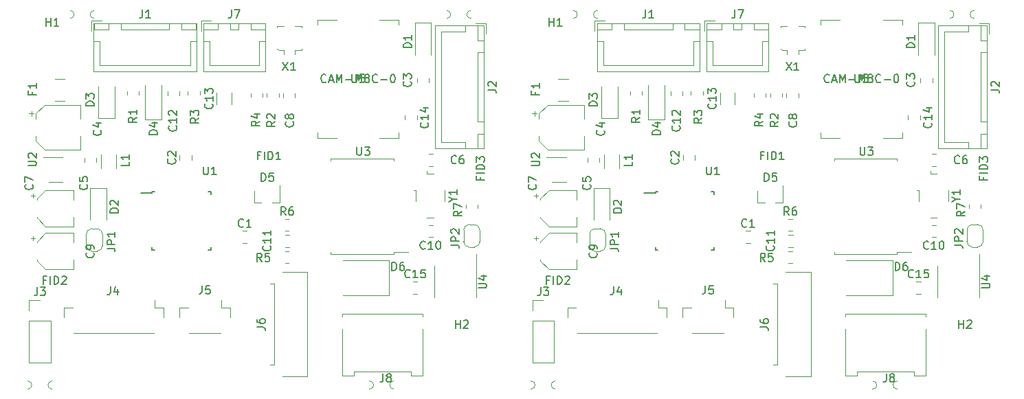
<source format=gbr>
%TF.GenerationSoftware,KiCad,Pcbnew,7.0.10*%
%TF.CreationDate,2024-01-03T22:03:13+01:00*%
%TF.ProjectId,SmartDisplay,536d6172-7444-4697-9370-6c61792e6b69,rev?*%
%TF.SameCoordinates,Original*%
%TF.FileFunction,Legend,Top*%
%TF.FilePolarity,Positive*%
%FSLAX46Y46*%
G04 Gerber Fmt 4.6, Leading zero omitted, Abs format (unit mm)*
G04 Created by KiCad (PCBNEW 7.0.10) date 2024-01-03 22:03:13*
%MOMM*%
%LPD*%
G01*
G04 APERTURE LIST*
%ADD10C,0.150000*%
%ADD11C,0.120000*%
%ADD12C,0.100000*%
G04 APERTURE END LIST*
D10*
X91561192Y-45360157D02*
X91608812Y-45407776D01*
X91608812Y-45407776D02*
X91656431Y-45550633D01*
X91656431Y-45550633D02*
X91656431Y-45645871D01*
X91656431Y-45645871D02*
X91608812Y-45788728D01*
X91608812Y-45788728D02*
X91513573Y-45883966D01*
X91513573Y-45883966D02*
X91418335Y-45931585D01*
X91418335Y-45931585D02*
X91227859Y-45979204D01*
X91227859Y-45979204D02*
X91085002Y-45979204D01*
X91085002Y-45979204D02*
X90894526Y-45931585D01*
X90894526Y-45931585D02*
X90799288Y-45883966D01*
X90799288Y-45883966D02*
X90704050Y-45788728D01*
X90704050Y-45788728D02*
X90656431Y-45645871D01*
X90656431Y-45645871D02*
X90656431Y-45550633D01*
X90656431Y-45550633D02*
X90704050Y-45407776D01*
X90704050Y-45407776D02*
X90751669Y-45360157D01*
X90656431Y-45026823D02*
X90656431Y-44407776D01*
X90656431Y-44407776D02*
X91037383Y-44741109D01*
X91037383Y-44741109D02*
X91037383Y-44598252D01*
X91037383Y-44598252D02*
X91085002Y-44503014D01*
X91085002Y-44503014D02*
X91132621Y-44455395D01*
X91132621Y-44455395D02*
X91227859Y-44407776D01*
X91227859Y-44407776D02*
X91465954Y-44407776D01*
X91465954Y-44407776D02*
X91561192Y-44455395D01*
X91561192Y-44455395D02*
X91608812Y-44503014D01*
X91608812Y-44503014D02*
X91656431Y-44598252D01*
X91656431Y-44598252D02*
X91656431Y-44883966D01*
X91656431Y-44883966D02*
X91608812Y-44979204D01*
X91608812Y-44979204D02*
X91561192Y-45026823D01*
X73234945Y-67548310D02*
X72901612Y-67072119D01*
X72663517Y-67548310D02*
X72663517Y-66548310D01*
X72663517Y-66548310D02*
X73044469Y-66548310D01*
X73044469Y-66548310D02*
X73139707Y-66595929D01*
X73139707Y-66595929D02*
X73187326Y-66643548D01*
X73187326Y-66643548D02*
X73234945Y-66738786D01*
X73234945Y-66738786D02*
X73234945Y-66881643D01*
X73234945Y-66881643D02*
X73187326Y-66976881D01*
X73187326Y-66976881D02*
X73139707Y-67024500D01*
X73139707Y-67024500D02*
X73044469Y-67072119D01*
X73044469Y-67072119D02*
X72663517Y-67072119D01*
X74139707Y-66548310D02*
X73663517Y-66548310D01*
X73663517Y-66548310D02*
X73615898Y-67024500D01*
X73615898Y-67024500D02*
X73663517Y-66976881D01*
X73663517Y-66976881D02*
X73758755Y-66929262D01*
X73758755Y-66929262D02*
X73996850Y-66929262D01*
X73996850Y-66929262D02*
X74092088Y-66976881D01*
X74092088Y-66976881D02*
X74139707Y-67024500D01*
X74139707Y-67024500D02*
X74187326Y-67119738D01*
X74187326Y-67119738D02*
X74187326Y-67357833D01*
X74187326Y-67357833D02*
X74139707Y-67453071D01*
X74139707Y-67453071D02*
X74092088Y-67500691D01*
X74092088Y-67500691D02*
X73996850Y-67548310D01*
X73996850Y-67548310D02*
X73758755Y-67548310D01*
X73758755Y-67548310D02*
X73663517Y-67500691D01*
X73663517Y-67500691D02*
X73615898Y-67453071D01*
X46639707Y-38517310D02*
X46639707Y-37517310D01*
X46639707Y-37993500D02*
X47211135Y-37993500D01*
X47211135Y-38517310D02*
X47211135Y-37517310D01*
X48211135Y-38517310D02*
X47639707Y-38517310D01*
X47925421Y-38517310D02*
X47925421Y-37517310D01*
X47925421Y-37517310D02*
X47830183Y-37660167D01*
X47830183Y-37660167D02*
X47734945Y-37755405D01*
X47734945Y-37755405D02*
X47639707Y-37803024D01*
X76174945Y-61838310D02*
X75841612Y-61362119D01*
X75603517Y-61838310D02*
X75603517Y-60838310D01*
X75603517Y-60838310D02*
X75984469Y-60838310D01*
X75984469Y-60838310D02*
X76079707Y-60885929D01*
X76079707Y-60885929D02*
X76127326Y-60933548D01*
X76127326Y-60933548D02*
X76174945Y-61028786D01*
X76174945Y-61028786D02*
X76174945Y-61171643D01*
X76174945Y-61171643D02*
X76127326Y-61266881D01*
X76127326Y-61266881D02*
X76079707Y-61314500D01*
X76079707Y-61314500D02*
X75984469Y-61362119D01*
X75984469Y-61362119D02*
X75603517Y-61362119D01*
X77032088Y-60838310D02*
X76841612Y-60838310D01*
X76841612Y-60838310D02*
X76746374Y-60885929D01*
X76746374Y-60885929D02*
X76698755Y-60933548D01*
X76698755Y-60933548D02*
X76603517Y-61076405D01*
X76603517Y-61076405D02*
X76555898Y-61266881D01*
X76555898Y-61266881D02*
X76555898Y-61647833D01*
X76555898Y-61647833D02*
X76603517Y-61743071D01*
X76603517Y-61743071D02*
X76651136Y-61790691D01*
X76651136Y-61790691D02*
X76746374Y-61838310D01*
X76746374Y-61838310D02*
X76936850Y-61838310D01*
X76936850Y-61838310D02*
X77032088Y-61790691D01*
X77032088Y-61790691D02*
X77079707Y-61743071D01*
X77079707Y-61743071D02*
X77127326Y-61647833D01*
X77127326Y-61647833D02*
X77127326Y-61409738D01*
X77127326Y-61409738D02*
X77079707Y-61314500D01*
X77079707Y-61314500D02*
X77032088Y-61266881D01*
X77032088Y-61266881D02*
X76936850Y-61219262D01*
X76936850Y-61219262D02*
X76746374Y-61219262D01*
X76746374Y-61219262D02*
X76651136Y-61266881D01*
X76651136Y-61266881D02*
X76603517Y-61314500D01*
X76603517Y-61314500D02*
X76555898Y-61409738D01*
X62661192Y-50836348D02*
X62708812Y-50883967D01*
X62708812Y-50883967D02*
X62756431Y-51026824D01*
X62756431Y-51026824D02*
X62756431Y-51122062D01*
X62756431Y-51122062D02*
X62708812Y-51264919D01*
X62708812Y-51264919D02*
X62613573Y-51360157D01*
X62613573Y-51360157D02*
X62518335Y-51407776D01*
X62518335Y-51407776D02*
X62327859Y-51455395D01*
X62327859Y-51455395D02*
X62185002Y-51455395D01*
X62185002Y-51455395D02*
X61994526Y-51407776D01*
X61994526Y-51407776D02*
X61899288Y-51360157D01*
X61899288Y-51360157D02*
X61804050Y-51264919D01*
X61804050Y-51264919D02*
X61756431Y-51122062D01*
X61756431Y-51122062D02*
X61756431Y-51026824D01*
X61756431Y-51026824D02*
X61804050Y-50883967D01*
X61804050Y-50883967D02*
X61851669Y-50836348D01*
X62756431Y-49883967D02*
X62756431Y-50455395D01*
X62756431Y-50169681D02*
X61756431Y-50169681D01*
X61756431Y-50169681D02*
X61899288Y-50264919D01*
X61899288Y-50264919D02*
X61994526Y-50360157D01*
X61994526Y-50360157D02*
X62042145Y-50455395D01*
X61851669Y-49503014D02*
X61804050Y-49455395D01*
X61804050Y-49455395D02*
X61756431Y-49360157D01*
X61756431Y-49360157D02*
X61756431Y-49122062D01*
X61756431Y-49122062D02*
X61804050Y-49026824D01*
X61804050Y-49026824D02*
X61851669Y-48979205D01*
X61851669Y-48979205D02*
X61946907Y-48931586D01*
X61946907Y-48931586D02*
X62042145Y-48931586D01*
X62042145Y-48931586D02*
X62185002Y-48979205D01*
X62185002Y-48979205D02*
X62756431Y-49550633D01*
X62756431Y-49550633D02*
X62756431Y-48931586D01*
X62521192Y-54912657D02*
X62568812Y-54960276D01*
X62568812Y-54960276D02*
X62616431Y-55103133D01*
X62616431Y-55103133D02*
X62616431Y-55198371D01*
X62616431Y-55198371D02*
X62568812Y-55341228D01*
X62568812Y-55341228D02*
X62473573Y-55436466D01*
X62473573Y-55436466D02*
X62378335Y-55484085D01*
X62378335Y-55484085D02*
X62187859Y-55531704D01*
X62187859Y-55531704D02*
X62045002Y-55531704D01*
X62045002Y-55531704D02*
X61854526Y-55484085D01*
X61854526Y-55484085D02*
X61759288Y-55436466D01*
X61759288Y-55436466D02*
X61664050Y-55341228D01*
X61664050Y-55341228D02*
X61616431Y-55198371D01*
X61616431Y-55198371D02*
X61616431Y-55103133D01*
X61616431Y-55103133D02*
X61664050Y-54960276D01*
X61664050Y-54960276D02*
X61711669Y-54912657D01*
X61711669Y-54531704D02*
X61664050Y-54484085D01*
X61664050Y-54484085D02*
X61616431Y-54388847D01*
X61616431Y-54388847D02*
X61616431Y-54150752D01*
X61616431Y-54150752D02*
X61664050Y-54055514D01*
X61664050Y-54055514D02*
X61711669Y-54007895D01*
X61711669Y-54007895D02*
X61806907Y-53960276D01*
X61806907Y-53960276D02*
X61902145Y-53960276D01*
X61902145Y-53960276D02*
X62045002Y-54007895D01*
X62045002Y-54007895D02*
X62616431Y-54579323D01*
X62616431Y-54579323D02*
X62616431Y-53960276D01*
X72956431Y-50260157D02*
X72480240Y-50593490D01*
X72956431Y-50831585D02*
X71956431Y-50831585D01*
X71956431Y-50831585D02*
X71956431Y-50450633D01*
X71956431Y-50450633D02*
X72004050Y-50355395D01*
X72004050Y-50355395D02*
X72051669Y-50307776D01*
X72051669Y-50307776D02*
X72146907Y-50260157D01*
X72146907Y-50260157D02*
X72289764Y-50260157D01*
X72289764Y-50260157D02*
X72385002Y-50307776D01*
X72385002Y-50307776D02*
X72432621Y-50355395D01*
X72432621Y-50355395D02*
X72480240Y-50450633D01*
X72480240Y-50450633D02*
X72480240Y-50831585D01*
X72289764Y-49403014D02*
X72956431Y-49403014D01*
X71908812Y-49641109D02*
X72623097Y-49879204D01*
X72623097Y-49879204D02*
X72623097Y-49260157D01*
X57796431Y-49790157D02*
X57320240Y-50123490D01*
X57796431Y-50361585D02*
X56796431Y-50361585D01*
X56796431Y-50361585D02*
X56796431Y-49980633D01*
X56796431Y-49980633D02*
X56844050Y-49885395D01*
X56844050Y-49885395D02*
X56891669Y-49837776D01*
X56891669Y-49837776D02*
X56986907Y-49790157D01*
X56986907Y-49790157D02*
X57129764Y-49790157D01*
X57129764Y-49790157D02*
X57225002Y-49837776D01*
X57225002Y-49837776D02*
X57272621Y-49885395D01*
X57272621Y-49885395D02*
X57320240Y-49980633D01*
X57320240Y-49980633D02*
X57320240Y-50361585D01*
X57796431Y-48837776D02*
X57796431Y-49409204D01*
X57796431Y-49123490D02*
X56796431Y-49123490D01*
X56796431Y-49123490D02*
X56939288Y-49218728D01*
X56939288Y-49218728D02*
X57034526Y-49313966D01*
X57034526Y-49313966D02*
X57082145Y-49409204D01*
X60354431Y-51895585D02*
X59354431Y-51895585D01*
X59354431Y-51895585D02*
X59354431Y-51657490D01*
X59354431Y-51657490D02*
X59402050Y-51514633D01*
X59402050Y-51514633D02*
X59497288Y-51419395D01*
X59497288Y-51419395D02*
X59592526Y-51371776D01*
X59592526Y-51371776D02*
X59783002Y-51324157D01*
X59783002Y-51324157D02*
X59925859Y-51324157D01*
X59925859Y-51324157D02*
X60116335Y-51371776D01*
X60116335Y-51371776D02*
X60211573Y-51419395D01*
X60211573Y-51419395D02*
X60306812Y-51514633D01*
X60306812Y-51514633D02*
X60354431Y-51657490D01*
X60354431Y-51657490D02*
X60354431Y-51895585D01*
X59687764Y-50467014D02*
X60354431Y-50467014D01*
X59306812Y-50705109D02*
X60021097Y-50943204D01*
X60021097Y-50943204D02*
X60021097Y-50324157D01*
X89263517Y-68648310D02*
X89263517Y-67648310D01*
X89263517Y-67648310D02*
X89501612Y-67648310D01*
X89501612Y-67648310D02*
X89644469Y-67695929D01*
X89644469Y-67695929D02*
X89739707Y-67791167D01*
X89739707Y-67791167D02*
X89787326Y-67886405D01*
X89787326Y-67886405D02*
X89834945Y-68076881D01*
X89834945Y-68076881D02*
X89834945Y-68219738D01*
X89834945Y-68219738D02*
X89787326Y-68410214D01*
X89787326Y-68410214D02*
X89739707Y-68505452D01*
X89739707Y-68505452D02*
X89644469Y-68600691D01*
X89644469Y-68600691D02*
X89501612Y-68648310D01*
X89501612Y-68648310D02*
X89263517Y-68648310D01*
X90692088Y-67648310D02*
X90501612Y-67648310D01*
X90501612Y-67648310D02*
X90406374Y-67695929D01*
X90406374Y-67695929D02*
X90358755Y-67743548D01*
X90358755Y-67743548D02*
X90263517Y-67886405D01*
X90263517Y-67886405D02*
X90215898Y-68076881D01*
X90215898Y-68076881D02*
X90215898Y-68457833D01*
X90215898Y-68457833D02*
X90263517Y-68553071D01*
X90263517Y-68553071D02*
X90311136Y-68600691D01*
X90311136Y-68600691D02*
X90406374Y-68648310D01*
X90406374Y-68648310D02*
X90596850Y-68648310D01*
X90596850Y-68648310D02*
X90692088Y-68600691D01*
X90692088Y-68600691D02*
X90739707Y-68553071D01*
X90739707Y-68553071D02*
X90787326Y-68457833D01*
X90787326Y-68457833D02*
X90787326Y-68219738D01*
X90787326Y-68219738D02*
X90739707Y-68124500D01*
X90739707Y-68124500D02*
X90692088Y-68076881D01*
X90692088Y-68076881D02*
X90596850Y-68029262D01*
X90596850Y-68029262D02*
X90406374Y-68029262D01*
X90406374Y-68029262D02*
X90311136Y-68076881D01*
X90311136Y-68076881D02*
X90263517Y-68124500D01*
X90263517Y-68124500D02*
X90215898Y-68219738D01*
X96770240Y-59909681D02*
X97246431Y-59909681D01*
X96246431Y-60243014D02*
X96770240Y-59909681D01*
X96770240Y-59909681D02*
X96246431Y-59576348D01*
X97246431Y-58719205D02*
X97246431Y-59290633D01*
X97246431Y-59004919D02*
X96246431Y-59004919D01*
X96246431Y-59004919D02*
X96389288Y-59100157D01*
X96389288Y-59100157D02*
X96484526Y-59195395D01*
X96484526Y-59195395D02*
X96532145Y-59290633D01*
X93358754Y-65953071D02*
X93311135Y-66000691D01*
X93311135Y-66000691D02*
X93168278Y-66048310D01*
X93168278Y-66048310D02*
X93073040Y-66048310D01*
X93073040Y-66048310D02*
X92930183Y-66000691D01*
X92930183Y-66000691D02*
X92834945Y-65905452D01*
X92834945Y-65905452D02*
X92787326Y-65810214D01*
X92787326Y-65810214D02*
X92739707Y-65619738D01*
X92739707Y-65619738D02*
X92739707Y-65476881D01*
X92739707Y-65476881D02*
X92787326Y-65286405D01*
X92787326Y-65286405D02*
X92834945Y-65191167D01*
X92834945Y-65191167D02*
X92930183Y-65095929D01*
X92930183Y-65095929D02*
X93073040Y-65048310D01*
X93073040Y-65048310D02*
X93168278Y-65048310D01*
X93168278Y-65048310D02*
X93311135Y-65095929D01*
X93311135Y-65095929D02*
X93358754Y-65143548D01*
X94311135Y-66048310D02*
X93739707Y-66048310D01*
X94025421Y-66048310D02*
X94025421Y-65048310D01*
X94025421Y-65048310D02*
X93930183Y-65191167D01*
X93930183Y-65191167D02*
X93834945Y-65286405D01*
X93834945Y-65286405D02*
X93739707Y-65334024D01*
X94930183Y-65048310D02*
X95025421Y-65048310D01*
X95025421Y-65048310D02*
X95120659Y-65095929D01*
X95120659Y-65095929D02*
X95168278Y-65143548D01*
X95168278Y-65143548D02*
X95215897Y-65238786D01*
X95215897Y-65238786D02*
X95263516Y-65429262D01*
X95263516Y-65429262D02*
X95263516Y-65667357D01*
X95263516Y-65667357D02*
X95215897Y-65857833D01*
X95215897Y-65857833D02*
X95168278Y-65953071D01*
X95168278Y-65953071D02*
X95120659Y-66000691D01*
X95120659Y-66000691D02*
X95025421Y-66048310D01*
X95025421Y-66048310D02*
X94930183Y-66048310D01*
X94930183Y-66048310D02*
X94834945Y-66000691D01*
X94834945Y-66000691D02*
X94787326Y-65953071D01*
X94787326Y-65953071D02*
X94739707Y-65857833D01*
X94739707Y-65857833D02*
X94692088Y-65667357D01*
X94692088Y-65667357D02*
X94692088Y-65429262D01*
X94692088Y-65429262D02*
X94739707Y-65238786D01*
X94739707Y-65238786D02*
X94787326Y-65143548D01*
X94787326Y-65143548D02*
X94834945Y-65095929D01*
X94834945Y-65095929D02*
X94930183Y-65048310D01*
X96556431Y-65526824D02*
X97270716Y-65526824D01*
X97270716Y-65526824D02*
X97413573Y-65574443D01*
X97413573Y-65574443D02*
X97508812Y-65669681D01*
X97508812Y-65669681D02*
X97556431Y-65812538D01*
X97556431Y-65812538D02*
X97556431Y-65907776D01*
X97556431Y-65050633D02*
X96556431Y-65050633D01*
X96556431Y-65050633D02*
X96556431Y-64669681D01*
X96556431Y-64669681D02*
X96604050Y-64574443D01*
X96604050Y-64574443D02*
X96651669Y-64526824D01*
X96651669Y-64526824D02*
X96746907Y-64479205D01*
X96746907Y-64479205D02*
X96889764Y-64479205D01*
X96889764Y-64479205D02*
X96985002Y-64526824D01*
X96985002Y-64526824D02*
X97032621Y-64574443D01*
X97032621Y-64574443D02*
X97080240Y-64669681D01*
X97080240Y-64669681D02*
X97080240Y-65050633D01*
X96651669Y-64098252D02*
X96604050Y-64050633D01*
X96604050Y-64050633D02*
X96556431Y-63955395D01*
X96556431Y-63955395D02*
X96556431Y-63717300D01*
X96556431Y-63717300D02*
X96604050Y-63622062D01*
X96604050Y-63622062D02*
X96651669Y-63574443D01*
X96651669Y-63574443D02*
X96746907Y-63526824D01*
X96746907Y-63526824D02*
X96842145Y-63526824D01*
X96842145Y-63526824D02*
X96985002Y-63574443D01*
X96985002Y-63574443D02*
X97556431Y-64145871D01*
X97556431Y-64145871D02*
X97556431Y-63526824D01*
X91486254Y-69463071D02*
X91438635Y-69510691D01*
X91438635Y-69510691D02*
X91295778Y-69558310D01*
X91295778Y-69558310D02*
X91200540Y-69558310D01*
X91200540Y-69558310D02*
X91057683Y-69510691D01*
X91057683Y-69510691D02*
X90962445Y-69415452D01*
X90962445Y-69415452D02*
X90914826Y-69320214D01*
X90914826Y-69320214D02*
X90867207Y-69129738D01*
X90867207Y-69129738D02*
X90867207Y-68986881D01*
X90867207Y-68986881D02*
X90914826Y-68796405D01*
X90914826Y-68796405D02*
X90962445Y-68701167D01*
X90962445Y-68701167D02*
X91057683Y-68605929D01*
X91057683Y-68605929D02*
X91200540Y-68558310D01*
X91200540Y-68558310D02*
X91295778Y-68558310D01*
X91295778Y-68558310D02*
X91438635Y-68605929D01*
X91438635Y-68605929D02*
X91486254Y-68653548D01*
X92438635Y-69558310D02*
X91867207Y-69558310D01*
X92152921Y-69558310D02*
X92152921Y-68558310D01*
X92152921Y-68558310D02*
X92057683Y-68701167D01*
X92057683Y-68701167D02*
X91962445Y-68796405D01*
X91962445Y-68796405D02*
X91867207Y-68844024D01*
X93343397Y-68558310D02*
X92867207Y-68558310D01*
X92867207Y-68558310D02*
X92819588Y-69034500D01*
X92819588Y-69034500D02*
X92867207Y-68986881D01*
X92867207Y-68986881D02*
X92962445Y-68939262D01*
X92962445Y-68939262D02*
X93200540Y-68939262D01*
X93200540Y-68939262D02*
X93295778Y-68986881D01*
X93295778Y-68986881D02*
X93343397Y-69034500D01*
X93343397Y-69034500D02*
X93391016Y-69129738D01*
X93391016Y-69129738D02*
X93391016Y-69367833D01*
X93391016Y-69367833D02*
X93343397Y-69463071D01*
X93343397Y-69463071D02*
X93295778Y-69510691D01*
X93295778Y-69510691D02*
X93200540Y-69558310D01*
X93200540Y-69558310D02*
X92962445Y-69558310D01*
X92962445Y-69558310D02*
X92867207Y-69510691D01*
X92867207Y-69510691D02*
X92819588Y-69463071D01*
X99913431Y-70820395D02*
X100722954Y-70820395D01*
X100722954Y-70820395D02*
X100818192Y-70772776D01*
X100818192Y-70772776D02*
X100865812Y-70725157D01*
X100865812Y-70725157D02*
X100913431Y-70629919D01*
X100913431Y-70629919D02*
X100913431Y-70439443D01*
X100913431Y-70439443D02*
X100865812Y-70344205D01*
X100865812Y-70344205D02*
X100818192Y-70296586D01*
X100818192Y-70296586D02*
X100722954Y-70248967D01*
X100722954Y-70248967D02*
X99913431Y-70248967D01*
X100246764Y-69344205D02*
X100913431Y-69344205D01*
X99865812Y-69582300D02*
X100580097Y-69820395D01*
X100580097Y-69820395D02*
X100580097Y-69201348D01*
X97104763Y-75774366D02*
X97104763Y-74774366D01*
X97104763Y-75250556D02*
X97676191Y-75250556D01*
X97676191Y-75774366D02*
X97676191Y-74774366D01*
X98104763Y-74869604D02*
X98152382Y-74821985D01*
X98152382Y-74821985D02*
X98247620Y-74774366D01*
X98247620Y-74774366D02*
X98485715Y-74774366D01*
X98485715Y-74774366D02*
X98580953Y-74821985D01*
X98580953Y-74821985D02*
X98628572Y-74869604D01*
X98628572Y-74869604D02*
X98676191Y-74964842D01*
X98676191Y-74964842D02*
X98676191Y-75060080D01*
X98676191Y-75060080D02*
X98628572Y-75202937D01*
X98628572Y-75202937D02*
X98057144Y-75774366D01*
X98057144Y-75774366D02*
X98676191Y-75774366D01*
X97856431Y-61360157D02*
X97380240Y-61693490D01*
X97856431Y-61931585D02*
X96856431Y-61931585D01*
X96856431Y-61931585D02*
X96856431Y-61550633D01*
X96856431Y-61550633D02*
X96904050Y-61455395D01*
X96904050Y-61455395D02*
X96951669Y-61407776D01*
X96951669Y-61407776D02*
X97046907Y-61360157D01*
X97046907Y-61360157D02*
X97189764Y-61360157D01*
X97189764Y-61360157D02*
X97285002Y-61407776D01*
X97285002Y-61407776D02*
X97332621Y-61455395D01*
X97332621Y-61455395D02*
X97380240Y-61550633D01*
X97380240Y-61550633D02*
X97380240Y-61931585D01*
X96856431Y-61026823D02*
X96856431Y-60360157D01*
X96856431Y-60360157D02*
X97856431Y-60788728D01*
X74261192Y-65636348D02*
X74308812Y-65683967D01*
X74308812Y-65683967D02*
X74356431Y-65826824D01*
X74356431Y-65826824D02*
X74356431Y-65922062D01*
X74356431Y-65922062D02*
X74308812Y-66064919D01*
X74308812Y-66064919D02*
X74213573Y-66160157D01*
X74213573Y-66160157D02*
X74118335Y-66207776D01*
X74118335Y-66207776D02*
X73927859Y-66255395D01*
X73927859Y-66255395D02*
X73785002Y-66255395D01*
X73785002Y-66255395D02*
X73594526Y-66207776D01*
X73594526Y-66207776D02*
X73499288Y-66160157D01*
X73499288Y-66160157D02*
X73404050Y-66064919D01*
X73404050Y-66064919D02*
X73356431Y-65922062D01*
X73356431Y-65922062D02*
X73356431Y-65826824D01*
X73356431Y-65826824D02*
X73404050Y-65683967D01*
X73404050Y-65683967D02*
X73451669Y-65636348D01*
X74356431Y-64683967D02*
X74356431Y-65255395D01*
X74356431Y-64969681D02*
X73356431Y-64969681D01*
X73356431Y-64969681D02*
X73499288Y-65064919D01*
X73499288Y-65064919D02*
X73594526Y-65160157D01*
X73594526Y-65160157D02*
X73642145Y-65255395D01*
X74356431Y-63731586D02*
X74356431Y-64303014D01*
X74356431Y-64017300D02*
X73356431Y-64017300D01*
X73356431Y-64017300D02*
X73499288Y-64112538D01*
X73499288Y-64112538D02*
X73594526Y-64207776D01*
X73594526Y-64207776D02*
X73642145Y-64303014D01*
X69508278Y-36532310D02*
X69508278Y-37246595D01*
X69508278Y-37246595D02*
X69460659Y-37389452D01*
X69460659Y-37389452D02*
X69365421Y-37484691D01*
X69365421Y-37484691D02*
X69222564Y-37532310D01*
X69222564Y-37532310D02*
X69127326Y-37532310D01*
X69889231Y-36532310D02*
X70555897Y-36532310D01*
X70555897Y-36532310D02*
X70127326Y-37532310D01*
X66039707Y-55848310D02*
X66039707Y-56657833D01*
X66039707Y-56657833D02*
X66087326Y-56753071D01*
X66087326Y-56753071D02*
X66134945Y-56800691D01*
X66134945Y-56800691D02*
X66230183Y-56848310D01*
X66230183Y-56848310D02*
X66420659Y-56848310D01*
X66420659Y-56848310D02*
X66515897Y-56800691D01*
X66515897Y-56800691D02*
X66563516Y-56753071D01*
X66563516Y-56753071D02*
X66611135Y-56657833D01*
X66611135Y-56657833D02*
X66611135Y-55848310D01*
X67611135Y-56848310D02*
X67039707Y-56848310D01*
X67325421Y-56848310D02*
X67325421Y-55848310D01*
X67325421Y-55848310D02*
X67230183Y-55991167D01*
X67230183Y-55991167D02*
X67134945Y-56086405D01*
X67134945Y-56086405D02*
X67039707Y-56134024D01*
X70962445Y-63213071D02*
X70914826Y-63260691D01*
X70914826Y-63260691D02*
X70771969Y-63308310D01*
X70771969Y-63308310D02*
X70676731Y-63308310D01*
X70676731Y-63308310D02*
X70533874Y-63260691D01*
X70533874Y-63260691D02*
X70438636Y-63165452D01*
X70438636Y-63165452D02*
X70391017Y-63070214D01*
X70391017Y-63070214D02*
X70343398Y-62879738D01*
X70343398Y-62879738D02*
X70343398Y-62736881D01*
X70343398Y-62736881D02*
X70391017Y-62546405D01*
X70391017Y-62546405D02*
X70438636Y-62451167D01*
X70438636Y-62451167D02*
X70533874Y-62355929D01*
X70533874Y-62355929D02*
X70676731Y-62308310D01*
X70676731Y-62308310D02*
X70771969Y-62308310D01*
X70771969Y-62308310D02*
X70914826Y-62355929D01*
X70914826Y-62355929D02*
X70962445Y-62403548D01*
X71914826Y-63308310D02*
X71343398Y-63308310D01*
X71629112Y-63308310D02*
X71629112Y-62308310D01*
X71629112Y-62308310D02*
X71533874Y-62451167D01*
X71533874Y-62451167D02*
X71438636Y-62546405D01*
X71438636Y-62546405D02*
X71343398Y-62594024D01*
X84939707Y-53448310D02*
X84939707Y-54257833D01*
X84939707Y-54257833D02*
X84987326Y-54353071D01*
X84987326Y-54353071D02*
X85034945Y-54400691D01*
X85034945Y-54400691D02*
X85130183Y-54448310D01*
X85130183Y-54448310D02*
X85320659Y-54448310D01*
X85320659Y-54448310D02*
X85415897Y-54400691D01*
X85415897Y-54400691D02*
X85463516Y-54353071D01*
X85463516Y-54353071D02*
X85511135Y-54257833D01*
X85511135Y-54257833D02*
X85511135Y-53448310D01*
X85892088Y-53448310D02*
X86511135Y-53448310D01*
X86511135Y-53448310D02*
X86177802Y-53829262D01*
X86177802Y-53829262D02*
X86320659Y-53829262D01*
X86320659Y-53829262D02*
X86415897Y-53876881D01*
X86415897Y-53876881D02*
X86463516Y-53924500D01*
X86463516Y-53924500D02*
X86511135Y-54019738D01*
X86511135Y-54019738D02*
X86511135Y-54257833D01*
X86511135Y-54257833D02*
X86463516Y-54353071D01*
X86463516Y-54353071D02*
X86415897Y-54400691D01*
X86415897Y-54400691D02*
X86320659Y-54448310D01*
X86320659Y-54448310D02*
X86034945Y-54448310D01*
X86034945Y-54448310D02*
X85939707Y-54400691D01*
X85939707Y-54400691D02*
X85892088Y-54353071D01*
X65456431Y-49860157D02*
X64980240Y-50193490D01*
X65456431Y-50431585D02*
X64456431Y-50431585D01*
X64456431Y-50431585D02*
X64456431Y-50050633D01*
X64456431Y-50050633D02*
X64504050Y-49955395D01*
X64504050Y-49955395D02*
X64551669Y-49907776D01*
X64551669Y-49907776D02*
X64646907Y-49860157D01*
X64646907Y-49860157D02*
X64789764Y-49860157D01*
X64789764Y-49860157D02*
X64885002Y-49907776D01*
X64885002Y-49907776D02*
X64932621Y-49955395D01*
X64932621Y-49955395D02*
X64980240Y-50050633D01*
X64980240Y-50050633D02*
X64980240Y-50431585D01*
X64456431Y-49526823D02*
X64456431Y-48907776D01*
X64456431Y-48907776D02*
X64837383Y-49241109D01*
X64837383Y-49241109D02*
X64837383Y-49098252D01*
X64837383Y-49098252D02*
X64885002Y-49003014D01*
X64885002Y-49003014D02*
X64932621Y-48955395D01*
X64932621Y-48955395D02*
X65027859Y-48907776D01*
X65027859Y-48907776D02*
X65265954Y-48907776D01*
X65265954Y-48907776D02*
X65361192Y-48955395D01*
X65361192Y-48955395D02*
X65408812Y-49003014D01*
X65408812Y-49003014D02*
X65456431Y-49098252D01*
X65456431Y-49098252D02*
X65456431Y-49383966D01*
X65456431Y-49383966D02*
X65408812Y-49479204D01*
X65408812Y-49479204D02*
X65361192Y-49526823D01*
X44932621Y-46626824D02*
X44932621Y-46960157D01*
X45456431Y-46960157D02*
X44456431Y-46960157D01*
X44456431Y-46960157D02*
X44456431Y-46483967D01*
X45456431Y-45579205D02*
X45456431Y-46150633D01*
X45456431Y-45864919D02*
X44456431Y-45864919D01*
X44456431Y-45864919D02*
X44599288Y-45960157D01*
X44599288Y-45960157D02*
X44694526Y-46055395D01*
X44694526Y-46055395D02*
X44742145Y-46150633D01*
X74856431Y-50295157D02*
X74380240Y-50628490D01*
X74856431Y-50866585D02*
X73856431Y-50866585D01*
X73856431Y-50866585D02*
X73856431Y-50485633D01*
X73856431Y-50485633D02*
X73904050Y-50390395D01*
X73904050Y-50390395D02*
X73951669Y-50342776D01*
X73951669Y-50342776D02*
X74046907Y-50295157D01*
X74046907Y-50295157D02*
X74189764Y-50295157D01*
X74189764Y-50295157D02*
X74285002Y-50342776D01*
X74285002Y-50342776D02*
X74332621Y-50390395D01*
X74332621Y-50390395D02*
X74380240Y-50485633D01*
X74380240Y-50485633D02*
X74380240Y-50866585D01*
X73951669Y-49914204D02*
X73904050Y-49866585D01*
X73904050Y-49866585D02*
X73856431Y-49771347D01*
X73856431Y-49771347D02*
X73856431Y-49533252D01*
X73856431Y-49533252D02*
X73904050Y-49438014D01*
X73904050Y-49438014D02*
X73951669Y-49390395D01*
X73951669Y-49390395D02*
X74046907Y-49342776D01*
X74046907Y-49342776D02*
X74142145Y-49342776D01*
X74142145Y-49342776D02*
X74285002Y-49390395D01*
X74285002Y-49390395D02*
X74856431Y-49961823D01*
X74856431Y-49961823D02*
X74856431Y-49342776D01*
X46630183Y-69824500D02*
X46296850Y-69824500D01*
X46296850Y-70348310D02*
X46296850Y-69348310D01*
X46296850Y-69348310D02*
X46773040Y-69348310D01*
X47153993Y-70348310D02*
X47153993Y-69348310D01*
X47630183Y-70348310D02*
X47630183Y-69348310D01*
X47630183Y-69348310D02*
X47868278Y-69348310D01*
X47868278Y-69348310D02*
X48011135Y-69395929D01*
X48011135Y-69395929D02*
X48106373Y-69491167D01*
X48106373Y-69491167D02*
X48153992Y-69586405D01*
X48153992Y-69586405D02*
X48201611Y-69776881D01*
X48201611Y-69776881D02*
X48201611Y-69919738D01*
X48201611Y-69919738D02*
X48153992Y-70110214D01*
X48153992Y-70110214D02*
X48106373Y-70205452D01*
X48106373Y-70205452D02*
X48011135Y-70300691D01*
X48011135Y-70300691D02*
X47868278Y-70348310D01*
X47868278Y-70348310D02*
X47630183Y-70348310D01*
X48582564Y-69443548D02*
X48630183Y-69395929D01*
X48630183Y-69395929D02*
X48725421Y-69348310D01*
X48725421Y-69348310D02*
X48963516Y-69348310D01*
X48963516Y-69348310D02*
X49058754Y-69395929D01*
X49058754Y-69395929D02*
X49106373Y-69443548D01*
X49106373Y-69443548D02*
X49153992Y-69538786D01*
X49153992Y-69538786D02*
X49153992Y-69634024D01*
X49153992Y-69634024D02*
X49106373Y-69776881D01*
X49106373Y-69776881D02*
X48534945Y-70348310D01*
X48534945Y-70348310D02*
X49153992Y-70348310D01*
X100132621Y-57164919D02*
X100132621Y-57498252D01*
X100656431Y-57498252D02*
X99656431Y-57498252D01*
X99656431Y-57498252D02*
X99656431Y-57022062D01*
X100656431Y-56641109D02*
X99656431Y-56641109D01*
X100656431Y-56164919D02*
X99656431Y-56164919D01*
X99656431Y-56164919D02*
X99656431Y-55926824D01*
X99656431Y-55926824D02*
X99704050Y-55783967D01*
X99704050Y-55783967D02*
X99799288Y-55688729D01*
X99799288Y-55688729D02*
X99894526Y-55641110D01*
X99894526Y-55641110D02*
X100085002Y-55593491D01*
X100085002Y-55593491D02*
X100227859Y-55593491D01*
X100227859Y-55593491D02*
X100418335Y-55641110D01*
X100418335Y-55641110D02*
X100513573Y-55688729D01*
X100513573Y-55688729D02*
X100608812Y-55783967D01*
X100608812Y-55783967D02*
X100656431Y-55926824D01*
X100656431Y-55926824D02*
X100656431Y-56164919D01*
X99656431Y-55260157D02*
X99656431Y-54641110D01*
X99656431Y-54641110D02*
X100037383Y-54974443D01*
X100037383Y-54974443D02*
X100037383Y-54831586D01*
X100037383Y-54831586D02*
X100085002Y-54736348D01*
X100085002Y-54736348D02*
X100132621Y-54688729D01*
X100132621Y-54688729D02*
X100227859Y-54641110D01*
X100227859Y-54641110D02*
X100465954Y-54641110D01*
X100465954Y-54641110D02*
X100561192Y-54688729D01*
X100561192Y-54688729D02*
X100608812Y-54736348D01*
X100608812Y-54736348D02*
X100656431Y-54831586D01*
X100656431Y-54831586D02*
X100656431Y-55117300D01*
X100656431Y-55117300D02*
X100608812Y-55212538D01*
X100608812Y-55212538D02*
X100561192Y-55260157D01*
X53361192Y-51360157D02*
X53408812Y-51407776D01*
X53408812Y-51407776D02*
X53456431Y-51550633D01*
X53456431Y-51550633D02*
X53456431Y-51645871D01*
X53456431Y-51645871D02*
X53408812Y-51788728D01*
X53408812Y-51788728D02*
X53313573Y-51883966D01*
X53313573Y-51883966D02*
X53218335Y-51931585D01*
X53218335Y-51931585D02*
X53027859Y-51979204D01*
X53027859Y-51979204D02*
X52885002Y-51979204D01*
X52885002Y-51979204D02*
X52694526Y-51931585D01*
X52694526Y-51931585D02*
X52599288Y-51883966D01*
X52599288Y-51883966D02*
X52504050Y-51788728D01*
X52504050Y-51788728D02*
X52456431Y-51645871D01*
X52456431Y-51645871D02*
X52456431Y-51550633D01*
X52456431Y-51550633D02*
X52504050Y-51407776D01*
X52504050Y-51407776D02*
X52551669Y-51360157D01*
X52789764Y-50503014D02*
X53456431Y-50503014D01*
X52408812Y-50741109D02*
X53123097Y-50979204D01*
X53123097Y-50979204D02*
X53123097Y-50360157D01*
X51661192Y-58060157D02*
X51708812Y-58107776D01*
X51708812Y-58107776D02*
X51756431Y-58250633D01*
X51756431Y-58250633D02*
X51756431Y-58345871D01*
X51756431Y-58345871D02*
X51708812Y-58488728D01*
X51708812Y-58488728D02*
X51613573Y-58583966D01*
X51613573Y-58583966D02*
X51518335Y-58631585D01*
X51518335Y-58631585D02*
X51327859Y-58679204D01*
X51327859Y-58679204D02*
X51185002Y-58679204D01*
X51185002Y-58679204D02*
X50994526Y-58631585D01*
X50994526Y-58631585D02*
X50899288Y-58583966D01*
X50899288Y-58583966D02*
X50804050Y-58488728D01*
X50804050Y-58488728D02*
X50756431Y-58345871D01*
X50756431Y-58345871D02*
X50756431Y-58250633D01*
X50756431Y-58250633D02*
X50804050Y-58107776D01*
X50804050Y-58107776D02*
X50851669Y-58060157D01*
X50756431Y-57155395D02*
X50756431Y-57631585D01*
X50756431Y-57631585D02*
X51232621Y-57679204D01*
X51232621Y-57679204D02*
X51185002Y-57631585D01*
X51185002Y-57631585D02*
X51137383Y-57536347D01*
X51137383Y-57536347D02*
X51137383Y-57298252D01*
X51137383Y-57298252D02*
X51185002Y-57203014D01*
X51185002Y-57203014D02*
X51232621Y-57155395D01*
X51232621Y-57155395D02*
X51327859Y-57107776D01*
X51327859Y-57107776D02*
X51565954Y-57107776D01*
X51565954Y-57107776D02*
X51661192Y-57155395D01*
X51661192Y-57155395D02*
X51708812Y-57203014D01*
X51708812Y-57203014D02*
X51756431Y-57298252D01*
X51756431Y-57298252D02*
X51756431Y-57536347D01*
X51756431Y-57536347D02*
X51708812Y-57631585D01*
X51708812Y-57631585D02*
X51661192Y-57679204D01*
X44961192Y-58060157D02*
X45008812Y-58107776D01*
X45008812Y-58107776D02*
X45056431Y-58250633D01*
X45056431Y-58250633D02*
X45056431Y-58345871D01*
X45056431Y-58345871D02*
X45008812Y-58488728D01*
X45008812Y-58488728D02*
X44913573Y-58583966D01*
X44913573Y-58583966D02*
X44818335Y-58631585D01*
X44818335Y-58631585D02*
X44627859Y-58679204D01*
X44627859Y-58679204D02*
X44485002Y-58679204D01*
X44485002Y-58679204D02*
X44294526Y-58631585D01*
X44294526Y-58631585D02*
X44199288Y-58583966D01*
X44199288Y-58583966D02*
X44104050Y-58488728D01*
X44104050Y-58488728D02*
X44056431Y-58345871D01*
X44056431Y-58345871D02*
X44056431Y-58250633D01*
X44056431Y-58250633D02*
X44104050Y-58107776D01*
X44104050Y-58107776D02*
X44151669Y-58060157D01*
X44056431Y-57726823D02*
X44056431Y-57060157D01*
X44056431Y-57060157D02*
X45056431Y-57488728D01*
X52461192Y-66460157D02*
X52508812Y-66507776D01*
X52508812Y-66507776D02*
X52556431Y-66650633D01*
X52556431Y-66650633D02*
X52556431Y-66745871D01*
X52556431Y-66745871D02*
X52508812Y-66888728D01*
X52508812Y-66888728D02*
X52413573Y-66983966D01*
X52413573Y-66983966D02*
X52318335Y-67031585D01*
X52318335Y-67031585D02*
X52127859Y-67079204D01*
X52127859Y-67079204D02*
X51985002Y-67079204D01*
X51985002Y-67079204D02*
X51794526Y-67031585D01*
X51794526Y-67031585D02*
X51699288Y-66983966D01*
X51699288Y-66983966D02*
X51604050Y-66888728D01*
X51604050Y-66888728D02*
X51556431Y-66745871D01*
X51556431Y-66745871D02*
X51556431Y-66650633D01*
X51556431Y-66650633D02*
X51604050Y-66507776D01*
X51604050Y-66507776D02*
X51651669Y-66460157D01*
X52556431Y-65983966D02*
X52556431Y-65793490D01*
X52556431Y-65793490D02*
X52508812Y-65698252D01*
X52508812Y-65698252D02*
X52461192Y-65650633D01*
X52461192Y-65650633D02*
X52318335Y-65555395D01*
X52318335Y-65555395D02*
X52127859Y-65507776D01*
X52127859Y-65507776D02*
X51746907Y-65507776D01*
X51746907Y-65507776D02*
X51651669Y-65555395D01*
X51651669Y-65555395D02*
X51604050Y-65603014D01*
X51604050Y-65603014D02*
X51556431Y-65698252D01*
X51556431Y-65698252D02*
X51556431Y-65888728D01*
X51556431Y-65888728D02*
X51604050Y-65983966D01*
X51604050Y-65983966D02*
X51651669Y-66031585D01*
X51651669Y-66031585D02*
X51746907Y-66079204D01*
X51746907Y-66079204D02*
X51985002Y-66079204D01*
X51985002Y-66079204D02*
X52080240Y-66031585D01*
X52080240Y-66031585D02*
X52127859Y-65983966D01*
X52127859Y-65983966D02*
X52175478Y-65888728D01*
X52175478Y-65888728D02*
X52175478Y-65698252D01*
X52175478Y-65698252D02*
X52127859Y-65603014D01*
X52127859Y-65603014D02*
X52080240Y-65555395D01*
X52080240Y-65555395D02*
X51985002Y-65507776D01*
X101096431Y-46366824D02*
X101810716Y-46366824D01*
X101810716Y-46366824D02*
X101953573Y-46414443D01*
X101953573Y-46414443D02*
X102048812Y-46509681D01*
X102048812Y-46509681D02*
X102096431Y-46652538D01*
X102096431Y-46652538D02*
X102096431Y-46747776D01*
X101191669Y-45938252D02*
X101144050Y-45890633D01*
X101144050Y-45890633D02*
X101096431Y-45795395D01*
X101096431Y-45795395D02*
X101096431Y-45557300D01*
X101096431Y-45557300D02*
X101144050Y-45462062D01*
X101144050Y-45462062D02*
X101191669Y-45414443D01*
X101191669Y-45414443D02*
X101286907Y-45366824D01*
X101286907Y-45366824D02*
X101382145Y-45366824D01*
X101382145Y-45366824D02*
X101525002Y-45414443D01*
X101525002Y-45414443D02*
X102096431Y-45985871D01*
X102096431Y-45985871D02*
X102096431Y-45366824D01*
X56856431Y-55260157D02*
X56856431Y-55736347D01*
X56856431Y-55736347D02*
X55856431Y-55736347D01*
X56856431Y-54403014D02*
X56856431Y-54974442D01*
X56856431Y-54688728D02*
X55856431Y-54688728D01*
X55856431Y-54688728D02*
X55999288Y-54783966D01*
X55999288Y-54783966D02*
X56094526Y-54879204D01*
X56094526Y-54879204D02*
X56142145Y-54974442D01*
X88163278Y-81409310D02*
X88163278Y-82123595D01*
X88163278Y-82123595D02*
X88115659Y-82266452D01*
X88115659Y-82266452D02*
X88020421Y-82361691D01*
X88020421Y-82361691D02*
X87877564Y-82409310D01*
X87877564Y-82409310D02*
X87782326Y-82409310D01*
X88782326Y-81837881D02*
X88687088Y-81790262D01*
X88687088Y-81790262D02*
X88639469Y-81742643D01*
X88639469Y-81742643D02*
X88591850Y-81647405D01*
X88591850Y-81647405D02*
X88591850Y-81599786D01*
X88591850Y-81599786D02*
X88639469Y-81504548D01*
X88639469Y-81504548D02*
X88687088Y-81456929D01*
X88687088Y-81456929D02*
X88782326Y-81409310D01*
X88782326Y-81409310D02*
X88972802Y-81409310D01*
X88972802Y-81409310D02*
X89068040Y-81456929D01*
X89068040Y-81456929D02*
X89115659Y-81504548D01*
X89115659Y-81504548D02*
X89163278Y-81599786D01*
X89163278Y-81599786D02*
X89163278Y-81647405D01*
X89163278Y-81647405D02*
X89115659Y-81742643D01*
X89115659Y-81742643D02*
X89068040Y-81790262D01*
X89068040Y-81790262D02*
X88972802Y-81837881D01*
X88972802Y-81837881D02*
X88782326Y-81837881D01*
X88782326Y-81837881D02*
X88687088Y-81885500D01*
X88687088Y-81885500D02*
X88639469Y-81933119D01*
X88639469Y-81933119D02*
X88591850Y-82028357D01*
X88591850Y-82028357D02*
X88591850Y-82218833D01*
X88591850Y-82218833D02*
X88639469Y-82314071D01*
X88639469Y-82314071D02*
X88687088Y-82361691D01*
X88687088Y-82361691D02*
X88782326Y-82409310D01*
X88782326Y-82409310D02*
X88972802Y-82409310D01*
X88972802Y-82409310D02*
X89068040Y-82361691D01*
X89068040Y-82361691D02*
X89115659Y-82314071D01*
X89115659Y-82314071D02*
X89163278Y-82218833D01*
X89163278Y-82218833D02*
X89163278Y-82028357D01*
X89163278Y-82028357D02*
X89115659Y-81933119D01*
X89115659Y-81933119D02*
X89068040Y-81885500D01*
X89068040Y-81885500D02*
X88972802Y-81837881D01*
X72626431Y-75616824D02*
X73340716Y-75616824D01*
X73340716Y-75616824D02*
X73483573Y-75664443D01*
X73483573Y-75664443D02*
X73578812Y-75759681D01*
X73578812Y-75759681D02*
X73626431Y-75902538D01*
X73626431Y-75902538D02*
X73626431Y-75997776D01*
X72626431Y-74712062D02*
X72626431Y-74902538D01*
X72626431Y-74902538D02*
X72674050Y-74997776D01*
X72674050Y-74997776D02*
X72721669Y-75045395D01*
X72721669Y-75045395D02*
X72864526Y-75140633D01*
X72864526Y-75140633D02*
X73055002Y-75188252D01*
X73055002Y-75188252D02*
X73435954Y-75188252D01*
X73435954Y-75188252D02*
X73531192Y-75140633D01*
X73531192Y-75140633D02*
X73578812Y-75093014D01*
X73578812Y-75093014D02*
X73626431Y-74997776D01*
X73626431Y-74997776D02*
X73626431Y-74807300D01*
X73626431Y-74807300D02*
X73578812Y-74712062D01*
X73578812Y-74712062D02*
X73531192Y-74664443D01*
X73531192Y-74664443D02*
X73435954Y-74616824D01*
X73435954Y-74616824D02*
X73197859Y-74616824D01*
X73197859Y-74616824D02*
X73102621Y-74664443D01*
X73102621Y-74664443D02*
X73055002Y-74712062D01*
X73055002Y-74712062D02*
X73007383Y-74807300D01*
X73007383Y-74807300D02*
X73007383Y-74997776D01*
X73007383Y-74997776D02*
X73055002Y-75093014D01*
X73055002Y-75093014D02*
X73102621Y-75140633D01*
X73102621Y-75140633D02*
X73197859Y-75188252D01*
X97187445Y-55393071D02*
X97139826Y-55440691D01*
X97139826Y-55440691D02*
X96996969Y-55488310D01*
X96996969Y-55488310D02*
X96901731Y-55488310D01*
X96901731Y-55488310D02*
X96758874Y-55440691D01*
X96758874Y-55440691D02*
X96663636Y-55345452D01*
X96663636Y-55345452D02*
X96616017Y-55250214D01*
X96616017Y-55250214D02*
X96568398Y-55059738D01*
X96568398Y-55059738D02*
X96568398Y-54916881D01*
X96568398Y-54916881D02*
X96616017Y-54726405D01*
X96616017Y-54726405D02*
X96663636Y-54631167D01*
X96663636Y-54631167D02*
X96758874Y-54535929D01*
X96758874Y-54535929D02*
X96901731Y-54488310D01*
X96901731Y-54488310D02*
X96996969Y-54488310D01*
X96996969Y-54488310D02*
X97139826Y-54535929D01*
X97139826Y-54535929D02*
X97187445Y-54583548D01*
X98044588Y-54488310D02*
X97854112Y-54488310D01*
X97854112Y-54488310D02*
X97758874Y-54535929D01*
X97758874Y-54535929D02*
X97711255Y-54583548D01*
X97711255Y-54583548D02*
X97616017Y-54726405D01*
X97616017Y-54726405D02*
X97568398Y-54916881D01*
X97568398Y-54916881D02*
X97568398Y-55297833D01*
X97568398Y-55297833D02*
X97616017Y-55393071D01*
X97616017Y-55393071D02*
X97663636Y-55440691D01*
X97663636Y-55440691D02*
X97758874Y-55488310D01*
X97758874Y-55488310D02*
X97949350Y-55488310D01*
X97949350Y-55488310D02*
X98044588Y-55440691D01*
X98044588Y-55440691D02*
X98092207Y-55393071D01*
X98092207Y-55393071D02*
X98139826Y-55297833D01*
X98139826Y-55297833D02*
X98139826Y-55059738D01*
X98139826Y-55059738D02*
X98092207Y-54964500D01*
X98092207Y-54964500D02*
X98044588Y-54916881D01*
X98044588Y-54916881D02*
X97949350Y-54869262D01*
X97949350Y-54869262D02*
X97758874Y-54869262D01*
X97758874Y-54869262D02*
X97663636Y-54916881D01*
X97663636Y-54916881D02*
X97616017Y-54964500D01*
X97616017Y-54964500D02*
X97568398Y-55059738D01*
X58508278Y-36532310D02*
X58508278Y-37246595D01*
X58508278Y-37246595D02*
X58460659Y-37389452D01*
X58460659Y-37389452D02*
X58365421Y-37484691D01*
X58365421Y-37484691D02*
X58222564Y-37532310D01*
X58222564Y-37532310D02*
X58127326Y-37532310D01*
X59508278Y-37532310D02*
X58936850Y-37532310D01*
X59222564Y-37532310D02*
X59222564Y-36532310D01*
X59222564Y-36532310D02*
X59127326Y-36675167D01*
X59127326Y-36675167D02*
X59032088Y-36770405D01*
X59032088Y-36770405D02*
X58936850Y-36818024D01*
X67101192Y-48113848D02*
X67148812Y-48161467D01*
X67148812Y-48161467D02*
X67196431Y-48304324D01*
X67196431Y-48304324D02*
X67196431Y-48399562D01*
X67196431Y-48399562D02*
X67148812Y-48542419D01*
X67148812Y-48542419D02*
X67053573Y-48637657D01*
X67053573Y-48637657D02*
X66958335Y-48685276D01*
X66958335Y-48685276D02*
X66767859Y-48732895D01*
X66767859Y-48732895D02*
X66625002Y-48732895D01*
X66625002Y-48732895D02*
X66434526Y-48685276D01*
X66434526Y-48685276D02*
X66339288Y-48637657D01*
X66339288Y-48637657D02*
X66244050Y-48542419D01*
X66244050Y-48542419D02*
X66196431Y-48399562D01*
X66196431Y-48399562D02*
X66196431Y-48304324D01*
X66196431Y-48304324D02*
X66244050Y-48161467D01*
X66244050Y-48161467D02*
X66291669Y-48113848D01*
X67196431Y-47161467D02*
X67196431Y-47732895D01*
X67196431Y-47447181D02*
X66196431Y-47447181D01*
X66196431Y-47447181D02*
X66339288Y-47542419D01*
X66339288Y-47542419D02*
X66434526Y-47637657D01*
X66434526Y-47637657D02*
X66482145Y-47732895D01*
X66196431Y-46828133D02*
X66196431Y-46209086D01*
X66196431Y-46209086D02*
X66577383Y-46542419D01*
X66577383Y-46542419D02*
X66577383Y-46399562D01*
X66577383Y-46399562D02*
X66625002Y-46304324D01*
X66625002Y-46304324D02*
X66672621Y-46256705D01*
X66672621Y-46256705D02*
X66767859Y-46209086D01*
X66767859Y-46209086D02*
X67005954Y-46209086D01*
X67005954Y-46209086D02*
X67101192Y-46256705D01*
X67101192Y-46256705D02*
X67148812Y-46304324D01*
X67148812Y-46304324D02*
X67196431Y-46399562D01*
X67196431Y-46399562D02*
X67196431Y-46685276D01*
X67196431Y-46685276D02*
X67148812Y-46780514D01*
X67148812Y-46780514D02*
X67101192Y-46828133D01*
X84329707Y-44488310D02*
X84329707Y-45297833D01*
X84329707Y-45297833D02*
X84377326Y-45393071D01*
X84377326Y-45393071D02*
X84424945Y-45440691D01*
X84424945Y-45440691D02*
X84520183Y-45488310D01*
X84520183Y-45488310D02*
X84710659Y-45488310D01*
X84710659Y-45488310D02*
X84805897Y-45440691D01*
X84805897Y-45440691D02*
X84853516Y-45393071D01*
X84853516Y-45393071D02*
X84901135Y-45297833D01*
X84901135Y-45297833D02*
X84901135Y-44488310D01*
X85853516Y-44488310D02*
X85377326Y-44488310D01*
X85377326Y-44488310D02*
X85329707Y-44964500D01*
X85329707Y-44964500D02*
X85377326Y-44916881D01*
X85377326Y-44916881D02*
X85472564Y-44869262D01*
X85472564Y-44869262D02*
X85710659Y-44869262D01*
X85710659Y-44869262D02*
X85805897Y-44916881D01*
X85805897Y-44916881D02*
X85853516Y-44964500D01*
X85853516Y-44964500D02*
X85901135Y-45059738D01*
X85901135Y-45059738D02*
X85901135Y-45297833D01*
X85901135Y-45297833D02*
X85853516Y-45393071D01*
X85853516Y-45393071D02*
X85805897Y-45440691D01*
X85805897Y-45440691D02*
X85710659Y-45488310D01*
X85710659Y-45488310D02*
X85472564Y-45488310D01*
X85472564Y-45488310D02*
X85377326Y-45440691D01*
X85377326Y-45440691D02*
X85329707Y-45393071D01*
X81139231Y-45393071D02*
X81091612Y-45440691D01*
X81091612Y-45440691D02*
X80948755Y-45488310D01*
X80948755Y-45488310D02*
X80853517Y-45488310D01*
X80853517Y-45488310D02*
X80710660Y-45440691D01*
X80710660Y-45440691D02*
X80615422Y-45345452D01*
X80615422Y-45345452D02*
X80567803Y-45250214D01*
X80567803Y-45250214D02*
X80520184Y-45059738D01*
X80520184Y-45059738D02*
X80520184Y-44916881D01*
X80520184Y-44916881D02*
X80567803Y-44726405D01*
X80567803Y-44726405D02*
X80615422Y-44631167D01*
X80615422Y-44631167D02*
X80710660Y-44535929D01*
X80710660Y-44535929D02*
X80853517Y-44488310D01*
X80853517Y-44488310D02*
X80948755Y-44488310D01*
X80948755Y-44488310D02*
X81091612Y-44535929D01*
X81091612Y-44535929D02*
X81139231Y-44583548D01*
X81520184Y-45202595D02*
X81996374Y-45202595D01*
X81424946Y-45488310D02*
X81758279Y-44488310D01*
X81758279Y-44488310D02*
X82091612Y-45488310D01*
X82424946Y-45488310D02*
X82424946Y-44488310D01*
X82424946Y-44488310D02*
X82758279Y-45202595D01*
X82758279Y-45202595D02*
X83091612Y-44488310D01*
X83091612Y-44488310D02*
X83091612Y-45488310D01*
X83567803Y-45107357D02*
X84329708Y-45107357D01*
X84805898Y-45488310D02*
X84805898Y-44488310D01*
X84805898Y-44488310D02*
X85139231Y-45202595D01*
X85139231Y-45202595D02*
X85472564Y-44488310D01*
X85472564Y-44488310D02*
X85472564Y-45488310D01*
X86091612Y-44916881D02*
X85996374Y-44869262D01*
X85996374Y-44869262D02*
X85948755Y-44821643D01*
X85948755Y-44821643D02*
X85901136Y-44726405D01*
X85901136Y-44726405D02*
X85901136Y-44678786D01*
X85901136Y-44678786D02*
X85948755Y-44583548D01*
X85948755Y-44583548D02*
X85996374Y-44535929D01*
X85996374Y-44535929D02*
X86091612Y-44488310D01*
X86091612Y-44488310D02*
X86282088Y-44488310D01*
X86282088Y-44488310D02*
X86377326Y-44535929D01*
X86377326Y-44535929D02*
X86424945Y-44583548D01*
X86424945Y-44583548D02*
X86472564Y-44678786D01*
X86472564Y-44678786D02*
X86472564Y-44726405D01*
X86472564Y-44726405D02*
X86424945Y-44821643D01*
X86424945Y-44821643D02*
X86377326Y-44869262D01*
X86377326Y-44869262D02*
X86282088Y-44916881D01*
X86282088Y-44916881D02*
X86091612Y-44916881D01*
X86091612Y-44916881D02*
X85996374Y-44964500D01*
X85996374Y-44964500D02*
X85948755Y-45012119D01*
X85948755Y-45012119D02*
X85901136Y-45107357D01*
X85901136Y-45107357D02*
X85901136Y-45297833D01*
X85901136Y-45297833D02*
X85948755Y-45393071D01*
X85948755Y-45393071D02*
X85996374Y-45440691D01*
X85996374Y-45440691D02*
X86091612Y-45488310D01*
X86091612Y-45488310D02*
X86282088Y-45488310D01*
X86282088Y-45488310D02*
X86377326Y-45440691D01*
X86377326Y-45440691D02*
X86424945Y-45393071D01*
X86424945Y-45393071D02*
X86472564Y-45297833D01*
X86472564Y-45297833D02*
X86472564Y-45107357D01*
X86472564Y-45107357D02*
X86424945Y-45012119D01*
X86424945Y-45012119D02*
X86377326Y-44964500D01*
X86377326Y-44964500D02*
X86282088Y-44916881D01*
X87472564Y-45393071D02*
X87424945Y-45440691D01*
X87424945Y-45440691D02*
X87282088Y-45488310D01*
X87282088Y-45488310D02*
X87186850Y-45488310D01*
X87186850Y-45488310D02*
X87043993Y-45440691D01*
X87043993Y-45440691D02*
X86948755Y-45345452D01*
X86948755Y-45345452D02*
X86901136Y-45250214D01*
X86901136Y-45250214D02*
X86853517Y-45059738D01*
X86853517Y-45059738D02*
X86853517Y-44916881D01*
X86853517Y-44916881D02*
X86901136Y-44726405D01*
X86901136Y-44726405D02*
X86948755Y-44631167D01*
X86948755Y-44631167D02*
X87043993Y-44535929D01*
X87043993Y-44535929D02*
X87186850Y-44488310D01*
X87186850Y-44488310D02*
X87282088Y-44488310D01*
X87282088Y-44488310D02*
X87424945Y-44535929D01*
X87424945Y-44535929D02*
X87472564Y-44583548D01*
X87901136Y-45107357D02*
X88663041Y-45107357D01*
X89329707Y-44488310D02*
X89424945Y-44488310D01*
X89424945Y-44488310D02*
X89520183Y-44535929D01*
X89520183Y-44535929D02*
X89567802Y-44583548D01*
X89567802Y-44583548D02*
X89615421Y-44678786D01*
X89615421Y-44678786D02*
X89663040Y-44869262D01*
X89663040Y-44869262D02*
X89663040Y-45107357D01*
X89663040Y-45107357D02*
X89615421Y-45297833D01*
X89615421Y-45297833D02*
X89567802Y-45393071D01*
X89567802Y-45393071D02*
X89520183Y-45440691D01*
X89520183Y-45440691D02*
X89424945Y-45488310D01*
X89424945Y-45488310D02*
X89329707Y-45488310D01*
X89329707Y-45488310D02*
X89234469Y-45440691D01*
X89234469Y-45440691D02*
X89186850Y-45393071D01*
X89186850Y-45393071D02*
X89139231Y-45297833D01*
X89139231Y-45297833D02*
X89091612Y-45107357D01*
X89091612Y-45107357D02*
X89091612Y-44869262D01*
X89091612Y-44869262D02*
X89139231Y-44678786D01*
X89139231Y-44678786D02*
X89186850Y-44583548D01*
X89186850Y-44583548D02*
X89234469Y-44535929D01*
X89234469Y-44535929D02*
X89329707Y-44488310D01*
X85091612Y-44488310D02*
X85091612Y-44726405D01*
X84853517Y-44631167D02*
X85091612Y-44726405D01*
X85091612Y-44726405D02*
X85329707Y-44631167D01*
X84948755Y-44916881D02*
X85091612Y-44726405D01*
X85091612Y-44726405D02*
X85234469Y-44916881D01*
X77047192Y-50332657D02*
X77094812Y-50380276D01*
X77094812Y-50380276D02*
X77142431Y-50523133D01*
X77142431Y-50523133D02*
X77142431Y-50618371D01*
X77142431Y-50618371D02*
X77094812Y-50761228D01*
X77094812Y-50761228D02*
X76999573Y-50856466D01*
X76999573Y-50856466D02*
X76904335Y-50904085D01*
X76904335Y-50904085D02*
X76713859Y-50951704D01*
X76713859Y-50951704D02*
X76571002Y-50951704D01*
X76571002Y-50951704D02*
X76380526Y-50904085D01*
X76380526Y-50904085D02*
X76285288Y-50856466D01*
X76285288Y-50856466D02*
X76190050Y-50761228D01*
X76190050Y-50761228D02*
X76142431Y-50618371D01*
X76142431Y-50618371D02*
X76142431Y-50523133D01*
X76142431Y-50523133D02*
X76190050Y-50380276D01*
X76190050Y-50380276D02*
X76237669Y-50332657D01*
X76571002Y-49761228D02*
X76523383Y-49856466D01*
X76523383Y-49856466D02*
X76475764Y-49904085D01*
X76475764Y-49904085D02*
X76380526Y-49951704D01*
X76380526Y-49951704D02*
X76332907Y-49951704D01*
X76332907Y-49951704D02*
X76237669Y-49904085D01*
X76237669Y-49904085D02*
X76190050Y-49856466D01*
X76190050Y-49856466D02*
X76142431Y-49761228D01*
X76142431Y-49761228D02*
X76142431Y-49570752D01*
X76142431Y-49570752D02*
X76190050Y-49475514D01*
X76190050Y-49475514D02*
X76237669Y-49427895D01*
X76237669Y-49427895D02*
X76332907Y-49380276D01*
X76332907Y-49380276D02*
X76380526Y-49380276D01*
X76380526Y-49380276D02*
X76475764Y-49427895D01*
X76475764Y-49427895D02*
X76523383Y-49475514D01*
X76523383Y-49475514D02*
X76571002Y-49570752D01*
X76571002Y-49570752D02*
X76571002Y-49761228D01*
X76571002Y-49761228D02*
X76618621Y-49856466D01*
X76618621Y-49856466D02*
X76666240Y-49904085D01*
X76666240Y-49904085D02*
X76761478Y-49951704D01*
X76761478Y-49951704D02*
X76951954Y-49951704D01*
X76951954Y-49951704D02*
X77047192Y-49904085D01*
X77047192Y-49904085D02*
X77094812Y-49856466D01*
X77094812Y-49856466D02*
X77142431Y-49761228D01*
X77142431Y-49761228D02*
X77142431Y-49570752D01*
X77142431Y-49570752D02*
X77094812Y-49475514D01*
X77094812Y-49475514D02*
X77047192Y-49427895D01*
X77047192Y-49427895D02*
X76951954Y-49380276D01*
X76951954Y-49380276D02*
X76761478Y-49380276D01*
X76761478Y-49380276D02*
X76666240Y-49427895D01*
X76666240Y-49427895D02*
X76618621Y-49475514D01*
X76618621Y-49475514D02*
X76571002Y-49570752D01*
X44456431Y-55755395D02*
X45265954Y-55755395D01*
X45265954Y-55755395D02*
X45361192Y-55707776D01*
X45361192Y-55707776D02*
X45408812Y-55660157D01*
X45408812Y-55660157D02*
X45456431Y-55564919D01*
X45456431Y-55564919D02*
X45456431Y-55374443D01*
X45456431Y-55374443D02*
X45408812Y-55279205D01*
X45408812Y-55279205D02*
X45361192Y-55231586D01*
X45361192Y-55231586D02*
X45265954Y-55183967D01*
X45265954Y-55183967D02*
X44456431Y-55183967D01*
X44551669Y-54755395D02*
X44504050Y-54707776D01*
X44504050Y-54707776D02*
X44456431Y-54612538D01*
X44456431Y-54612538D02*
X44456431Y-54374443D01*
X44456431Y-54374443D02*
X44504050Y-54279205D01*
X44504050Y-54279205D02*
X44551669Y-54231586D01*
X44551669Y-54231586D02*
X44646907Y-54183967D01*
X44646907Y-54183967D02*
X44742145Y-54183967D01*
X44742145Y-54183967D02*
X44885002Y-54231586D01*
X44885002Y-54231586D02*
X45456431Y-54803014D01*
X45456431Y-54803014D02*
X45456431Y-54183967D01*
X93661192Y-50436348D02*
X93708812Y-50483967D01*
X93708812Y-50483967D02*
X93756431Y-50626824D01*
X93756431Y-50626824D02*
X93756431Y-50722062D01*
X93756431Y-50722062D02*
X93708812Y-50864919D01*
X93708812Y-50864919D02*
X93613573Y-50960157D01*
X93613573Y-50960157D02*
X93518335Y-51007776D01*
X93518335Y-51007776D02*
X93327859Y-51055395D01*
X93327859Y-51055395D02*
X93185002Y-51055395D01*
X93185002Y-51055395D02*
X92994526Y-51007776D01*
X92994526Y-51007776D02*
X92899288Y-50960157D01*
X92899288Y-50960157D02*
X92804050Y-50864919D01*
X92804050Y-50864919D02*
X92756431Y-50722062D01*
X92756431Y-50722062D02*
X92756431Y-50626824D01*
X92756431Y-50626824D02*
X92804050Y-50483967D01*
X92804050Y-50483967D02*
X92851669Y-50436348D01*
X93756431Y-49483967D02*
X93756431Y-50055395D01*
X93756431Y-49769681D02*
X92756431Y-49769681D01*
X92756431Y-49769681D02*
X92899288Y-49864919D01*
X92899288Y-49864919D02*
X92994526Y-49960157D01*
X92994526Y-49960157D02*
X93042145Y-50055395D01*
X93089764Y-48626824D02*
X93756431Y-48626824D01*
X92708812Y-48864919D02*
X93423097Y-49103014D01*
X93423097Y-49103014D02*
X93423097Y-48483967D01*
X75807088Y-42988310D02*
X76473754Y-43988310D01*
X76473754Y-42988310D02*
X75807088Y-43988310D01*
X77378516Y-43988310D02*
X76807088Y-43988310D01*
X77092802Y-43988310D02*
X77092802Y-42988310D01*
X77092802Y-42988310D02*
X76997564Y-43131167D01*
X76997564Y-43131167D02*
X76902326Y-43226405D01*
X76902326Y-43226405D02*
X76807088Y-43274024D01*
X73020183Y-54464500D02*
X72686850Y-54464500D01*
X72686850Y-54988310D02*
X72686850Y-53988310D01*
X72686850Y-53988310D02*
X73163040Y-53988310D01*
X73543993Y-54988310D02*
X73543993Y-53988310D01*
X74020183Y-54988310D02*
X74020183Y-53988310D01*
X74020183Y-53988310D02*
X74258278Y-53988310D01*
X74258278Y-53988310D02*
X74401135Y-54035929D01*
X74401135Y-54035929D02*
X74496373Y-54131167D01*
X74496373Y-54131167D02*
X74543992Y-54226405D01*
X74543992Y-54226405D02*
X74591611Y-54416881D01*
X74591611Y-54416881D02*
X74591611Y-54559738D01*
X74591611Y-54559738D02*
X74543992Y-54750214D01*
X74543992Y-54750214D02*
X74496373Y-54845452D01*
X74496373Y-54845452D02*
X74401135Y-54940691D01*
X74401135Y-54940691D02*
X74258278Y-54988310D01*
X74258278Y-54988310D02*
X74020183Y-54988310D01*
X75543992Y-54988310D02*
X74972564Y-54988310D01*
X75258278Y-54988310D02*
X75258278Y-53988310D01*
X75258278Y-53988310D02*
X75163040Y-54131167D01*
X75163040Y-54131167D02*
X75067802Y-54226405D01*
X75067802Y-54226405D02*
X74972564Y-54274024D01*
X73163517Y-57648310D02*
X73163517Y-56648310D01*
X73163517Y-56648310D02*
X73401612Y-56648310D01*
X73401612Y-56648310D02*
X73544469Y-56695929D01*
X73544469Y-56695929D02*
X73639707Y-56791167D01*
X73639707Y-56791167D02*
X73687326Y-56886405D01*
X73687326Y-56886405D02*
X73734945Y-57076881D01*
X73734945Y-57076881D02*
X73734945Y-57219738D01*
X73734945Y-57219738D02*
X73687326Y-57410214D01*
X73687326Y-57410214D02*
X73639707Y-57505452D01*
X73639707Y-57505452D02*
X73544469Y-57600691D01*
X73544469Y-57600691D02*
X73401612Y-57648310D01*
X73401612Y-57648310D02*
X73163517Y-57648310D01*
X74639707Y-56648310D02*
X74163517Y-56648310D01*
X74163517Y-56648310D02*
X74115898Y-57124500D01*
X74115898Y-57124500D02*
X74163517Y-57076881D01*
X74163517Y-57076881D02*
X74258755Y-57029262D01*
X74258755Y-57029262D02*
X74496850Y-57029262D01*
X74496850Y-57029262D02*
X74592088Y-57076881D01*
X74592088Y-57076881D02*
X74639707Y-57124500D01*
X74639707Y-57124500D02*
X74687326Y-57219738D01*
X74687326Y-57219738D02*
X74687326Y-57457833D01*
X74687326Y-57457833D02*
X74639707Y-57553071D01*
X74639707Y-57553071D02*
X74592088Y-57600691D01*
X74592088Y-57600691D02*
X74496850Y-57648310D01*
X74496850Y-57648310D02*
X74258755Y-57648310D01*
X74258755Y-57648310D02*
X74163517Y-57600691D01*
X74163517Y-57600691D02*
X74115898Y-57553071D01*
X55546431Y-61521585D02*
X54546431Y-61521585D01*
X54546431Y-61521585D02*
X54546431Y-61283490D01*
X54546431Y-61283490D02*
X54594050Y-61140633D01*
X54594050Y-61140633D02*
X54689288Y-61045395D01*
X54689288Y-61045395D02*
X54784526Y-60997776D01*
X54784526Y-60997776D02*
X54975002Y-60950157D01*
X54975002Y-60950157D02*
X55117859Y-60950157D01*
X55117859Y-60950157D02*
X55308335Y-60997776D01*
X55308335Y-60997776D02*
X55403573Y-61045395D01*
X55403573Y-61045395D02*
X55498812Y-61140633D01*
X55498812Y-61140633D02*
X55546431Y-61283490D01*
X55546431Y-61283490D02*
X55546431Y-61521585D01*
X54641669Y-60569204D02*
X54594050Y-60521585D01*
X54594050Y-60521585D02*
X54546431Y-60426347D01*
X54546431Y-60426347D02*
X54546431Y-60188252D01*
X54546431Y-60188252D02*
X54594050Y-60093014D01*
X54594050Y-60093014D02*
X54641669Y-60045395D01*
X54641669Y-60045395D02*
X54736907Y-59997776D01*
X54736907Y-59997776D02*
X54832145Y-59997776D01*
X54832145Y-59997776D02*
X54975002Y-60045395D01*
X54975002Y-60045395D02*
X55546431Y-60616823D01*
X55546431Y-60616823D02*
X55546431Y-59997776D01*
X52546431Y-48371585D02*
X51546431Y-48371585D01*
X51546431Y-48371585D02*
X51546431Y-48133490D01*
X51546431Y-48133490D02*
X51594050Y-47990633D01*
X51594050Y-47990633D02*
X51689288Y-47895395D01*
X51689288Y-47895395D02*
X51784526Y-47847776D01*
X51784526Y-47847776D02*
X51975002Y-47800157D01*
X51975002Y-47800157D02*
X52117859Y-47800157D01*
X52117859Y-47800157D02*
X52308335Y-47847776D01*
X52308335Y-47847776D02*
X52403573Y-47895395D01*
X52403573Y-47895395D02*
X52498812Y-47990633D01*
X52498812Y-47990633D02*
X52546431Y-48133490D01*
X52546431Y-48133490D02*
X52546431Y-48371585D01*
X51546431Y-47466823D02*
X51546431Y-46847776D01*
X51546431Y-46847776D02*
X51927383Y-47181109D01*
X51927383Y-47181109D02*
X51927383Y-47038252D01*
X51927383Y-47038252D02*
X51975002Y-46943014D01*
X51975002Y-46943014D02*
X52022621Y-46895395D01*
X52022621Y-46895395D02*
X52117859Y-46847776D01*
X52117859Y-46847776D02*
X52355954Y-46847776D01*
X52355954Y-46847776D02*
X52451192Y-46895395D01*
X52451192Y-46895395D02*
X52498812Y-46943014D01*
X52498812Y-46943014D02*
X52546431Y-47038252D01*
X52546431Y-47038252D02*
X52546431Y-47323966D01*
X52546431Y-47323966D02*
X52498812Y-47419204D01*
X52498812Y-47419204D02*
X52451192Y-47466823D01*
X162132621Y-57164919D02*
X162132621Y-57498252D01*
X162656431Y-57498252D02*
X161656431Y-57498252D01*
X161656431Y-57498252D02*
X161656431Y-57022062D01*
X162656431Y-56641109D02*
X161656431Y-56641109D01*
X162656431Y-56164919D02*
X161656431Y-56164919D01*
X161656431Y-56164919D02*
X161656431Y-55926824D01*
X161656431Y-55926824D02*
X161704050Y-55783967D01*
X161704050Y-55783967D02*
X161799288Y-55688729D01*
X161799288Y-55688729D02*
X161894526Y-55641110D01*
X161894526Y-55641110D02*
X162085002Y-55593491D01*
X162085002Y-55593491D02*
X162227859Y-55593491D01*
X162227859Y-55593491D02*
X162418335Y-55641110D01*
X162418335Y-55641110D02*
X162513573Y-55688729D01*
X162513573Y-55688729D02*
X162608812Y-55783967D01*
X162608812Y-55783967D02*
X162656431Y-55926824D01*
X162656431Y-55926824D02*
X162656431Y-56164919D01*
X161656431Y-55260157D02*
X161656431Y-54641110D01*
X161656431Y-54641110D02*
X162037383Y-54974443D01*
X162037383Y-54974443D02*
X162037383Y-54831586D01*
X162037383Y-54831586D02*
X162085002Y-54736348D01*
X162085002Y-54736348D02*
X162132621Y-54688729D01*
X162132621Y-54688729D02*
X162227859Y-54641110D01*
X162227859Y-54641110D02*
X162465954Y-54641110D01*
X162465954Y-54641110D02*
X162561192Y-54688729D01*
X162561192Y-54688729D02*
X162608812Y-54736348D01*
X162608812Y-54736348D02*
X162656431Y-54831586D01*
X162656431Y-54831586D02*
X162656431Y-55117300D01*
X162656431Y-55117300D02*
X162608812Y-55212538D01*
X162608812Y-55212538D02*
X162561192Y-55260157D01*
X153656431Y-41171585D02*
X152656431Y-41171585D01*
X152656431Y-41171585D02*
X152656431Y-40933490D01*
X152656431Y-40933490D02*
X152704050Y-40790633D01*
X152704050Y-40790633D02*
X152799288Y-40695395D01*
X152799288Y-40695395D02*
X152894526Y-40647776D01*
X152894526Y-40647776D02*
X153085002Y-40600157D01*
X153085002Y-40600157D02*
X153227859Y-40600157D01*
X153227859Y-40600157D02*
X153418335Y-40647776D01*
X153418335Y-40647776D02*
X153513573Y-40695395D01*
X153513573Y-40695395D02*
X153608812Y-40790633D01*
X153608812Y-40790633D02*
X153656431Y-40933490D01*
X153656431Y-40933490D02*
X153656431Y-41171585D01*
X153656431Y-39647776D02*
X153656431Y-40219204D01*
X153656431Y-39933490D02*
X152656431Y-39933490D01*
X152656431Y-39933490D02*
X152799288Y-40028728D01*
X152799288Y-40028728D02*
X152894526Y-40123966D01*
X152894526Y-40123966D02*
X152942145Y-40219204D01*
X150163278Y-81409310D02*
X150163278Y-82123595D01*
X150163278Y-82123595D02*
X150115659Y-82266452D01*
X150115659Y-82266452D02*
X150020421Y-82361691D01*
X150020421Y-82361691D02*
X149877564Y-82409310D01*
X149877564Y-82409310D02*
X149782326Y-82409310D01*
X150782326Y-81837881D02*
X150687088Y-81790262D01*
X150687088Y-81790262D02*
X150639469Y-81742643D01*
X150639469Y-81742643D02*
X150591850Y-81647405D01*
X150591850Y-81647405D02*
X150591850Y-81599786D01*
X150591850Y-81599786D02*
X150639469Y-81504548D01*
X150639469Y-81504548D02*
X150687088Y-81456929D01*
X150687088Y-81456929D02*
X150782326Y-81409310D01*
X150782326Y-81409310D02*
X150972802Y-81409310D01*
X150972802Y-81409310D02*
X151068040Y-81456929D01*
X151068040Y-81456929D02*
X151115659Y-81504548D01*
X151115659Y-81504548D02*
X151163278Y-81599786D01*
X151163278Y-81599786D02*
X151163278Y-81647405D01*
X151163278Y-81647405D02*
X151115659Y-81742643D01*
X151115659Y-81742643D02*
X151068040Y-81790262D01*
X151068040Y-81790262D02*
X150972802Y-81837881D01*
X150972802Y-81837881D02*
X150782326Y-81837881D01*
X150782326Y-81837881D02*
X150687088Y-81885500D01*
X150687088Y-81885500D02*
X150639469Y-81933119D01*
X150639469Y-81933119D02*
X150591850Y-82028357D01*
X150591850Y-82028357D02*
X150591850Y-82218833D01*
X150591850Y-82218833D02*
X150639469Y-82314071D01*
X150639469Y-82314071D02*
X150687088Y-82361691D01*
X150687088Y-82361691D02*
X150782326Y-82409310D01*
X150782326Y-82409310D02*
X150972802Y-82409310D01*
X150972802Y-82409310D02*
X151068040Y-82361691D01*
X151068040Y-82361691D02*
X151115659Y-82314071D01*
X151115659Y-82314071D02*
X151163278Y-82218833D01*
X151163278Y-82218833D02*
X151163278Y-82028357D01*
X151163278Y-82028357D02*
X151115659Y-81933119D01*
X151115659Y-81933119D02*
X151068040Y-81885500D01*
X151068040Y-81885500D02*
X150972802Y-81837881D01*
X134626431Y-75616824D02*
X135340716Y-75616824D01*
X135340716Y-75616824D02*
X135483573Y-75664443D01*
X135483573Y-75664443D02*
X135578812Y-75759681D01*
X135578812Y-75759681D02*
X135626431Y-75902538D01*
X135626431Y-75902538D02*
X135626431Y-75997776D01*
X134626431Y-74712062D02*
X134626431Y-74902538D01*
X134626431Y-74902538D02*
X134674050Y-74997776D01*
X134674050Y-74997776D02*
X134721669Y-75045395D01*
X134721669Y-75045395D02*
X134864526Y-75140633D01*
X134864526Y-75140633D02*
X135055002Y-75188252D01*
X135055002Y-75188252D02*
X135435954Y-75188252D01*
X135435954Y-75188252D02*
X135531192Y-75140633D01*
X135531192Y-75140633D02*
X135578812Y-75093014D01*
X135578812Y-75093014D02*
X135626431Y-74997776D01*
X135626431Y-74997776D02*
X135626431Y-74807300D01*
X135626431Y-74807300D02*
X135578812Y-74712062D01*
X135578812Y-74712062D02*
X135531192Y-74664443D01*
X135531192Y-74664443D02*
X135435954Y-74616824D01*
X135435954Y-74616824D02*
X135197859Y-74616824D01*
X135197859Y-74616824D02*
X135102621Y-74664443D01*
X135102621Y-74664443D02*
X135055002Y-74712062D01*
X135055002Y-74712062D02*
X135007383Y-74807300D01*
X135007383Y-74807300D02*
X135007383Y-74997776D01*
X135007383Y-74997776D02*
X135055002Y-75093014D01*
X135055002Y-75093014D02*
X135102621Y-75140633D01*
X135102621Y-75140633D02*
X135197859Y-75188252D01*
X135163517Y-57648310D02*
X135163517Y-56648310D01*
X135163517Y-56648310D02*
X135401612Y-56648310D01*
X135401612Y-56648310D02*
X135544469Y-56695929D01*
X135544469Y-56695929D02*
X135639707Y-56791167D01*
X135639707Y-56791167D02*
X135687326Y-56886405D01*
X135687326Y-56886405D02*
X135734945Y-57076881D01*
X135734945Y-57076881D02*
X135734945Y-57219738D01*
X135734945Y-57219738D02*
X135687326Y-57410214D01*
X135687326Y-57410214D02*
X135639707Y-57505452D01*
X135639707Y-57505452D02*
X135544469Y-57600691D01*
X135544469Y-57600691D02*
X135401612Y-57648310D01*
X135401612Y-57648310D02*
X135163517Y-57648310D01*
X136639707Y-56648310D02*
X136163517Y-56648310D01*
X136163517Y-56648310D02*
X136115898Y-57124500D01*
X136115898Y-57124500D02*
X136163517Y-57076881D01*
X136163517Y-57076881D02*
X136258755Y-57029262D01*
X136258755Y-57029262D02*
X136496850Y-57029262D01*
X136496850Y-57029262D02*
X136592088Y-57076881D01*
X136592088Y-57076881D02*
X136639707Y-57124500D01*
X136639707Y-57124500D02*
X136687326Y-57219738D01*
X136687326Y-57219738D02*
X136687326Y-57457833D01*
X136687326Y-57457833D02*
X136639707Y-57553071D01*
X136639707Y-57553071D02*
X136592088Y-57600691D01*
X136592088Y-57600691D02*
X136496850Y-57648310D01*
X136496850Y-57648310D02*
X136258755Y-57648310D01*
X136258755Y-57648310D02*
X136163517Y-57600691D01*
X136163517Y-57600691D02*
X136115898Y-57553071D01*
X54568278Y-70648310D02*
X54568278Y-71362595D01*
X54568278Y-71362595D02*
X54520659Y-71505452D01*
X54520659Y-71505452D02*
X54425421Y-71600691D01*
X54425421Y-71600691D02*
X54282564Y-71648310D01*
X54282564Y-71648310D02*
X54187326Y-71648310D01*
X55473040Y-70981643D02*
X55473040Y-71648310D01*
X55234945Y-70600691D02*
X54996850Y-71314976D01*
X54996850Y-71314976D02*
X55615897Y-71314976D01*
X129101192Y-48113848D02*
X129148812Y-48161467D01*
X129148812Y-48161467D02*
X129196431Y-48304324D01*
X129196431Y-48304324D02*
X129196431Y-48399562D01*
X129196431Y-48399562D02*
X129148812Y-48542419D01*
X129148812Y-48542419D02*
X129053573Y-48637657D01*
X129053573Y-48637657D02*
X128958335Y-48685276D01*
X128958335Y-48685276D02*
X128767859Y-48732895D01*
X128767859Y-48732895D02*
X128625002Y-48732895D01*
X128625002Y-48732895D02*
X128434526Y-48685276D01*
X128434526Y-48685276D02*
X128339288Y-48637657D01*
X128339288Y-48637657D02*
X128244050Y-48542419D01*
X128244050Y-48542419D02*
X128196431Y-48399562D01*
X128196431Y-48399562D02*
X128196431Y-48304324D01*
X128196431Y-48304324D02*
X128244050Y-48161467D01*
X128244050Y-48161467D02*
X128291669Y-48113848D01*
X129196431Y-47161467D02*
X129196431Y-47732895D01*
X129196431Y-47447181D02*
X128196431Y-47447181D01*
X128196431Y-47447181D02*
X128339288Y-47542419D01*
X128339288Y-47542419D02*
X128434526Y-47637657D01*
X128434526Y-47637657D02*
X128482145Y-47732895D01*
X128196431Y-46828133D02*
X128196431Y-46209086D01*
X128196431Y-46209086D02*
X128577383Y-46542419D01*
X128577383Y-46542419D02*
X128577383Y-46399562D01*
X128577383Y-46399562D02*
X128625002Y-46304324D01*
X128625002Y-46304324D02*
X128672621Y-46256705D01*
X128672621Y-46256705D02*
X128767859Y-46209086D01*
X128767859Y-46209086D02*
X129005954Y-46209086D01*
X129005954Y-46209086D02*
X129101192Y-46256705D01*
X129101192Y-46256705D02*
X129148812Y-46304324D01*
X129148812Y-46304324D02*
X129196431Y-46399562D01*
X129196431Y-46399562D02*
X129196431Y-46685276D01*
X129196431Y-46685276D02*
X129148812Y-46780514D01*
X129148812Y-46780514D02*
X129101192Y-46828133D01*
X136261192Y-65636348D02*
X136308812Y-65683967D01*
X136308812Y-65683967D02*
X136356431Y-65826824D01*
X136356431Y-65826824D02*
X136356431Y-65922062D01*
X136356431Y-65922062D02*
X136308812Y-66064919D01*
X136308812Y-66064919D02*
X136213573Y-66160157D01*
X136213573Y-66160157D02*
X136118335Y-66207776D01*
X136118335Y-66207776D02*
X135927859Y-66255395D01*
X135927859Y-66255395D02*
X135785002Y-66255395D01*
X135785002Y-66255395D02*
X135594526Y-66207776D01*
X135594526Y-66207776D02*
X135499288Y-66160157D01*
X135499288Y-66160157D02*
X135404050Y-66064919D01*
X135404050Y-66064919D02*
X135356431Y-65922062D01*
X135356431Y-65922062D02*
X135356431Y-65826824D01*
X135356431Y-65826824D02*
X135404050Y-65683967D01*
X135404050Y-65683967D02*
X135451669Y-65636348D01*
X136356431Y-64683967D02*
X136356431Y-65255395D01*
X136356431Y-64969681D02*
X135356431Y-64969681D01*
X135356431Y-64969681D02*
X135499288Y-65064919D01*
X135499288Y-65064919D02*
X135594526Y-65160157D01*
X135594526Y-65160157D02*
X135642145Y-65255395D01*
X136356431Y-63731586D02*
X136356431Y-64303014D01*
X136356431Y-64017300D02*
X135356431Y-64017300D01*
X135356431Y-64017300D02*
X135499288Y-64112538D01*
X135499288Y-64112538D02*
X135594526Y-64207776D01*
X135594526Y-64207776D02*
X135642145Y-64303014D01*
X127868278Y-70548310D02*
X127868278Y-71262595D01*
X127868278Y-71262595D02*
X127820659Y-71405452D01*
X127820659Y-71405452D02*
X127725421Y-71500691D01*
X127725421Y-71500691D02*
X127582564Y-71548310D01*
X127582564Y-71548310D02*
X127487326Y-71548310D01*
X128820659Y-70548310D02*
X128344469Y-70548310D01*
X128344469Y-70548310D02*
X128296850Y-71024500D01*
X128296850Y-71024500D02*
X128344469Y-70976881D01*
X128344469Y-70976881D02*
X128439707Y-70929262D01*
X128439707Y-70929262D02*
X128677802Y-70929262D01*
X128677802Y-70929262D02*
X128773040Y-70976881D01*
X128773040Y-70976881D02*
X128820659Y-71024500D01*
X128820659Y-71024500D02*
X128868278Y-71119738D01*
X128868278Y-71119738D02*
X128868278Y-71357833D01*
X128868278Y-71357833D02*
X128820659Y-71453071D01*
X128820659Y-71453071D02*
X128773040Y-71500691D01*
X128773040Y-71500691D02*
X128677802Y-71548310D01*
X128677802Y-71548310D02*
X128439707Y-71548310D01*
X128439707Y-71548310D02*
X128344469Y-71500691D01*
X128344469Y-71500691D02*
X128296850Y-71453071D01*
X120508278Y-36532310D02*
X120508278Y-37246595D01*
X120508278Y-37246595D02*
X120460659Y-37389452D01*
X120460659Y-37389452D02*
X120365421Y-37484691D01*
X120365421Y-37484691D02*
X120222564Y-37532310D01*
X120222564Y-37532310D02*
X120127326Y-37532310D01*
X121508278Y-37532310D02*
X120936850Y-37532310D01*
X121222564Y-37532310D02*
X121222564Y-36532310D01*
X121222564Y-36532310D02*
X121127326Y-36675167D01*
X121127326Y-36675167D02*
X121032088Y-36770405D01*
X121032088Y-36770405D02*
X120936850Y-36818024D01*
X116568278Y-70648310D02*
X116568278Y-71362595D01*
X116568278Y-71362595D02*
X116520659Y-71505452D01*
X116520659Y-71505452D02*
X116425421Y-71600691D01*
X116425421Y-71600691D02*
X116282564Y-71648310D01*
X116282564Y-71648310D02*
X116187326Y-71648310D01*
X117473040Y-70981643D02*
X117473040Y-71648310D01*
X117234945Y-70600691D02*
X116996850Y-71314976D01*
X116996850Y-71314976D02*
X117615897Y-71314976D01*
X135020183Y-54464500D02*
X134686850Y-54464500D01*
X134686850Y-54988310D02*
X134686850Y-53988310D01*
X134686850Y-53988310D02*
X135163040Y-53988310D01*
X135543993Y-54988310D02*
X135543993Y-53988310D01*
X136020183Y-54988310D02*
X136020183Y-53988310D01*
X136020183Y-53988310D02*
X136258278Y-53988310D01*
X136258278Y-53988310D02*
X136401135Y-54035929D01*
X136401135Y-54035929D02*
X136496373Y-54131167D01*
X136496373Y-54131167D02*
X136543992Y-54226405D01*
X136543992Y-54226405D02*
X136591611Y-54416881D01*
X136591611Y-54416881D02*
X136591611Y-54559738D01*
X136591611Y-54559738D02*
X136543992Y-54750214D01*
X136543992Y-54750214D02*
X136496373Y-54845452D01*
X136496373Y-54845452D02*
X136401135Y-54940691D01*
X136401135Y-54940691D02*
X136258278Y-54988310D01*
X136258278Y-54988310D02*
X136020183Y-54988310D01*
X137543992Y-54988310D02*
X136972564Y-54988310D01*
X137258278Y-54988310D02*
X137258278Y-53988310D01*
X137258278Y-53988310D02*
X137163040Y-54131167D01*
X137163040Y-54131167D02*
X137067802Y-54226405D01*
X137067802Y-54226405D02*
X136972564Y-54274024D01*
X159856431Y-61360157D02*
X159380240Y-61693490D01*
X159856431Y-61931585D02*
X158856431Y-61931585D01*
X158856431Y-61931585D02*
X158856431Y-61550633D01*
X158856431Y-61550633D02*
X158904050Y-61455395D01*
X158904050Y-61455395D02*
X158951669Y-61407776D01*
X158951669Y-61407776D02*
X159046907Y-61360157D01*
X159046907Y-61360157D02*
X159189764Y-61360157D01*
X159189764Y-61360157D02*
X159285002Y-61407776D01*
X159285002Y-61407776D02*
X159332621Y-61455395D01*
X159332621Y-61455395D02*
X159380240Y-61550633D01*
X159380240Y-61550633D02*
X159380240Y-61931585D01*
X158856431Y-61026823D02*
X158856431Y-60360157D01*
X158856431Y-60360157D02*
X159856431Y-60788728D01*
X114546431Y-48371585D02*
X113546431Y-48371585D01*
X113546431Y-48371585D02*
X113546431Y-48133490D01*
X113546431Y-48133490D02*
X113594050Y-47990633D01*
X113594050Y-47990633D02*
X113689288Y-47895395D01*
X113689288Y-47895395D02*
X113784526Y-47847776D01*
X113784526Y-47847776D02*
X113975002Y-47800157D01*
X113975002Y-47800157D02*
X114117859Y-47800157D01*
X114117859Y-47800157D02*
X114308335Y-47847776D01*
X114308335Y-47847776D02*
X114403573Y-47895395D01*
X114403573Y-47895395D02*
X114498812Y-47990633D01*
X114498812Y-47990633D02*
X114546431Y-48133490D01*
X114546431Y-48133490D02*
X114546431Y-48371585D01*
X113546431Y-47466823D02*
X113546431Y-46847776D01*
X113546431Y-46847776D02*
X113927383Y-47181109D01*
X113927383Y-47181109D02*
X113927383Y-47038252D01*
X113927383Y-47038252D02*
X113975002Y-46943014D01*
X113975002Y-46943014D02*
X114022621Y-46895395D01*
X114022621Y-46895395D02*
X114117859Y-46847776D01*
X114117859Y-46847776D02*
X114355954Y-46847776D01*
X114355954Y-46847776D02*
X114451192Y-46895395D01*
X114451192Y-46895395D02*
X114498812Y-46943014D01*
X114498812Y-46943014D02*
X114546431Y-47038252D01*
X114546431Y-47038252D02*
X114546431Y-47323966D01*
X114546431Y-47323966D02*
X114498812Y-47419204D01*
X114498812Y-47419204D02*
X114451192Y-47466823D01*
X65868278Y-70548310D02*
X65868278Y-71262595D01*
X65868278Y-71262595D02*
X65820659Y-71405452D01*
X65820659Y-71405452D02*
X65725421Y-71500691D01*
X65725421Y-71500691D02*
X65582564Y-71548310D01*
X65582564Y-71548310D02*
X65487326Y-71548310D01*
X66820659Y-70548310D02*
X66344469Y-70548310D01*
X66344469Y-70548310D02*
X66296850Y-71024500D01*
X66296850Y-71024500D02*
X66344469Y-70976881D01*
X66344469Y-70976881D02*
X66439707Y-70929262D01*
X66439707Y-70929262D02*
X66677802Y-70929262D01*
X66677802Y-70929262D02*
X66773040Y-70976881D01*
X66773040Y-70976881D02*
X66820659Y-71024500D01*
X66820659Y-71024500D02*
X66868278Y-71119738D01*
X66868278Y-71119738D02*
X66868278Y-71357833D01*
X66868278Y-71357833D02*
X66820659Y-71453071D01*
X66820659Y-71453071D02*
X66773040Y-71500691D01*
X66773040Y-71500691D02*
X66677802Y-71548310D01*
X66677802Y-71548310D02*
X66439707Y-71548310D01*
X66439707Y-71548310D02*
X66344469Y-71500691D01*
X66344469Y-71500691D02*
X66296850Y-71453071D01*
X115361192Y-51360157D02*
X115408812Y-51407776D01*
X115408812Y-51407776D02*
X115456431Y-51550633D01*
X115456431Y-51550633D02*
X115456431Y-51645871D01*
X115456431Y-51645871D02*
X115408812Y-51788728D01*
X115408812Y-51788728D02*
X115313573Y-51883966D01*
X115313573Y-51883966D02*
X115218335Y-51931585D01*
X115218335Y-51931585D02*
X115027859Y-51979204D01*
X115027859Y-51979204D02*
X114885002Y-51979204D01*
X114885002Y-51979204D02*
X114694526Y-51931585D01*
X114694526Y-51931585D02*
X114599288Y-51883966D01*
X114599288Y-51883966D02*
X114504050Y-51788728D01*
X114504050Y-51788728D02*
X114456431Y-51645871D01*
X114456431Y-51645871D02*
X114456431Y-51550633D01*
X114456431Y-51550633D02*
X114504050Y-51407776D01*
X114504050Y-51407776D02*
X114551669Y-51360157D01*
X114789764Y-50503014D02*
X115456431Y-50503014D01*
X114408812Y-50741109D02*
X115123097Y-50979204D01*
X115123097Y-50979204D02*
X115123097Y-50360157D01*
X159104763Y-75774366D02*
X159104763Y-74774366D01*
X159104763Y-75250556D02*
X159676191Y-75250556D01*
X159676191Y-75774366D02*
X159676191Y-74774366D01*
X160104763Y-74869604D02*
X160152382Y-74821985D01*
X160152382Y-74821985D02*
X160247620Y-74774366D01*
X160247620Y-74774366D02*
X160485715Y-74774366D01*
X160485715Y-74774366D02*
X160580953Y-74821985D01*
X160580953Y-74821985D02*
X160628572Y-74869604D01*
X160628572Y-74869604D02*
X160676191Y-74964842D01*
X160676191Y-74964842D02*
X160676191Y-75060080D01*
X160676191Y-75060080D02*
X160628572Y-75202937D01*
X160628572Y-75202937D02*
X160057144Y-75774366D01*
X160057144Y-75774366D02*
X160676191Y-75774366D01*
X91656431Y-41171585D02*
X90656431Y-41171585D01*
X90656431Y-41171585D02*
X90656431Y-40933490D01*
X90656431Y-40933490D02*
X90704050Y-40790633D01*
X90704050Y-40790633D02*
X90799288Y-40695395D01*
X90799288Y-40695395D02*
X90894526Y-40647776D01*
X90894526Y-40647776D02*
X91085002Y-40600157D01*
X91085002Y-40600157D02*
X91227859Y-40600157D01*
X91227859Y-40600157D02*
X91418335Y-40647776D01*
X91418335Y-40647776D02*
X91513573Y-40695395D01*
X91513573Y-40695395D02*
X91608812Y-40790633D01*
X91608812Y-40790633D02*
X91656431Y-40933490D01*
X91656431Y-40933490D02*
X91656431Y-41171585D01*
X91656431Y-39647776D02*
X91656431Y-40219204D01*
X91656431Y-39933490D02*
X90656431Y-39933490D01*
X90656431Y-39933490D02*
X90799288Y-40028728D01*
X90799288Y-40028728D02*
X90894526Y-40123966D01*
X90894526Y-40123966D02*
X90942145Y-40219204D01*
X138174945Y-61838310D02*
X137841612Y-61362119D01*
X137603517Y-61838310D02*
X137603517Y-60838310D01*
X137603517Y-60838310D02*
X137984469Y-60838310D01*
X137984469Y-60838310D02*
X138079707Y-60885929D01*
X138079707Y-60885929D02*
X138127326Y-60933548D01*
X138127326Y-60933548D02*
X138174945Y-61028786D01*
X138174945Y-61028786D02*
X138174945Y-61171643D01*
X138174945Y-61171643D02*
X138127326Y-61266881D01*
X138127326Y-61266881D02*
X138079707Y-61314500D01*
X138079707Y-61314500D02*
X137984469Y-61362119D01*
X137984469Y-61362119D02*
X137603517Y-61362119D01*
X139032088Y-60838310D02*
X138841612Y-60838310D01*
X138841612Y-60838310D02*
X138746374Y-60885929D01*
X138746374Y-60885929D02*
X138698755Y-60933548D01*
X138698755Y-60933548D02*
X138603517Y-61076405D01*
X138603517Y-61076405D02*
X138555898Y-61266881D01*
X138555898Y-61266881D02*
X138555898Y-61647833D01*
X138555898Y-61647833D02*
X138603517Y-61743071D01*
X138603517Y-61743071D02*
X138651136Y-61790691D01*
X138651136Y-61790691D02*
X138746374Y-61838310D01*
X138746374Y-61838310D02*
X138936850Y-61838310D01*
X138936850Y-61838310D02*
X139032088Y-61790691D01*
X139032088Y-61790691D02*
X139079707Y-61743071D01*
X139079707Y-61743071D02*
X139127326Y-61647833D01*
X139127326Y-61647833D02*
X139127326Y-61409738D01*
X139127326Y-61409738D02*
X139079707Y-61314500D01*
X139079707Y-61314500D02*
X139032088Y-61266881D01*
X139032088Y-61266881D02*
X138936850Y-61219262D01*
X138936850Y-61219262D02*
X138746374Y-61219262D01*
X138746374Y-61219262D02*
X138651136Y-61266881D01*
X138651136Y-61266881D02*
X138603517Y-61314500D01*
X138603517Y-61314500D02*
X138555898Y-61409738D01*
X106456431Y-55755395D02*
X107265954Y-55755395D01*
X107265954Y-55755395D02*
X107361192Y-55707776D01*
X107361192Y-55707776D02*
X107408812Y-55660157D01*
X107408812Y-55660157D02*
X107456431Y-55564919D01*
X107456431Y-55564919D02*
X107456431Y-55374443D01*
X107456431Y-55374443D02*
X107408812Y-55279205D01*
X107408812Y-55279205D02*
X107361192Y-55231586D01*
X107361192Y-55231586D02*
X107265954Y-55183967D01*
X107265954Y-55183967D02*
X106456431Y-55183967D01*
X106551669Y-54755395D02*
X106504050Y-54707776D01*
X106504050Y-54707776D02*
X106456431Y-54612538D01*
X106456431Y-54612538D02*
X106456431Y-54374443D01*
X106456431Y-54374443D02*
X106504050Y-54279205D01*
X106504050Y-54279205D02*
X106551669Y-54231586D01*
X106551669Y-54231586D02*
X106646907Y-54183967D01*
X106646907Y-54183967D02*
X106742145Y-54183967D01*
X106742145Y-54183967D02*
X106885002Y-54231586D01*
X106885002Y-54231586D02*
X107456431Y-54803014D01*
X107456431Y-54803014D02*
X107456431Y-54183967D01*
X151263517Y-68648310D02*
X151263517Y-67648310D01*
X151263517Y-67648310D02*
X151501612Y-67648310D01*
X151501612Y-67648310D02*
X151644469Y-67695929D01*
X151644469Y-67695929D02*
X151739707Y-67791167D01*
X151739707Y-67791167D02*
X151787326Y-67886405D01*
X151787326Y-67886405D02*
X151834945Y-68076881D01*
X151834945Y-68076881D02*
X151834945Y-68219738D01*
X151834945Y-68219738D02*
X151787326Y-68410214D01*
X151787326Y-68410214D02*
X151739707Y-68505452D01*
X151739707Y-68505452D02*
X151644469Y-68600691D01*
X151644469Y-68600691D02*
X151501612Y-68648310D01*
X151501612Y-68648310D02*
X151263517Y-68648310D01*
X152692088Y-67648310D02*
X152501612Y-67648310D01*
X152501612Y-67648310D02*
X152406374Y-67695929D01*
X152406374Y-67695929D02*
X152358755Y-67743548D01*
X152358755Y-67743548D02*
X152263517Y-67886405D01*
X152263517Y-67886405D02*
X152215898Y-68076881D01*
X152215898Y-68076881D02*
X152215898Y-68457833D01*
X152215898Y-68457833D02*
X152263517Y-68553071D01*
X152263517Y-68553071D02*
X152311136Y-68600691D01*
X152311136Y-68600691D02*
X152406374Y-68648310D01*
X152406374Y-68648310D02*
X152596850Y-68648310D01*
X152596850Y-68648310D02*
X152692088Y-68600691D01*
X152692088Y-68600691D02*
X152739707Y-68553071D01*
X152739707Y-68553071D02*
X152787326Y-68457833D01*
X152787326Y-68457833D02*
X152787326Y-68219738D01*
X152787326Y-68219738D02*
X152739707Y-68124500D01*
X152739707Y-68124500D02*
X152692088Y-68076881D01*
X152692088Y-68076881D02*
X152596850Y-68029262D01*
X152596850Y-68029262D02*
X152406374Y-68029262D01*
X152406374Y-68029262D02*
X152311136Y-68076881D01*
X152311136Y-68076881D02*
X152263517Y-68124500D01*
X152263517Y-68124500D02*
X152215898Y-68219738D01*
X124661192Y-50836348D02*
X124708812Y-50883967D01*
X124708812Y-50883967D02*
X124756431Y-51026824D01*
X124756431Y-51026824D02*
X124756431Y-51122062D01*
X124756431Y-51122062D02*
X124708812Y-51264919D01*
X124708812Y-51264919D02*
X124613573Y-51360157D01*
X124613573Y-51360157D02*
X124518335Y-51407776D01*
X124518335Y-51407776D02*
X124327859Y-51455395D01*
X124327859Y-51455395D02*
X124185002Y-51455395D01*
X124185002Y-51455395D02*
X123994526Y-51407776D01*
X123994526Y-51407776D02*
X123899288Y-51360157D01*
X123899288Y-51360157D02*
X123804050Y-51264919D01*
X123804050Y-51264919D02*
X123756431Y-51122062D01*
X123756431Y-51122062D02*
X123756431Y-51026824D01*
X123756431Y-51026824D02*
X123804050Y-50883967D01*
X123804050Y-50883967D02*
X123851669Y-50836348D01*
X124756431Y-49883967D02*
X124756431Y-50455395D01*
X124756431Y-50169681D02*
X123756431Y-50169681D01*
X123756431Y-50169681D02*
X123899288Y-50264919D01*
X123899288Y-50264919D02*
X123994526Y-50360157D01*
X123994526Y-50360157D02*
X124042145Y-50455395D01*
X123851669Y-49503014D02*
X123804050Y-49455395D01*
X123804050Y-49455395D02*
X123756431Y-49360157D01*
X123756431Y-49360157D02*
X123756431Y-49122062D01*
X123756431Y-49122062D02*
X123804050Y-49026824D01*
X123804050Y-49026824D02*
X123851669Y-48979205D01*
X123851669Y-48979205D02*
X123946907Y-48931586D01*
X123946907Y-48931586D02*
X124042145Y-48931586D01*
X124042145Y-48931586D02*
X124185002Y-48979205D01*
X124185002Y-48979205D02*
X124756431Y-49550633D01*
X124756431Y-49550633D02*
X124756431Y-48931586D01*
X136856431Y-50295157D02*
X136380240Y-50628490D01*
X136856431Y-50866585D02*
X135856431Y-50866585D01*
X135856431Y-50866585D02*
X135856431Y-50485633D01*
X135856431Y-50485633D02*
X135904050Y-50390395D01*
X135904050Y-50390395D02*
X135951669Y-50342776D01*
X135951669Y-50342776D02*
X136046907Y-50295157D01*
X136046907Y-50295157D02*
X136189764Y-50295157D01*
X136189764Y-50295157D02*
X136285002Y-50342776D01*
X136285002Y-50342776D02*
X136332621Y-50390395D01*
X136332621Y-50390395D02*
X136380240Y-50485633D01*
X136380240Y-50485633D02*
X136380240Y-50866585D01*
X135951669Y-49914204D02*
X135904050Y-49866585D01*
X135904050Y-49866585D02*
X135856431Y-49771347D01*
X135856431Y-49771347D02*
X135856431Y-49533252D01*
X135856431Y-49533252D02*
X135904050Y-49438014D01*
X135904050Y-49438014D02*
X135951669Y-49390395D01*
X135951669Y-49390395D02*
X136046907Y-49342776D01*
X136046907Y-49342776D02*
X136142145Y-49342776D01*
X136142145Y-49342776D02*
X136285002Y-49390395D01*
X136285002Y-49390395D02*
X136856431Y-49961823D01*
X136856431Y-49961823D02*
X136856431Y-49342776D01*
X116156431Y-65926824D02*
X116870716Y-65926824D01*
X116870716Y-65926824D02*
X117013573Y-65974443D01*
X117013573Y-65974443D02*
X117108812Y-66069681D01*
X117108812Y-66069681D02*
X117156431Y-66212538D01*
X117156431Y-66212538D02*
X117156431Y-66307776D01*
X117156431Y-65450633D02*
X116156431Y-65450633D01*
X116156431Y-65450633D02*
X116156431Y-65069681D01*
X116156431Y-65069681D02*
X116204050Y-64974443D01*
X116204050Y-64974443D02*
X116251669Y-64926824D01*
X116251669Y-64926824D02*
X116346907Y-64879205D01*
X116346907Y-64879205D02*
X116489764Y-64879205D01*
X116489764Y-64879205D02*
X116585002Y-64926824D01*
X116585002Y-64926824D02*
X116632621Y-64974443D01*
X116632621Y-64974443D02*
X116680240Y-65069681D01*
X116680240Y-65069681D02*
X116680240Y-65450633D01*
X117156431Y-63926824D02*
X117156431Y-64498252D01*
X117156431Y-64212538D02*
X116156431Y-64212538D01*
X116156431Y-64212538D02*
X116299288Y-64307776D01*
X116299288Y-64307776D02*
X116394526Y-64403014D01*
X116394526Y-64403014D02*
X116442145Y-64498252D01*
X146329707Y-44488310D02*
X146329707Y-45297833D01*
X146329707Y-45297833D02*
X146377326Y-45393071D01*
X146377326Y-45393071D02*
X146424945Y-45440691D01*
X146424945Y-45440691D02*
X146520183Y-45488310D01*
X146520183Y-45488310D02*
X146710659Y-45488310D01*
X146710659Y-45488310D02*
X146805897Y-45440691D01*
X146805897Y-45440691D02*
X146853516Y-45393071D01*
X146853516Y-45393071D02*
X146901135Y-45297833D01*
X146901135Y-45297833D02*
X146901135Y-44488310D01*
X147853516Y-44488310D02*
X147377326Y-44488310D01*
X147377326Y-44488310D02*
X147329707Y-44964500D01*
X147329707Y-44964500D02*
X147377326Y-44916881D01*
X147377326Y-44916881D02*
X147472564Y-44869262D01*
X147472564Y-44869262D02*
X147710659Y-44869262D01*
X147710659Y-44869262D02*
X147805897Y-44916881D01*
X147805897Y-44916881D02*
X147853516Y-44964500D01*
X147853516Y-44964500D02*
X147901135Y-45059738D01*
X147901135Y-45059738D02*
X147901135Y-45297833D01*
X147901135Y-45297833D02*
X147853516Y-45393071D01*
X147853516Y-45393071D02*
X147805897Y-45440691D01*
X147805897Y-45440691D02*
X147710659Y-45488310D01*
X147710659Y-45488310D02*
X147472564Y-45488310D01*
X147472564Y-45488310D02*
X147377326Y-45440691D01*
X147377326Y-45440691D02*
X147329707Y-45393071D01*
X143139231Y-45393071D02*
X143091612Y-45440691D01*
X143091612Y-45440691D02*
X142948755Y-45488310D01*
X142948755Y-45488310D02*
X142853517Y-45488310D01*
X142853517Y-45488310D02*
X142710660Y-45440691D01*
X142710660Y-45440691D02*
X142615422Y-45345452D01*
X142615422Y-45345452D02*
X142567803Y-45250214D01*
X142567803Y-45250214D02*
X142520184Y-45059738D01*
X142520184Y-45059738D02*
X142520184Y-44916881D01*
X142520184Y-44916881D02*
X142567803Y-44726405D01*
X142567803Y-44726405D02*
X142615422Y-44631167D01*
X142615422Y-44631167D02*
X142710660Y-44535929D01*
X142710660Y-44535929D02*
X142853517Y-44488310D01*
X142853517Y-44488310D02*
X142948755Y-44488310D01*
X142948755Y-44488310D02*
X143091612Y-44535929D01*
X143091612Y-44535929D02*
X143139231Y-44583548D01*
X143520184Y-45202595D02*
X143996374Y-45202595D01*
X143424946Y-45488310D02*
X143758279Y-44488310D01*
X143758279Y-44488310D02*
X144091612Y-45488310D01*
X144424946Y-45488310D02*
X144424946Y-44488310D01*
X144424946Y-44488310D02*
X144758279Y-45202595D01*
X144758279Y-45202595D02*
X145091612Y-44488310D01*
X145091612Y-44488310D02*
X145091612Y-45488310D01*
X145567803Y-45107357D02*
X146329708Y-45107357D01*
X146805898Y-45488310D02*
X146805898Y-44488310D01*
X146805898Y-44488310D02*
X147139231Y-45202595D01*
X147139231Y-45202595D02*
X147472564Y-44488310D01*
X147472564Y-44488310D02*
X147472564Y-45488310D01*
X148091612Y-44916881D02*
X147996374Y-44869262D01*
X147996374Y-44869262D02*
X147948755Y-44821643D01*
X147948755Y-44821643D02*
X147901136Y-44726405D01*
X147901136Y-44726405D02*
X147901136Y-44678786D01*
X147901136Y-44678786D02*
X147948755Y-44583548D01*
X147948755Y-44583548D02*
X147996374Y-44535929D01*
X147996374Y-44535929D02*
X148091612Y-44488310D01*
X148091612Y-44488310D02*
X148282088Y-44488310D01*
X148282088Y-44488310D02*
X148377326Y-44535929D01*
X148377326Y-44535929D02*
X148424945Y-44583548D01*
X148424945Y-44583548D02*
X148472564Y-44678786D01*
X148472564Y-44678786D02*
X148472564Y-44726405D01*
X148472564Y-44726405D02*
X148424945Y-44821643D01*
X148424945Y-44821643D02*
X148377326Y-44869262D01*
X148377326Y-44869262D02*
X148282088Y-44916881D01*
X148282088Y-44916881D02*
X148091612Y-44916881D01*
X148091612Y-44916881D02*
X147996374Y-44964500D01*
X147996374Y-44964500D02*
X147948755Y-45012119D01*
X147948755Y-45012119D02*
X147901136Y-45107357D01*
X147901136Y-45107357D02*
X147901136Y-45297833D01*
X147901136Y-45297833D02*
X147948755Y-45393071D01*
X147948755Y-45393071D02*
X147996374Y-45440691D01*
X147996374Y-45440691D02*
X148091612Y-45488310D01*
X148091612Y-45488310D02*
X148282088Y-45488310D01*
X148282088Y-45488310D02*
X148377326Y-45440691D01*
X148377326Y-45440691D02*
X148424945Y-45393071D01*
X148424945Y-45393071D02*
X148472564Y-45297833D01*
X148472564Y-45297833D02*
X148472564Y-45107357D01*
X148472564Y-45107357D02*
X148424945Y-45012119D01*
X148424945Y-45012119D02*
X148377326Y-44964500D01*
X148377326Y-44964500D02*
X148282088Y-44916881D01*
X149472564Y-45393071D02*
X149424945Y-45440691D01*
X149424945Y-45440691D02*
X149282088Y-45488310D01*
X149282088Y-45488310D02*
X149186850Y-45488310D01*
X149186850Y-45488310D02*
X149043993Y-45440691D01*
X149043993Y-45440691D02*
X148948755Y-45345452D01*
X148948755Y-45345452D02*
X148901136Y-45250214D01*
X148901136Y-45250214D02*
X148853517Y-45059738D01*
X148853517Y-45059738D02*
X148853517Y-44916881D01*
X148853517Y-44916881D02*
X148901136Y-44726405D01*
X148901136Y-44726405D02*
X148948755Y-44631167D01*
X148948755Y-44631167D02*
X149043993Y-44535929D01*
X149043993Y-44535929D02*
X149186850Y-44488310D01*
X149186850Y-44488310D02*
X149282088Y-44488310D01*
X149282088Y-44488310D02*
X149424945Y-44535929D01*
X149424945Y-44535929D02*
X149472564Y-44583548D01*
X149901136Y-45107357D02*
X150663041Y-45107357D01*
X151329707Y-44488310D02*
X151424945Y-44488310D01*
X151424945Y-44488310D02*
X151520183Y-44535929D01*
X151520183Y-44535929D02*
X151567802Y-44583548D01*
X151567802Y-44583548D02*
X151615421Y-44678786D01*
X151615421Y-44678786D02*
X151663040Y-44869262D01*
X151663040Y-44869262D02*
X151663040Y-45107357D01*
X151663040Y-45107357D02*
X151615421Y-45297833D01*
X151615421Y-45297833D02*
X151567802Y-45393071D01*
X151567802Y-45393071D02*
X151520183Y-45440691D01*
X151520183Y-45440691D02*
X151424945Y-45488310D01*
X151424945Y-45488310D02*
X151329707Y-45488310D01*
X151329707Y-45488310D02*
X151234469Y-45440691D01*
X151234469Y-45440691D02*
X151186850Y-45393071D01*
X151186850Y-45393071D02*
X151139231Y-45297833D01*
X151139231Y-45297833D02*
X151091612Y-45107357D01*
X151091612Y-45107357D02*
X151091612Y-44869262D01*
X151091612Y-44869262D02*
X151139231Y-44678786D01*
X151139231Y-44678786D02*
X151186850Y-44583548D01*
X151186850Y-44583548D02*
X151234469Y-44535929D01*
X151234469Y-44535929D02*
X151329707Y-44488310D01*
X147091612Y-44488310D02*
X147091612Y-44726405D01*
X146853517Y-44631167D02*
X147091612Y-44726405D01*
X147091612Y-44726405D02*
X147329707Y-44631167D01*
X146948755Y-44916881D02*
X147091612Y-44726405D01*
X147091612Y-44726405D02*
X147234469Y-44916881D01*
X107568278Y-70738310D02*
X107568278Y-71452595D01*
X107568278Y-71452595D02*
X107520659Y-71595452D01*
X107520659Y-71595452D02*
X107425421Y-71690691D01*
X107425421Y-71690691D02*
X107282564Y-71738310D01*
X107282564Y-71738310D02*
X107187326Y-71738310D01*
X107949231Y-70738310D02*
X108568278Y-70738310D01*
X108568278Y-70738310D02*
X108234945Y-71119262D01*
X108234945Y-71119262D02*
X108377802Y-71119262D01*
X108377802Y-71119262D02*
X108473040Y-71166881D01*
X108473040Y-71166881D02*
X108520659Y-71214500D01*
X108520659Y-71214500D02*
X108568278Y-71309738D01*
X108568278Y-71309738D02*
X108568278Y-71547833D01*
X108568278Y-71547833D02*
X108520659Y-71643071D01*
X108520659Y-71643071D02*
X108473040Y-71690691D01*
X108473040Y-71690691D02*
X108377802Y-71738310D01*
X108377802Y-71738310D02*
X108092088Y-71738310D01*
X108092088Y-71738310D02*
X107996850Y-71690691D01*
X107996850Y-71690691D02*
X107949231Y-71643071D01*
X122354431Y-51895585D02*
X121354431Y-51895585D01*
X121354431Y-51895585D02*
X121354431Y-51657490D01*
X121354431Y-51657490D02*
X121402050Y-51514633D01*
X121402050Y-51514633D02*
X121497288Y-51419395D01*
X121497288Y-51419395D02*
X121592526Y-51371776D01*
X121592526Y-51371776D02*
X121783002Y-51324157D01*
X121783002Y-51324157D02*
X121925859Y-51324157D01*
X121925859Y-51324157D02*
X122116335Y-51371776D01*
X122116335Y-51371776D02*
X122211573Y-51419395D01*
X122211573Y-51419395D02*
X122306812Y-51514633D01*
X122306812Y-51514633D02*
X122354431Y-51657490D01*
X122354431Y-51657490D02*
X122354431Y-51895585D01*
X121687764Y-50467014D02*
X122354431Y-50467014D01*
X121306812Y-50705109D02*
X122021097Y-50943204D01*
X122021097Y-50943204D02*
X122021097Y-50324157D01*
X163096431Y-46366824D02*
X163810716Y-46366824D01*
X163810716Y-46366824D02*
X163953573Y-46414443D01*
X163953573Y-46414443D02*
X164048812Y-46509681D01*
X164048812Y-46509681D02*
X164096431Y-46652538D01*
X164096431Y-46652538D02*
X164096431Y-46747776D01*
X163191669Y-45938252D02*
X163144050Y-45890633D01*
X163144050Y-45890633D02*
X163096431Y-45795395D01*
X163096431Y-45795395D02*
X163096431Y-45557300D01*
X163096431Y-45557300D02*
X163144050Y-45462062D01*
X163144050Y-45462062D02*
X163191669Y-45414443D01*
X163191669Y-45414443D02*
X163286907Y-45366824D01*
X163286907Y-45366824D02*
X163382145Y-45366824D01*
X163382145Y-45366824D02*
X163525002Y-45414443D01*
X163525002Y-45414443D02*
X164096431Y-45985871D01*
X164096431Y-45985871D02*
X164096431Y-45366824D01*
X134956431Y-50260157D02*
X134480240Y-50593490D01*
X134956431Y-50831585D02*
X133956431Y-50831585D01*
X133956431Y-50831585D02*
X133956431Y-50450633D01*
X133956431Y-50450633D02*
X134004050Y-50355395D01*
X134004050Y-50355395D02*
X134051669Y-50307776D01*
X134051669Y-50307776D02*
X134146907Y-50260157D01*
X134146907Y-50260157D02*
X134289764Y-50260157D01*
X134289764Y-50260157D02*
X134385002Y-50307776D01*
X134385002Y-50307776D02*
X134432621Y-50355395D01*
X134432621Y-50355395D02*
X134480240Y-50450633D01*
X134480240Y-50450633D02*
X134480240Y-50831585D01*
X134289764Y-49403014D02*
X134956431Y-49403014D01*
X133908812Y-49641109D02*
X134623097Y-49879204D01*
X134623097Y-49879204D02*
X134623097Y-49260157D01*
X153561192Y-45360157D02*
X153608812Y-45407776D01*
X153608812Y-45407776D02*
X153656431Y-45550633D01*
X153656431Y-45550633D02*
X153656431Y-45645871D01*
X153656431Y-45645871D02*
X153608812Y-45788728D01*
X153608812Y-45788728D02*
X153513573Y-45883966D01*
X153513573Y-45883966D02*
X153418335Y-45931585D01*
X153418335Y-45931585D02*
X153227859Y-45979204D01*
X153227859Y-45979204D02*
X153085002Y-45979204D01*
X153085002Y-45979204D02*
X152894526Y-45931585D01*
X152894526Y-45931585D02*
X152799288Y-45883966D01*
X152799288Y-45883966D02*
X152704050Y-45788728D01*
X152704050Y-45788728D02*
X152656431Y-45645871D01*
X152656431Y-45645871D02*
X152656431Y-45550633D01*
X152656431Y-45550633D02*
X152704050Y-45407776D01*
X152704050Y-45407776D02*
X152751669Y-45360157D01*
X152656431Y-45026823D02*
X152656431Y-44407776D01*
X152656431Y-44407776D02*
X153037383Y-44741109D01*
X153037383Y-44741109D02*
X153037383Y-44598252D01*
X153037383Y-44598252D02*
X153085002Y-44503014D01*
X153085002Y-44503014D02*
X153132621Y-44455395D01*
X153132621Y-44455395D02*
X153227859Y-44407776D01*
X153227859Y-44407776D02*
X153465954Y-44407776D01*
X153465954Y-44407776D02*
X153561192Y-44455395D01*
X153561192Y-44455395D02*
X153608812Y-44503014D01*
X153608812Y-44503014D02*
X153656431Y-44598252D01*
X153656431Y-44598252D02*
X153656431Y-44883966D01*
X153656431Y-44883966D02*
X153608812Y-44979204D01*
X153608812Y-44979204D02*
X153561192Y-45026823D01*
X158556431Y-65526824D02*
X159270716Y-65526824D01*
X159270716Y-65526824D02*
X159413573Y-65574443D01*
X159413573Y-65574443D02*
X159508812Y-65669681D01*
X159508812Y-65669681D02*
X159556431Y-65812538D01*
X159556431Y-65812538D02*
X159556431Y-65907776D01*
X159556431Y-65050633D02*
X158556431Y-65050633D01*
X158556431Y-65050633D02*
X158556431Y-64669681D01*
X158556431Y-64669681D02*
X158604050Y-64574443D01*
X158604050Y-64574443D02*
X158651669Y-64526824D01*
X158651669Y-64526824D02*
X158746907Y-64479205D01*
X158746907Y-64479205D02*
X158889764Y-64479205D01*
X158889764Y-64479205D02*
X158985002Y-64526824D01*
X158985002Y-64526824D02*
X159032621Y-64574443D01*
X159032621Y-64574443D02*
X159080240Y-64669681D01*
X159080240Y-64669681D02*
X159080240Y-65050633D01*
X158651669Y-64098252D02*
X158604050Y-64050633D01*
X158604050Y-64050633D02*
X158556431Y-63955395D01*
X158556431Y-63955395D02*
X158556431Y-63717300D01*
X158556431Y-63717300D02*
X158604050Y-63622062D01*
X158604050Y-63622062D02*
X158651669Y-63574443D01*
X158651669Y-63574443D02*
X158746907Y-63526824D01*
X158746907Y-63526824D02*
X158842145Y-63526824D01*
X158842145Y-63526824D02*
X158985002Y-63574443D01*
X158985002Y-63574443D02*
X159556431Y-64145871D01*
X159556431Y-64145871D02*
X159556431Y-63526824D01*
X117546431Y-61521585D02*
X116546431Y-61521585D01*
X116546431Y-61521585D02*
X116546431Y-61283490D01*
X116546431Y-61283490D02*
X116594050Y-61140633D01*
X116594050Y-61140633D02*
X116689288Y-61045395D01*
X116689288Y-61045395D02*
X116784526Y-60997776D01*
X116784526Y-60997776D02*
X116975002Y-60950157D01*
X116975002Y-60950157D02*
X117117859Y-60950157D01*
X117117859Y-60950157D02*
X117308335Y-60997776D01*
X117308335Y-60997776D02*
X117403573Y-61045395D01*
X117403573Y-61045395D02*
X117498812Y-61140633D01*
X117498812Y-61140633D02*
X117546431Y-61283490D01*
X117546431Y-61283490D02*
X117546431Y-61521585D01*
X116641669Y-60569204D02*
X116594050Y-60521585D01*
X116594050Y-60521585D02*
X116546431Y-60426347D01*
X116546431Y-60426347D02*
X116546431Y-60188252D01*
X116546431Y-60188252D02*
X116594050Y-60093014D01*
X116594050Y-60093014D02*
X116641669Y-60045395D01*
X116641669Y-60045395D02*
X116736907Y-59997776D01*
X116736907Y-59997776D02*
X116832145Y-59997776D01*
X116832145Y-59997776D02*
X116975002Y-60045395D01*
X116975002Y-60045395D02*
X117546431Y-60616823D01*
X117546431Y-60616823D02*
X117546431Y-59997776D01*
X139047192Y-50332657D02*
X139094812Y-50380276D01*
X139094812Y-50380276D02*
X139142431Y-50523133D01*
X139142431Y-50523133D02*
X139142431Y-50618371D01*
X139142431Y-50618371D02*
X139094812Y-50761228D01*
X139094812Y-50761228D02*
X138999573Y-50856466D01*
X138999573Y-50856466D02*
X138904335Y-50904085D01*
X138904335Y-50904085D02*
X138713859Y-50951704D01*
X138713859Y-50951704D02*
X138571002Y-50951704D01*
X138571002Y-50951704D02*
X138380526Y-50904085D01*
X138380526Y-50904085D02*
X138285288Y-50856466D01*
X138285288Y-50856466D02*
X138190050Y-50761228D01*
X138190050Y-50761228D02*
X138142431Y-50618371D01*
X138142431Y-50618371D02*
X138142431Y-50523133D01*
X138142431Y-50523133D02*
X138190050Y-50380276D01*
X138190050Y-50380276D02*
X138237669Y-50332657D01*
X138571002Y-49761228D02*
X138523383Y-49856466D01*
X138523383Y-49856466D02*
X138475764Y-49904085D01*
X138475764Y-49904085D02*
X138380526Y-49951704D01*
X138380526Y-49951704D02*
X138332907Y-49951704D01*
X138332907Y-49951704D02*
X138237669Y-49904085D01*
X138237669Y-49904085D02*
X138190050Y-49856466D01*
X138190050Y-49856466D02*
X138142431Y-49761228D01*
X138142431Y-49761228D02*
X138142431Y-49570752D01*
X138142431Y-49570752D02*
X138190050Y-49475514D01*
X138190050Y-49475514D02*
X138237669Y-49427895D01*
X138237669Y-49427895D02*
X138332907Y-49380276D01*
X138332907Y-49380276D02*
X138380526Y-49380276D01*
X138380526Y-49380276D02*
X138475764Y-49427895D01*
X138475764Y-49427895D02*
X138523383Y-49475514D01*
X138523383Y-49475514D02*
X138571002Y-49570752D01*
X138571002Y-49570752D02*
X138571002Y-49761228D01*
X138571002Y-49761228D02*
X138618621Y-49856466D01*
X138618621Y-49856466D02*
X138666240Y-49904085D01*
X138666240Y-49904085D02*
X138761478Y-49951704D01*
X138761478Y-49951704D02*
X138951954Y-49951704D01*
X138951954Y-49951704D02*
X139047192Y-49904085D01*
X139047192Y-49904085D02*
X139094812Y-49856466D01*
X139094812Y-49856466D02*
X139142431Y-49761228D01*
X139142431Y-49761228D02*
X139142431Y-49570752D01*
X139142431Y-49570752D02*
X139094812Y-49475514D01*
X139094812Y-49475514D02*
X139047192Y-49427895D01*
X139047192Y-49427895D02*
X138951954Y-49380276D01*
X138951954Y-49380276D02*
X138761478Y-49380276D01*
X138761478Y-49380276D02*
X138666240Y-49427895D01*
X138666240Y-49427895D02*
X138618621Y-49475514D01*
X138618621Y-49475514D02*
X138571002Y-49570752D01*
X155661192Y-50436348D02*
X155708812Y-50483967D01*
X155708812Y-50483967D02*
X155756431Y-50626824D01*
X155756431Y-50626824D02*
X155756431Y-50722062D01*
X155756431Y-50722062D02*
X155708812Y-50864919D01*
X155708812Y-50864919D02*
X155613573Y-50960157D01*
X155613573Y-50960157D02*
X155518335Y-51007776D01*
X155518335Y-51007776D02*
X155327859Y-51055395D01*
X155327859Y-51055395D02*
X155185002Y-51055395D01*
X155185002Y-51055395D02*
X154994526Y-51007776D01*
X154994526Y-51007776D02*
X154899288Y-50960157D01*
X154899288Y-50960157D02*
X154804050Y-50864919D01*
X154804050Y-50864919D02*
X154756431Y-50722062D01*
X154756431Y-50722062D02*
X154756431Y-50626824D01*
X154756431Y-50626824D02*
X154804050Y-50483967D01*
X154804050Y-50483967D02*
X154851669Y-50436348D01*
X155756431Y-49483967D02*
X155756431Y-50055395D01*
X155756431Y-49769681D02*
X154756431Y-49769681D01*
X154756431Y-49769681D02*
X154899288Y-49864919D01*
X154899288Y-49864919D02*
X154994526Y-49960157D01*
X154994526Y-49960157D02*
X155042145Y-50055395D01*
X155089764Y-48626824D02*
X155756431Y-48626824D01*
X154708812Y-48864919D02*
X155423097Y-49103014D01*
X155423097Y-49103014D02*
X155423097Y-48483967D01*
X108639707Y-38517310D02*
X108639707Y-37517310D01*
X108639707Y-37993500D02*
X109211135Y-37993500D01*
X109211135Y-38517310D02*
X109211135Y-37517310D01*
X110211135Y-38517310D02*
X109639707Y-38517310D01*
X109925421Y-38517310D02*
X109925421Y-37517310D01*
X109925421Y-37517310D02*
X109830183Y-37660167D01*
X109830183Y-37660167D02*
X109734945Y-37755405D01*
X109734945Y-37755405D02*
X109639707Y-37803024D01*
X118856431Y-55260157D02*
X118856431Y-55736347D01*
X118856431Y-55736347D02*
X117856431Y-55736347D01*
X118856431Y-54403014D02*
X118856431Y-54974442D01*
X118856431Y-54688728D02*
X117856431Y-54688728D01*
X117856431Y-54688728D02*
X117999288Y-54783966D01*
X117999288Y-54783966D02*
X118094526Y-54879204D01*
X118094526Y-54879204D02*
X118142145Y-54974442D01*
X45568278Y-70738310D02*
X45568278Y-71452595D01*
X45568278Y-71452595D02*
X45520659Y-71595452D01*
X45520659Y-71595452D02*
X45425421Y-71690691D01*
X45425421Y-71690691D02*
X45282564Y-71738310D01*
X45282564Y-71738310D02*
X45187326Y-71738310D01*
X45949231Y-70738310D02*
X46568278Y-70738310D01*
X46568278Y-70738310D02*
X46234945Y-71119262D01*
X46234945Y-71119262D02*
X46377802Y-71119262D01*
X46377802Y-71119262D02*
X46473040Y-71166881D01*
X46473040Y-71166881D02*
X46520659Y-71214500D01*
X46520659Y-71214500D02*
X46568278Y-71309738D01*
X46568278Y-71309738D02*
X46568278Y-71547833D01*
X46568278Y-71547833D02*
X46520659Y-71643071D01*
X46520659Y-71643071D02*
X46473040Y-71690691D01*
X46473040Y-71690691D02*
X46377802Y-71738310D01*
X46377802Y-71738310D02*
X46092088Y-71738310D01*
X46092088Y-71738310D02*
X45996850Y-71690691D01*
X45996850Y-71690691D02*
X45949231Y-71643071D01*
X106961192Y-58060157D02*
X107008812Y-58107776D01*
X107008812Y-58107776D02*
X107056431Y-58250633D01*
X107056431Y-58250633D02*
X107056431Y-58345871D01*
X107056431Y-58345871D02*
X107008812Y-58488728D01*
X107008812Y-58488728D02*
X106913573Y-58583966D01*
X106913573Y-58583966D02*
X106818335Y-58631585D01*
X106818335Y-58631585D02*
X106627859Y-58679204D01*
X106627859Y-58679204D02*
X106485002Y-58679204D01*
X106485002Y-58679204D02*
X106294526Y-58631585D01*
X106294526Y-58631585D02*
X106199288Y-58583966D01*
X106199288Y-58583966D02*
X106104050Y-58488728D01*
X106104050Y-58488728D02*
X106056431Y-58345871D01*
X106056431Y-58345871D02*
X106056431Y-58250633D01*
X106056431Y-58250633D02*
X106104050Y-58107776D01*
X106104050Y-58107776D02*
X106151669Y-58060157D01*
X106056431Y-57726823D02*
X106056431Y-57060157D01*
X106056431Y-57060157D02*
X107056431Y-57488728D01*
X114461192Y-66460157D02*
X114508812Y-66507776D01*
X114508812Y-66507776D02*
X114556431Y-66650633D01*
X114556431Y-66650633D02*
X114556431Y-66745871D01*
X114556431Y-66745871D02*
X114508812Y-66888728D01*
X114508812Y-66888728D02*
X114413573Y-66983966D01*
X114413573Y-66983966D02*
X114318335Y-67031585D01*
X114318335Y-67031585D02*
X114127859Y-67079204D01*
X114127859Y-67079204D02*
X113985002Y-67079204D01*
X113985002Y-67079204D02*
X113794526Y-67031585D01*
X113794526Y-67031585D02*
X113699288Y-66983966D01*
X113699288Y-66983966D02*
X113604050Y-66888728D01*
X113604050Y-66888728D02*
X113556431Y-66745871D01*
X113556431Y-66745871D02*
X113556431Y-66650633D01*
X113556431Y-66650633D02*
X113604050Y-66507776D01*
X113604050Y-66507776D02*
X113651669Y-66460157D01*
X114556431Y-65983966D02*
X114556431Y-65793490D01*
X114556431Y-65793490D02*
X114508812Y-65698252D01*
X114508812Y-65698252D02*
X114461192Y-65650633D01*
X114461192Y-65650633D02*
X114318335Y-65555395D01*
X114318335Y-65555395D02*
X114127859Y-65507776D01*
X114127859Y-65507776D02*
X113746907Y-65507776D01*
X113746907Y-65507776D02*
X113651669Y-65555395D01*
X113651669Y-65555395D02*
X113604050Y-65603014D01*
X113604050Y-65603014D02*
X113556431Y-65698252D01*
X113556431Y-65698252D02*
X113556431Y-65888728D01*
X113556431Y-65888728D02*
X113604050Y-65983966D01*
X113604050Y-65983966D02*
X113651669Y-66031585D01*
X113651669Y-66031585D02*
X113746907Y-66079204D01*
X113746907Y-66079204D02*
X113985002Y-66079204D01*
X113985002Y-66079204D02*
X114080240Y-66031585D01*
X114080240Y-66031585D02*
X114127859Y-65983966D01*
X114127859Y-65983966D02*
X114175478Y-65888728D01*
X114175478Y-65888728D02*
X114175478Y-65698252D01*
X114175478Y-65698252D02*
X114127859Y-65603014D01*
X114127859Y-65603014D02*
X114080240Y-65555395D01*
X114080240Y-65555395D02*
X113985002Y-65507776D01*
X135234945Y-67548310D02*
X134901612Y-67072119D01*
X134663517Y-67548310D02*
X134663517Y-66548310D01*
X134663517Y-66548310D02*
X135044469Y-66548310D01*
X135044469Y-66548310D02*
X135139707Y-66595929D01*
X135139707Y-66595929D02*
X135187326Y-66643548D01*
X135187326Y-66643548D02*
X135234945Y-66738786D01*
X135234945Y-66738786D02*
X135234945Y-66881643D01*
X135234945Y-66881643D02*
X135187326Y-66976881D01*
X135187326Y-66976881D02*
X135139707Y-67024500D01*
X135139707Y-67024500D02*
X135044469Y-67072119D01*
X135044469Y-67072119D02*
X134663517Y-67072119D01*
X136139707Y-66548310D02*
X135663517Y-66548310D01*
X135663517Y-66548310D02*
X135615898Y-67024500D01*
X135615898Y-67024500D02*
X135663517Y-66976881D01*
X135663517Y-66976881D02*
X135758755Y-66929262D01*
X135758755Y-66929262D02*
X135996850Y-66929262D01*
X135996850Y-66929262D02*
X136092088Y-66976881D01*
X136092088Y-66976881D02*
X136139707Y-67024500D01*
X136139707Y-67024500D02*
X136187326Y-67119738D01*
X136187326Y-67119738D02*
X136187326Y-67357833D01*
X136187326Y-67357833D02*
X136139707Y-67453071D01*
X136139707Y-67453071D02*
X136092088Y-67500691D01*
X136092088Y-67500691D02*
X135996850Y-67548310D01*
X135996850Y-67548310D02*
X135758755Y-67548310D01*
X135758755Y-67548310D02*
X135663517Y-67500691D01*
X135663517Y-67500691D02*
X135615898Y-67453071D01*
X113661192Y-58060157D02*
X113708812Y-58107776D01*
X113708812Y-58107776D02*
X113756431Y-58250633D01*
X113756431Y-58250633D02*
X113756431Y-58345871D01*
X113756431Y-58345871D02*
X113708812Y-58488728D01*
X113708812Y-58488728D02*
X113613573Y-58583966D01*
X113613573Y-58583966D02*
X113518335Y-58631585D01*
X113518335Y-58631585D02*
X113327859Y-58679204D01*
X113327859Y-58679204D02*
X113185002Y-58679204D01*
X113185002Y-58679204D02*
X112994526Y-58631585D01*
X112994526Y-58631585D02*
X112899288Y-58583966D01*
X112899288Y-58583966D02*
X112804050Y-58488728D01*
X112804050Y-58488728D02*
X112756431Y-58345871D01*
X112756431Y-58345871D02*
X112756431Y-58250633D01*
X112756431Y-58250633D02*
X112804050Y-58107776D01*
X112804050Y-58107776D02*
X112851669Y-58060157D01*
X112756431Y-57155395D02*
X112756431Y-57631585D01*
X112756431Y-57631585D02*
X113232621Y-57679204D01*
X113232621Y-57679204D02*
X113185002Y-57631585D01*
X113185002Y-57631585D02*
X113137383Y-57536347D01*
X113137383Y-57536347D02*
X113137383Y-57298252D01*
X113137383Y-57298252D02*
X113185002Y-57203014D01*
X113185002Y-57203014D02*
X113232621Y-57155395D01*
X113232621Y-57155395D02*
X113327859Y-57107776D01*
X113327859Y-57107776D02*
X113565954Y-57107776D01*
X113565954Y-57107776D02*
X113661192Y-57155395D01*
X113661192Y-57155395D02*
X113708812Y-57203014D01*
X113708812Y-57203014D02*
X113756431Y-57298252D01*
X113756431Y-57298252D02*
X113756431Y-57536347D01*
X113756431Y-57536347D02*
X113708812Y-57631585D01*
X113708812Y-57631585D02*
X113661192Y-57679204D01*
X158770240Y-59909681D02*
X159246431Y-59909681D01*
X158246431Y-60243014D02*
X158770240Y-59909681D01*
X158770240Y-59909681D02*
X158246431Y-59576348D01*
X159246431Y-58719205D02*
X159246431Y-59290633D01*
X159246431Y-59004919D02*
X158246431Y-59004919D01*
X158246431Y-59004919D02*
X158389288Y-59100157D01*
X158389288Y-59100157D02*
X158484526Y-59195395D01*
X158484526Y-59195395D02*
X158532145Y-59290633D01*
X54156431Y-65926824D02*
X54870716Y-65926824D01*
X54870716Y-65926824D02*
X55013573Y-65974443D01*
X55013573Y-65974443D02*
X55108812Y-66069681D01*
X55108812Y-66069681D02*
X55156431Y-66212538D01*
X55156431Y-66212538D02*
X55156431Y-66307776D01*
X55156431Y-65450633D02*
X54156431Y-65450633D01*
X54156431Y-65450633D02*
X54156431Y-65069681D01*
X54156431Y-65069681D02*
X54204050Y-64974443D01*
X54204050Y-64974443D02*
X54251669Y-64926824D01*
X54251669Y-64926824D02*
X54346907Y-64879205D01*
X54346907Y-64879205D02*
X54489764Y-64879205D01*
X54489764Y-64879205D02*
X54585002Y-64926824D01*
X54585002Y-64926824D02*
X54632621Y-64974443D01*
X54632621Y-64974443D02*
X54680240Y-65069681D01*
X54680240Y-65069681D02*
X54680240Y-65450633D01*
X55156431Y-63926824D02*
X55156431Y-64498252D01*
X55156431Y-64212538D02*
X54156431Y-64212538D01*
X54156431Y-64212538D02*
X54299288Y-64307776D01*
X54299288Y-64307776D02*
X54394526Y-64403014D01*
X54394526Y-64403014D02*
X54442145Y-64498252D01*
X132962445Y-63213071D02*
X132914826Y-63260691D01*
X132914826Y-63260691D02*
X132771969Y-63308310D01*
X132771969Y-63308310D02*
X132676731Y-63308310D01*
X132676731Y-63308310D02*
X132533874Y-63260691D01*
X132533874Y-63260691D02*
X132438636Y-63165452D01*
X132438636Y-63165452D02*
X132391017Y-63070214D01*
X132391017Y-63070214D02*
X132343398Y-62879738D01*
X132343398Y-62879738D02*
X132343398Y-62736881D01*
X132343398Y-62736881D02*
X132391017Y-62546405D01*
X132391017Y-62546405D02*
X132438636Y-62451167D01*
X132438636Y-62451167D02*
X132533874Y-62355929D01*
X132533874Y-62355929D02*
X132676731Y-62308310D01*
X132676731Y-62308310D02*
X132771969Y-62308310D01*
X132771969Y-62308310D02*
X132914826Y-62355929D01*
X132914826Y-62355929D02*
X132962445Y-62403548D01*
X133914826Y-63308310D02*
X133343398Y-63308310D01*
X133629112Y-63308310D02*
X133629112Y-62308310D01*
X133629112Y-62308310D02*
X133533874Y-62451167D01*
X133533874Y-62451167D02*
X133438636Y-62546405D01*
X133438636Y-62546405D02*
X133343398Y-62594024D01*
X131508278Y-36532310D02*
X131508278Y-37246595D01*
X131508278Y-37246595D02*
X131460659Y-37389452D01*
X131460659Y-37389452D02*
X131365421Y-37484691D01*
X131365421Y-37484691D02*
X131222564Y-37532310D01*
X131222564Y-37532310D02*
X131127326Y-37532310D01*
X131889231Y-36532310D02*
X132555897Y-36532310D01*
X132555897Y-36532310D02*
X132127326Y-37532310D01*
X108630183Y-69824500D02*
X108296850Y-69824500D01*
X108296850Y-70348310D02*
X108296850Y-69348310D01*
X108296850Y-69348310D02*
X108773040Y-69348310D01*
X109153993Y-70348310D02*
X109153993Y-69348310D01*
X109630183Y-70348310D02*
X109630183Y-69348310D01*
X109630183Y-69348310D02*
X109868278Y-69348310D01*
X109868278Y-69348310D02*
X110011135Y-69395929D01*
X110011135Y-69395929D02*
X110106373Y-69491167D01*
X110106373Y-69491167D02*
X110153992Y-69586405D01*
X110153992Y-69586405D02*
X110201611Y-69776881D01*
X110201611Y-69776881D02*
X110201611Y-69919738D01*
X110201611Y-69919738D02*
X110153992Y-70110214D01*
X110153992Y-70110214D02*
X110106373Y-70205452D01*
X110106373Y-70205452D02*
X110011135Y-70300691D01*
X110011135Y-70300691D02*
X109868278Y-70348310D01*
X109868278Y-70348310D02*
X109630183Y-70348310D01*
X110582564Y-69443548D02*
X110630183Y-69395929D01*
X110630183Y-69395929D02*
X110725421Y-69348310D01*
X110725421Y-69348310D02*
X110963516Y-69348310D01*
X110963516Y-69348310D02*
X111058754Y-69395929D01*
X111058754Y-69395929D02*
X111106373Y-69443548D01*
X111106373Y-69443548D02*
X111153992Y-69538786D01*
X111153992Y-69538786D02*
X111153992Y-69634024D01*
X111153992Y-69634024D02*
X111106373Y-69776881D01*
X111106373Y-69776881D02*
X110534945Y-70348310D01*
X110534945Y-70348310D02*
X111153992Y-70348310D01*
X146939707Y-53448310D02*
X146939707Y-54257833D01*
X146939707Y-54257833D02*
X146987326Y-54353071D01*
X146987326Y-54353071D02*
X147034945Y-54400691D01*
X147034945Y-54400691D02*
X147130183Y-54448310D01*
X147130183Y-54448310D02*
X147320659Y-54448310D01*
X147320659Y-54448310D02*
X147415897Y-54400691D01*
X147415897Y-54400691D02*
X147463516Y-54353071D01*
X147463516Y-54353071D02*
X147511135Y-54257833D01*
X147511135Y-54257833D02*
X147511135Y-53448310D01*
X147892088Y-53448310D02*
X148511135Y-53448310D01*
X148511135Y-53448310D02*
X148177802Y-53829262D01*
X148177802Y-53829262D02*
X148320659Y-53829262D01*
X148320659Y-53829262D02*
X148415897Y-53876881D01*
X148415897Y-53876881D02*
X148463516Y-53924500D01*
X148463516Y-53924500D02*
X148511135Y-54019738D01*
X148511135Y-54019738D02*
X148511135Y-54257833D01*
X148511135Y-54257833D02*
X148463516Y-54353071D01*
X148463516Y-54353071D02*
X148415897Y-54400691D01*
X148415897Y-54400691D02*
X148320659Y-54448310D01*
X148320659Y-54448310D02*
X148034945Y-54448310D01*
X148034945Y-54448310D02*
X147939707Y-54400691D01*
X147939707Y-54400691D02*
X147892088Y-54353071D01*
X106932621Y-46626824D02*
X106932621Y-46960157D01*
X107456431Y-46960157D02*
X106456431Y-46960157D01*
X106456431Y-46960157D02*
X106456431Y-46483967D01*
X107456431Y-45579205D02*
X107456431Y-46150633D01*
X107456431Y-45864919D02*
X106456431Y-45864919D01*
X106456431Y-45864919D02*
X106599288Y-45960157D01*
X106599288Y-45960157D02*
X106694526Y-46055395D01*
X106694526Y-46055395D02*
X106742145Y-46150633D01*
X153486254Y-69463071D02*
X153438635Y-69510691D01*
X153438635Y-69510691D02*
X153295778Y-69558310D01*
X153295778Y-69558310D02*
X153200540Y-69558310D01*
X153200540Y-69558310D02*
X153057683Y-69510691D01*
X153057683Y-69510691D02*
X152962445Y-69415452D01*
X152962445Y-69415452D02*
X152914826Y-69320214D01*
X152914826Y-69320214D02*
X152867207Y-69129738D01*
X152867207Y-69129738D02*
X152867207Y-68986881D01*
X152867207Y-68986881D02*
X152914826Y-68796405D01*
X152914826Y-68796405D02*
X152962445Y-68701167D01*
X152962445Y-68701167D02*
X153057683Y-68605929D01*
X153057683Y-68605929D02*
X153200540Y-68558310D01*
X153200540Y-68558310D02*
X153295778Y-68558310D01*
X153295778Y-68558310D02*
X153438635Y-68605929D01*
X153438635Y-68605929D02*
X153486254Y-68653548D01*
X154438635Y-69558310D02*
X153867207Y-69558310D01*
X154152921Y-69558310D02*
X154152921Y-68558310D01*
X154152921Y-68558310D02*
X154057683Y-68701167D01*
X154057683Y-68701167D02*
X153962445Y-68796405D01*
X153962445Y-68796405D02*
X153867207Y-68844024D01*
X155343397Y-68558310D02*
X154867207Y-68558310D01*
X154867207Y-68558310D02*
X154819588Y-69034500D01*
X154819588Y-69034500D02*
X154867207Y-68986881D01*
X154867207Y-68986881D02*
X154962445Y-68939262D01*
X154962445Y-68939262D02*
X155200540Y-68939262D01*
X155200540Y-68939262D02*
X155295778Y-68986881D01*
X155295778Y-68986881D02*
X155343397Y-69034500D01*
X155343397Y-69034500D02*
X155391016Y-69129738D01*
X155391016Y-69129738D02*
X155391016Y-69367833D01*
X155391016Y-69367833D02*
X155343397Y-69463071D01*
X155343397Y-69463071D02*
X155295778Y-69510691D01*
X155295778Y-69510691D02*
X155200540Y-69558310D01*
X155200540Y-69558310D02*
X154962445Y-69558310D01*
X154962445Y-69558310D02*
X154867207Y-69510691D01*
X154867207Y-69510691D02*
X154819588Y-69463071D01*
X161913431Y-70820395D02*
X162722954Y-70820395D01*
X162722954Y-70820395D02*
X162818192Y-70772776D01*
X162818192Y-70772776D02*
X162865812Y-70725157D01*
X162865812Y-70725157D02*
X162913431Y-70629919D01*
X162913431Y-70629919D02*
X162913431Y-70439443D01*
X162913431Y-70439443D02*
X162865812Y-70344205D01*
X162865812Y-70344205D02*
X162818192Y-70296586D01*
X162818192Y-70296586D02*
X162722954Y-70248967D01*
X162722954Y-70248967D02*
X161913431Y-70248967D01*
X162246764Y-69344205D02*
X162913431Y-69344205D01*
X161865812Y-69582300D02*
X162580097Y-69820395D01*
X162580097Y-69820395D02*
X162580097Y-69201348D01*
X128039707Y-55848310D02*
X128039707Y-56657833D01*
X128039707Y-56657833D02*
X128087326Y-56753071D01*
X128087326Y-56753071D02*
X128134945Y-56800691D01*
X128134945Y-56800691D02*
X128230183Y-56848310D01*
X128230183Y-56848310D02*
X128420659Y-56848310D01*
X128420659Y-56848310D02*
X128515897Y-56800691D01*
X128515897Y-56800691D02*
X128563516Y-56753071D01*
X128563516Y-56753071D02*
X128611135Y-56657833D01*
X128611135Y-56657833D02*
X128611135Y-55848310D01*
X129611135Y-56848310D02*
X129039707Y-56848310D01*
X129325421Y-56848310D02*
X129325421Y-55848310D01*
X129325421Y-55848310D02*
X129230183Y-55991167D01*
X129230183Y-55991167D02*
X129134945Y-56086405D01*
X129134945Y-56086405D02*
X129039707Y-56134024D01*
X119796431Y-49790157D02*
X119320240Y-50123490D01*
X119796431Y-50361585D02*
X118796431Y-50361585D01*
X118796431Y-50361585D02*
X118796431Y-49980633D01*
X118796431Y-49980633D02*
X118844050Y-49885395D01*
X118844050Y-49885395D02*
X118891669Y-49837776D01*
X118891669Y-49837776D02*
X118986907Y-49790157D01*
X118986907Y-49790157D02*
X119129764Y-49790157D01*
X119129764Y-49790157D02*
X119225002Y-49837776D01*
X119225002Y-49837776D02*
X119272621Y-49885395D01*
X119272621Y-49885395D02*
X119320240Y-49980633D01*
X119320240Y-49980633D02*
X119320240Y-50361585D01*
X119796431Y-48837776D02*
X119796431Y-49409204D01*
X119796431Y-49123490D02*
X118796431Y-49123490D01*
X118796431Y-49123490D02*
X118939288Y-49218728D01*
X118939288Y-49218728D02*
X119034526Y-49313966D01*
X119034526Y-49313966D02*
X119082145Y-49409204D01*
X137807088Y-42988310D02*
X138473754Y-43988310D01*
X138473754Y-42988310D02*
X137807088Y-43988310D01*
X139378516Y-43988310D02*
X138807088Y-43988310D01*
X139092802Y-43988310D02*
X139092802Y-42988310D01*
X139092802Y-42988310D02*
X138997564Y-43131167D01*
X138997564Y-43131167D02*
X138902326Y-43226405D01*
X138902326Y-43226405D02*
X138807088Y-43274024D01*
X159187445Y-55393071D02*
X159139826Y-55440691D01*
X159139826Y-55440691D02*
X158996969Y-55488310D01*
X158996969Y-55488310D02*
X158901731Y-55488310D01*
X158901731Y-55488310D02*
X158758874Y-55440691D01*
X158758874Y-55440691D02*
X158663636Y-55345452D01*
X158663636Y-55345452D02*
X158616017Y-55250214D01*
X158616017Y-55250214D02*
X158568398Y-55059738D01*
X158568398Y-55059738D02*
X158568398Y-54916881D01*
X158568398Y-54916881D02*
X158616017Y-54726405D01*
X158616017Y-54726405D02*
X158663636Y-54631167D01*
X158663636Y-54631167D02*
X158758874Y-54535929D01*
X158758874Y-54535929D02*
X158901731Y-54488310D01*
X158901731Y-54488310D02*
X158996969Y-54488310D01*
X158996969Y-54488310D02*
X159139826Y-54535929D01*
X159139826Y-54535929D02*
X159187445Y-54583548D01*
X160044588Y-54488310D02*
X159854112Y-54488310D01*
X159854112Y-54488310D02*
X159758874Y-54535929D01*
X159758874Y-54535929D02*
X159711255Y-54583548D01*
X159711255Y-54583548D02*
X159616017Y-54726405D01*
X159616017Y-54726405D02*
X159568398Y-54916881D01*
X159568398Y-54916881D02*
X159568398Y-55297833D01*
X159568398Y-55297833D02*
X159616017Y-55393071D01*
X159616017Y-55393071D02*
X159663636Y-55440691D01*
X159663636Y-55440691D02*
X159758874Y-55488310D01*
X159758874Y-55488310D02*
X159949350Y-55488310D01*
X159949350Y-55488310D02*
X160044588Y-55440691D01*
X160044588Y-55440691D02*
X160092207Y-55393071D01*
X160092207Y-55393071D02*
X160139826Y-55297833D01*
X160139826Y-55297833D02*
X160139826Y-55059738D01*
X160139826Y-55059738D02*
X160092207Y-54964500D01*
X160092207Y-54964500D02*
X160044588Y-54916881D01*
X160044588Y-54916881D02*
X159949350Y-54869262D01*
X159949350Y-54869262D02*
X159758874Y-54869262D01*
X159758874Y-54869262D02*
X159663636Y-54916881D01*
X159663636Y-54916881D02*
X159616017Y-54964500D01*
X159616017Y-54964500D02*
X159568398Y-55059738D01*
X127456431Y-49860157D02*
X126980240Y-50193490D01*
X127456431Y-50431585D02*
X126456431Y-50431585D01*
X126456431Y-50431585D02*
X126456431Y-50050633D01*
X126456431Y-50050633D02*
X126504050Y-49955395D01*
X126504050Y-49955395D02*
X126551669Y-49907776D01*
X126551669Y-49907776D02*
X126646907Y-49860157D01*
X126646907Y-49860157D02*
X126789764Y-49860157D01*
X126789764Y-49860157D02*
X126885002Y-49907776D01*
X126885002Y-49907776D02*
X126932621Y-49955395D01*
X126932621Y-49955395D02*
X126980240Y-50050633D01*
X126980240Y-50050633D02*
X126980240Y-50431585D01*
X126456431Y-49526823D02*
X126456431Y-48907776D01*
X126456431Y-48907776D02*
X126837383Y-49241109D01*
X126837383Y-49241109D02*
X126837383Y-49098252D01*
X126837383Y-49098252D02*
X126885002Y-49003014D01*
X126885002Y-49003014D02*
X126932621Y-48955395D01*
X126932621Y-48955395D02*
X127027859Y-48907776D01*
X127027859Y-48907776D02*
X127265954Y-48907776D01*
X127265954Y-48907776D02*
X127361192Y-48955395D01*
X127361192Y-48955395D02*
X127408812Y-49003014D01*
X127408812Y-49003014D02*
X127456431Y-49098252D01*
X127456431Y-49098252D02*
X127456431Y-49383966D01*
X127456431Y-49383966D02*
X127408812Y-49479204D01*
X127408812Y-49479204D02*
X127361192Y-49526823D01*
X124521192Y-54912657D02*
X124568812Y-54960276D01*
X124568812Y-54960276D02*
X124616431Y-55103133D01*
X124616431Y-55103133D02*
X124616431Y-55198371D01*
X124616431Y-55198371D02*
X124568812Y-55341228D01*
X124568812Y-55341228D02*
X124473573Y-55436466D01*
X124473573Y-55436466D02*
X124378335Y-55484085D01*
X124378335Y-55484085D02*
X124187859Y-55531704D01*
X124187859Y-55531704D02*
X124045002Y-55531704D01*
X124045002Y-55531704D02*
X123854526Y-55484085D01*
X123854526Y-55484085D02*
X123759288Y-55436466D01*
X123759288Y-55436466D02*
X123664050Y-55341228D01*
X123664050Y-55341228D02*
X123616431Y-55198371D01*
X123616431Y-55198371D02*
X123616431Y-55103133D01*
X123616431Y-55103133D02*
X123664050Y-54960276D01*
X123664050Y-54960276D02*
X123711669Y-54912657D01*
X123711669Y-54531704D02*
X123664050Y-54484085D01*
X123664050Y-54484085D02*
X123616431Y-54388847D01*
X123616431Y-54388847D02*
X123616431Y-54150752D01*
X123616431Y-54150752D02*
X123664050Y-54055514D01*
X123664050Y-54055514D02*
X123711669Y-54007895D01*
X123711669Y-54007895D02*
X123806907Y-53960276D01*
X123806907Y-53960276D02*
X123902145Y-53960276D01*
X123902145Y-53960276D02*
X124045002Y-54007895D01*
X124045002Y-54007895D02*
X124616431Y-54579323D01*
X124616431Y-54579323D02*
X124616431Y-53960276D01*
X155358754Y-65953071D02*
X155311135Y-66000691D01*
X155311135Y-66000691D02*
X155168278Y-66048310D01*
X155168278Y-66048310D02*
X155073040Y-66048310D01*
X155073040Y-66048310D02*
X154930183Y-66000691D01*
X154930183Y-66000691D02*
X154834945Y-65905452D01*
X154834945Y-65905452D02*
X154787326Y-65810214D01*
X154787326Y-65810214D02*
X154739707Y-65619738D01*
X154739707Y-65619738D02*
X154739707Y-65476881D01*
X154739707Y-65476881D02*
X154787326Y-65286405D01*
X154787326Y-65286405D02*
X154834945Y-65191167D01*
X154834945Y-65191167D02*
X154930183Y-65095929D01*
X154930183Y-65095929D02*
X155073040Y-65048310D01*
X155073040Y-65048310D02*
X155168278Y-65048310D01*
X155168278Y-65048310D02*
X155311135Y-65095929D01*
X155311135Y-65095929D02*
X155358754Y-65143548D01*
X156311135Y-66048310D02*
X155739707Y-66048310D01*
X156025421Y-66048310D02*
X156025421Y-65048310D01*
X156025421Y-65048310D02*
X155930183Y-65191167D01*
X155930183Y-65191167D02*
X155834945Y-65286405D01*
X155834945Y-65286405D02*
X155739707Y-65334024D01*
X156930183Y-65048310D02*
X157025421Y-65048310D01*
X157025421Y-65048310D02*
X157120659Y-65095929D01*
X157120659Y-65095929D02*
X157168278Y-65143548D01*
X157168278Y-65143548D02*
X157215897Y-65238786D01*
X157215897Y-65238786D02*
X157263516Y-65429262D01*
X157263516Y-65429262D02*
X157263516Y-65667357D01*
X157263516Y-65667357D02*
X157215897Y-65857833D01*
X157215897Y-65857833D02*
X157168278Y-65953071D01*
X157168278Y-65953071D02*
X157120659Y-66000691D01*
X157120659Y-66000691D02*
X157025421Y-66048310D01*
X157025421Y-66048310D02*
X156930183Y-66048310D01*
X156930183Y-66048310D02*
X156834945Y-66000691D01*
X156834945Y-66000691D02*
X156787326Y-65953071D01*
X156787326Y-65953071D02*
X156739707Y-65857833D01*
X156739707Y-65857833D02*
X156692088Y-65667357D01*
X156692088Y-65667357D02*
X156692088Y-65429262D01*
X156692088Y-65429262D02*
X156739707Y-65238786D01*
X156739707Y-65238786D02*
X156787326Y-65143548D01*
X156787326Y-65143548D02*
X156834945Y-65095929D01*
X156834945Y-65095929D02*
X156930183Y-65048310D01*
D11*
%TO.C,C3*%
X92356612Y-45507243D02*
X92356612Y-44984739D01*
X93826612Y-45507243D02*
X93826612Y-44984739D01*
%TO.C,R5*%
X76114548Y-66298491D02*
X76568676Y-66298491D01*
X76114548Y-67768491D02*
X76568676Y-67768491D01*
%TO.C,R6*%
X76114548Y-62298491D02*
X76568676Y-62298491D01*
X76114548Y-63768491D02*
X76568676Y-63768491D01*
%TO.C,C12*%
X61606612Y-47069743D02*
X61606612Y-46547239D01*
X63076612Y-47069743D02*
X63076612Y-46547239D01*
%TO.C,C2*%
X63106612Y-55007243D02*
X63106612Y-54484739D01*
X64576612Y-55007243D02*
X64576612Y-54484739D01*
%TO.C,R4*%
X73326612Y-46806427D02*
X73326612Y-47260555D01*
X71856612Y-46806427D02*
X71856612Y-47260555D01*
%TO.C,R1*%
X56606612Y-47010555D02*
X56606612Y-46556427D01*
X58076612Y-47010555D02*
X58076612Y-46556427D01*
%TO.C,D4*%
X58841612Y-50083491D02*
X60841612Y-50083491D01*
X60841612Y-50083491D02*
X60841612Y-45783491D01*
X58841612Y-45783491D02*
X58841612Y-50083491D01*
%TO.C,D6*%
X88933612Y-71733491D02*
X88933612Y-67433491D01*
X88933612Y-71733491D02*
X83233612Y-71733491D01*
X88933612Y-67433491D02*
X83233612Y-67433491D01*
%TO.C,Y1*%
X93591612Y-56433491D02*
X93591612Y-56733491D01*
X93591612Y-56733491D02*
X94391612Y-56733491D01*
X95791612Y-58733491D02*
X95791612Y-60133491D01*
X92191612Y-58733491D02*
X91951612Y-58733491D01*
X92191612Y-60133491D02*
X92191612Y-58733491D01*
X94391612Y-62133491D02*
X93591612Y-62133491D01*
%TO.C,C10*%
X94315364Y-64518491D02*
X93792860Y-64518491D01*
X94315364Y-63048491D02*
X93792860Y-63048491D01*
%TO.C,JP2*%
X98791612Y-62983491D02*
X99391612Y-62983491D01*
X100091612Y-63683491D02*
X100091612Y-65083491D01*
X98091612Y-65083491D02*
X98091612Y-63683491D01*
X99391612Y-65783491D02*
X98791612Y-65783491D01*
X100091612Y-63683491D02*
G75*
G03*
X99391612Y-62983491I-699999J1D01*
G01*
X98791612Y-62983491D02*
G75*
G03*
X98091612Y-63683491I-1J-699999D01*
G01*
X99391612Y-65783491D02*
G75*
G03*
X100091612Y-65083491I0J700000D01*
G01*
X98091612Y-65083491D02*
G75*
G03*
X98791612Y-65783491I700000J0D01*
G01*
%TO.C,C15*%
X91867860Y-70048491D02*
X92390364Y-70048491D01*
X91867860Y-71518491D02*
X92390364Y-71518491D01*
%TO.C,U4*%
X99618612Y-70058491D02*
X99618612Y-66608491D01*
X99618612Y-70058491D02*
X99618612Y-72008491D01*
X94498612Y-70058491D02*
X94498612Y-68108491D01*
X94498612Y-70058491D02*
X94498612Y-72008491D01*
%TO.C,R7*%
X98356612Y-61010555D02*
X98356612Y-60556427D01*
X99826612Y-61010555D02*
X99826612Y-60556427D01*
%TO.C,C11*%
X76117860Y-64298491D02*
X76640364Y-64298491D01*
X76117860Y-65768491D02*
X76640364Y-65768491D01*
%TO.C,J7*%
X65741612Y-37877491D02*
X65741612Y-39127491D01*
X66031612Y-38167491D02*
X66031612Y-44137491D01*
X66031612Y-44137491D02*
X73651612Y-44137491D01*
X66041612Y-38177491D02*
X66041612Y-38927491D01*
X66041612Y-38927491D02*
X67841612Y-38927491D01*
X66041612Y-40427491D02*
X66791612Y-40427491D01*
X66791612Y-40427491D02*
X66791612Y-43377491D01*
X66791612Y-43377491D02*
X69841612Y-43377491D01*
X66991612Y-37877491D02*
X65741612Y-37877491D01*
X67841612Y-38177491D02*
X66041612Y-38177491D01*
X67841612Y-38927491D02*
X67841612Y-38177491D01*
X69341612Y-38177491D02*
X69341612Y-38927491D01*
X69341612Y-38927491D02*
X70341612Y-38927491D01*
X70341612Y-38177491D02*
X69341612Y-38177491D01*
X70341612Y-38927491D02*
X70341612Y-38177491D01*
X71841612Y-38177491D02*
X71841612Y-38927491D01*
X71841612Y-38927491D02*
X73641612Y-38927491D01*
X72891612Y-40427491D02*
X72891612Y-43377491D01*
X72891612Y-43377491D02*
X69841612Y-43377491D01*
X73641612Y-38177491D02*
X71841612Y-38177491D01*
X73641612Y-38927491D02*
X73641612Y-38177491D01*
X73641612Y-40427491D02*
X72891612Y-40427491D01*
X73651612Y-38167491D02*
X66031612Y-38167491D01*
X73651612Y-44137491D02*
X73651612Y-38167491D01*
D10*
%TO.C,U1*%
X59716612Y-58908491D02*
X59716612Y-59133491D01*
X59716612Y-58908491D02*
X60041612Y-58908491D01*
X59716612Y-59133491D02*
X58291612Y-59133491D01*
X59716612Y-66158491D02*
X59716612Y-65833491D01*
X59716612Y-66158491D02*
X60041612Y-66158491D01*
X66966612Y-58908491D02*
X66641612Y-58908491D01*
X66966612Y-58908491D02*
X66966612Y-59233491D01*
X66966612Y-66158491D02*
X66641612Y-66158491D01*
X66966612Y-66158491D02*
X66966612Y-65833491D01*
D11*
%TO.C,C1*%
X70867860Y-63798491D02*
X71390364Y-63798491D01*
X70867860Y-65268491D02*
X71390364Y-65268491D01*
%TO.C,U3*%
X89451612Y-66648491D02*
X89451612Y-66403491D01*
X89451612Y-66403491D02*
X91266612Y-66403491D01*
X89451612Y-54878491D02*
X89451612Y-55123491D01*
X85591612Y-66648491D02*
X89451612Y-66648491D01*
X85591612Y-66648491D02*
X81731612Y-66648491D01*
X85591612Y-54878491D02*
X89451612Y-54878491D01*
X85591612Y-54878491D02*
X81731612Y-54878491D01*
X81731612Y-66648491D02*
X81731612Y-66403491D01*
X81731612Y-54878491D02*
X81731612Y-55123491D01*
%TO.C,R3*%
X64106612Y-47010555D02*
X64106612Y-46556427D01*
X65576612Y-47010555D02*
X65576612Y-46556427D01*
%TO.C,F1*%
X47752048Y-45033491D02*
X48956176Y-45033491D01*
X47752048Y-47753491D02*
X48956176Y-47753491D01*
%TO.C,R2*%
X75326612Y-46806427D02*
X75326612Y-47260555D01*
X73856612Y-46806427D02*
X73856612Y-47260555D01*
%TO.C,C4*%
X44516612Y-49308491D02*
X45141612Y-49308491D01*
X44829112Y-48995991D02*
X44829112Y-49620991D01*
X45381612Y-49297928D02*
X45381612Y-49933491D01*
X45381612Y-49297928D02*
X46446049Y-48233491D01*
X45381612Y-52689054D02*
X45381612Y-52053491D01*
X45381612Y-52689054D02*
X46446049Y-53753491D01*
X46446049Y-48233491D02*
X50901612Y-48233491D01*
X46446049Y-53753491D02*
X50901612Y-53753491D01*
X50901612Y-48233491D02*
X50901612Y-49933491D01*
X50901612Y-53753491D02*
X50901612Y-52053491D01*
%TO.C,C5*%
X51356612Y-55332243D02*
X51356612Y-54809739D01*
X52826612Y-55332243D02*
X52826612Y-54809739D01*
%TO.C,C7*%
X44791612Y-59433491D02*
X45291612Y-59433491D01*
X45041612Y-59183491D02*
X45041612Y-59683491D01*
X45531612Y-59797928D02*
X45531612Y-59933491D01*
X45531612Y-59797928D02*
X46596049Y-58733491D01*
X45531612Y-62189054D02*
X45531612Y-62053491D01*
X45531612Y-62189054D02*
X46596049Y-63253491D01*
X46596049Y-58733491D02*
X50051612Y-58733491D01*
X46596049Y-63253491D02*
X50051612Y-63253491D01*
X50051612Y-58733491D02*
X50051612Y-59933491D01*
X50051612Y-63253491D02*
X50051612Y-62053491D01*
%TO.C,C9*%
X44791612Y-64723491D02*
X45291612Y-64723491D01*
X45041612Y-64473491D02*
X45041612Y-64973491D01*
X45531612Y-65087928D02*
X45531612Y-65223491D01*
X45531612Y-65087928D02*
X46596049Y-64023491D01*
X45531612Y-67479054D02*
X45531612Y-67343491D01*
X45531612Y-67479054D02*
X46596049Y-68543491D01*
X46596049Y-64023491D02*
X50051612Y-64023491D01*
X46596049Y-68543491D02*
X50051612Y-68543491D01*
X50051612Y-64023491D02*
X50051612Y-65223491D01*
X50051612Y-68543491D02*
X50051612Y-67343491D01*
%TO.C,J2*%
X100841612Y-38183491D02*
X99591612Y-38183491D01*
X100551612Y-38473491D02*
X94581612Y-38473491D01*
X94581612Y-38473491D02*
X94581612Y-53593491D01*
X100541612Y-38483491D02*
X99791612Y-38483491D01*
X99791612Y-38483491D02*
X99791612Y-40283491D01*
X98291612Y-38483491D02*
X98291612Y-39233491D01*
X98291612Y-39233491D02*
X95341612Y-39233491D01*
X95341612Y-39233491D02*
X95341612Y-46033491D01*
X100841612Y-39433491D02*
X100841612Y-38183491D01*
X100541612Y-40283491D02*
X100541612Y-38483491D01*
X99791612Y-40283491D02*
X100541612Y-40283491D01*
X100541612Y-41783491D02*
X99791612Y-41783491D01*
X99791612Y-41783491D02*
X99791612Y-50283491D01*
X100541612Y-50283491D02*
X100541612Y-41783491D01*
X99791612Y-50283491D02*
X100541612Y-50283491D01*
X100541612Y-51783491D02*
X99791612Y-51783491D01*
X99791612Y-51783491D02*
X99791612Y-53583491D01*
X98291612Y-52833491D02*
X95341612Y-52833491D01*
X95341612Y-52833491D02*
X95341612Y-46033491D01*
X100541612Y-53583491D02*
X100541612Y-51783491D01*
X99791612Y-53583491D02*
X100541612Y-53583491D01*
X98291612Y-53583491D02*
X98291612Y-52833491D01*
X100551612Y-53593491D02*
X100551612Y-38473491D01*
X94581612Y-53593491D02*
X100551612Y-53593491D01*
%TO.C,L1*%
X53431612Y-56056233D02*
X53431612Y-54385749D01*
X55251612Y-56056233D02*
X55251612Y-54385749D01*
%TO.C,J8*%
X93026612Y-81613491D02*
X91606612Y-81613491D01*
X93026612Y-75853491D02*
X93026612Y-81613491D01*
X93026612Y-74333491D02*
X93026612Y-74023491D01*
X93026612Y-74023491D02*
X83156612Y-74023491D01*
X91606612Y-81613491D02*
X91606612Y-81113491D01*
X91606612Y-81113491D02*
X84576612Y-81113491D01*
X84576612Y-81613491D02*
X83156612Y-81613491D01*
X84576612Y-81113491D02*
X84576612Y-81613491D01*
X83156612Y-81613491D02*
X83156612Y-75853491D01*
X83156612Y-74023491D02*
X83156612Y-74333491D01*
%TO.C,J6*%
X75776612Y-81718491D02*
X78851612Y-81718491D01*
X78851612Y-81718491D02*
X78851612Y-68848491D01*
X74261612Y-80298491D02*
X74761612Y-80298491D01*
X74761612Y-80298491D02*
X74761612Y-70268491D01*
X74261612Y-80278491D02*
X74261612Y-80298491D01*
X74261612Y-70268491D02*
X74261612Y-70288491D01*
X74761612Y-70268491D02*
X74261612Y-70268491D01*
X78851612Y-68848491D02*
X75776612Y-68848491D01*
%TO.C,C6*%
X93792860Y-54298491D02*
X94315364Y-54298491D01*
X93792860Y-55768491D02*
X94315364Y-55768491D01*
%TO.C,J1*%
X52241612Y-37877491D02*
X52241612Y-39127491D01*
X52531612Y-38167491D02*
X52531612Y-44137491D01*
X52531612Y-44137491D02*
X65151612Y-44137491D01*
X52541612Y-38177491D02*
X52541612Y-38927491D01*
X52541612Y-38927491D02*
X54341612Y-38927491D01*
X52541612Y-40427491D02*
X53291612Y-40427491D01*
X53291612Y-40427491D02*
X53291612Y-43377491D01*
X53291612Y-43377491D02*
X58841612Y-43377491D01*
X53491612Y-37877491D02*
X52241612Y-37877491D01*
X54341612Y-38177491D02*
X52541612Y-38177491D01*
X54341612Y-38927491D02*
X54341612Y-38177491D01*
X55841612Y-38177491D02*
X55841612Y-38927491D01*
X55841612Y-38927491D02*
X61841612Y-38927491D01*
X61841612Y-38177491D02*
X55841612Y-38177491D01*
X61841612Y-38927491D02*
X61841612Y-38177491D01*
X63341612Y-38177491D02*
X63341612Y-38927491D01*
X63341612Y-38927491D02*
X65141612Y-38927491D01*
X64391612Y-40427491D02*
X64391612Y-43377491D01*
X64391612Y-43377491D02*
X58841612Y-43377491D01*
X65141612Y-38177491D02*
X63341612Y-38177491D01*
X65141612Y-38927491D02*
X65141612Y-38177491D01*
X65141612Y-40427491D02*
X64391612Y-40427491D01*
X65151612Y-38167491D02*
X52531612Y-38167491D01*
X65151612Y-44137491D02*
X65151612Y-38167491D01*
%TO.C,C13*%
X67681612Y-48182243D02*
X67681612Y-46759739D01*
X69501612Y-48182243D02*
X69501612Y-46759739D01*
%TO.C,U5*%
X80062412Y-37730991D02*
X80062412Y-38372756D01*
X80062412Y-51694226D02*
X80062412Y-52335991D01*
X80062412Y-52335991D02*
X82430143Y-52335991D01*
X82430143Y-37730991D02*
X80062412Y-37730991D01*
X87753081Y-52335991D02*
X90120812Y-52335991D01*
X90120812Y-37730991D02*
X87753081Y-37730991D01*
X90120812Y-38372756D02*
X90120812Y-37730991D01*
X90120812Y-52335991D02*
X90120812Y-51694226D01*
%TO.C,C8*%
X75856612Y-47332243D02*
X75856612Y-46809739D01*
X77326612Y-47332243D02*
X77326612Y-46809739D01*
%TO.C,U2*%
X46961612Y-57753491D02*
X48721612Y-57753491D01*
X48721612Y-54683491D02*
X46291612Y-54683491D01*
%TO.C,C14*%
X90856612Y-50082243D02*
X90856612Y-49559739D01*
X92326612Y-50082243D02*
X92326612Y-49559739D01*
%TO.C,X1*%
X75116612Y-38533491D02*
X75916612Y-38533491D01*
X75116612Y-38733491D02*
X75116612Y-38533491D01*
X75316612Y-41533491D02*
X75116612Y-41333491D01*
X75916612Y-41533491D02*
X75316612Y-41533491D01*
X75916612Y-41533491D02*
X75916612Y-42033491D01*
X77316612Y-38533491D02*
X78116612Y-38533491D01*
X77316612Y-41533491D02*
X77316612Y-42033491D01*
X78116612Y-38533491D02*
X78116612Y-38733491D01*
X78116612Y-41333491D02*
X78116612Y-41533491D01*
X78116612Y-41533491D02*
X77316612Y-41533491D01*
%TO.C,D5*%
X75421612Y-60293491D02*
X75421612Y-58133491D01*
X75421612Y-60293491D02*
X74491612Y-60293491D01*
X72261612Y-60293491D02*
X72261612Y-58833491D01*
X72261612Y-60293491D02*
X73191612Y-60293491D01*
%TO.C,D2*%
X54091612Y-58533491D02*
X52091612Y-58533491D01*
X54091612Y-58533491D02*
X54091612Y-62433491D01*
X52091612Y-58533491D02*
X52091612Y-62433491D01*
%TO.C,D3*%
X53091612Y-49883491D02*
X55091612Y-49883491D01*
X53091612Y-49883491D02*
X53091612Y-45983491D01*
X55091612Y-49883491D02*
X55091612Y-45983491D01*
%TO.C,D1*%
X156091612Y-38073491D02*
X154091612Y-38073491D01*
X156091612Y-38073491D02*
X156091612Y-42083491D01*
X154091612Y-38073491D02*
X154091612Y-42083491D01*
%TO.C,J8*%
X155026612Y-81613491D02*
X153606612Y-81613491D01*
X155026612Y-75853491D02*
X155026612Y-81613491D01*
X155026612Y-74333491D02*
X155026612Y-74023491D01*
X155026612Y-74023491D02*
X145156612Y-74023491D01*
X153606612Y-81613491D02*
X153606612Y-81113491D01*
X153606612Y-81113491D02*
X146576612Y-81113491D01*
X146576612Y-81613491D02*
X145156612Y-81613491D01*
X146576612Y-81113491D02*
X146576612Y-81613491D01*
X145156612Y-81613491D02*
X145156612Y-75853491D01*
X145156612Y-74023491D02*
X145156612Y-74333491D01*
D12*
%TO.C,MB4*%
X89491612Y-82283491D02*
G75*
G03*
X89491612Y-83283491I0J-500000D01*
G01*
X86491612Y-83283491D02*
G75*
G03*
X86491612Y-82283491I0J500000D01*
G01*
D11*
%TO.C,J6*%
X137776612Y-81718491D02*
X140851612Y-81718491D01*
X140851612Y-81718491D02*
X140851612Y-68848491D01*
X136261612Y-80298491D02*
X136761612Y-80298491D01*
X136761612Y-80298491D02*
X136761612Y-70268491D01*
X136261612Y-80278491D02*
X136261612Y-80298491D01*
X136261612Y-70268491D02*
X136261612Y-70288491D01*
X136761612Y-70268491D02*
X136261612Y-70268491D01*
X140851612Y-68848491D02*
X137776612Y-68848491D01*
%TO.C,D5*%
X137421612Y-60293491D02*
X137421612Y-58133491D01*
X137421612Y-60293491D02*
X136491612Y-60293491D01*
X134261612Y-60293491D02*
X134261612Y-58833491D01*
X134261612Y-60293491D02*
X135191612Y-60293491D01*
%TO.C,J4*%
X61111612Y-74433491D02*
X61111612Y-73283491D01*
X61111612Y-73283491D02*
X60061612Y-73283491D01*
X60061612Y-73283491D02*
X60061612Y-72293491D01*
X59941612Y-76403491D02*
X50061612Y-76403491D01*
X48891612Y-74433491D02*
X48891612Y-73283491D01*
X48891612Y-73283491D02*
X49941612Y-73283491D01*
%TO.C,C13*%
X129681612Y-48182243D02*
X129681612Y-46759739D01*
X131501612Y-48182243D02*
X131501612Y-46759739D01*
%TO.C,C11*%
X138117860Y-64298491D02*
X138640364Y-64298491D01*
X138117860Y-65768491D02*
X138640364Y-65768491D01*
%TO.C,J5*%
X131311612Y-74433491D02*
X131311612Y-73283491D01*
X131311612Y-73283491D02*
X130261612Y-73283491D01*
X130261612Y-73283491D02*
X130261612Y-72293491D01*
X130141612Y-76403491D02*
X126261612Y-76403491D01*
X125091612Y-74433491D02*
X125091612Y-73283491D01*
X125091612Y-73283491D02*
X126141612Y-73283491D01*
%TO.C,J1*%
X114241612Y-37877491D02*
X114241612Y-39127491D01*
X114531612Y-38167491D02*
X114531612Y-44137491D01*
X114531612Y-44137491D02*
X127151612Y-44137491D01*
X114541612Y-38177491D02*
X114541612Y-38927491D01*
X114541612Y-38927491D02*
X116341612Y-38927491D01*
X114541612Y-40427491D02*
X115291612Y-40427491D01*
X115291612Y-40427491D02*
X115291612Y-43377491D01*
X115291612Y-43377491D02*
X120841612Y-43377491D01*
X115491612Y-37877491D02*
X114241612Y-37877491D01*
X116341612Y-38177491D02*
X114541612Y-38177491D01*
X116341612Y-38927491D02*
X116341612Y-38177491D01*
X117841612Y-38177491D02*
X117841612Y-38927491D01*
X117841612Y-38927491D02*
X123841612Y-38927491D01*
X123841612Y-38177491D02*
X117841612Y-38177491D01*
X123841612Y-38927491D02*
X123841612Y-38177491D01*
X125341612Y-38177491D02*
X125341612Y-38927491D01*
X125341612Y-38927491D02*
X127141612Y-38927491D01*
X126391612Y-40427491D02*
X126391612Y-43377491D01*
X126391612Y-43377491D02*
X120841612Y-43377491D01*
X127141612Y-38177491D02*
X125341612Y-38177491D01*
X127141612Y-38927491D02*
X127141612Y-38177491D01*
X127141612Y-40427491D02*
X126391612Y-40427491D01*
X127151612Y-38167491D02*
X114531612Y-38167491D01*
X127151612Y-44137491D02*
X127151612Y-38167491D01*
%TO.C,J4*%
X123111612Y-74433491D02*
X123111612Y-73283491D01*
X123111612Y-73283491D02*
X122061612Y-73283491D01*
X122061612Y-73283491D02*
X122061612Y-72293491D01*
X121941612Y-76403491D02*
X112061612Y-76403491D01*
X110891612Y-74433491D02*
X110891612Y-73283491D01*
X110891612Y-73283491D02*
X111941612Y-73283491D01*
%TO.C,R7*%
X160356612Y-61010555D02*
X160356612Y-60556427D01*
X161826612Y-61010555D02*
X161826612Y-60556427D01*
%TO.C,D3*%
X115091612Y-49883491D02*
X117091612Y-49883491D01*
X115091612Y-49883491D02*
X115091612Y-45983491D01*
X117091612Y-49883491D02*
X117091612Y-45983491D01*
%TO.C,J5*%
X69311612Y-74433491D02*
X69311612Y-73283491D01*
X69311612Y-73283491D02*
X68261612Y-73283491D01*
X68261612Y-73283491D02*
X68261612Y-72293491D01*
X68141612Y-76403491D02*
X64261612Y-76403491D01*
X63091612Y-74433491D02*
X63091612Y-73283491D01*
X63091612Y-73283491D02*
X64141612Y-73283491D01*
%TO.C,C4*%
X106516612Y-49308491D02*
X107141612Y-49308491D01*
X106829112Y-48995991D02*
X106829112Y-49620991D01*
X107381612Y-49297928D02*
X107381612Y-49933491D01*
X107381612Y-49297928D02*
X108446049Y-48233491D01*
X107381612Y-52689054D02*
X107381612Y-52053491D01*
X107381612Y-52689054D02*
X108446049Y-53753491D01*
X108446049Y-48233491D02*
X112901612Y-48233491D01*
X108446049Y-53753491D02*
X112901612Y-53753491D01*
X112901612Y-48233491D02*
X112901612Y-49933491D01*
X112901612Y-53753491D02*
X112901612Y-52053491D01*
%TO.C,D1*%
X94091612Y-38073491D02*
X92091612Y-38073491D01*
X94091612Y-38073491D02*
X94091612Y-42083491D01*
X92091612Y-38073491D02*
X92091612Y-42083491D01*
%TO.C,R6*%
X138114548Y-62298491D02*
X138568676Y-62298491D01*
X138114548Y-63768491D02*
X138568676Y-63768491D01*
%TO.C,U2*%
X108961612Y-57753491D02*
X110721612Y-57753491D01*
X110721612Y-54683491D02*
X108291612Y-54683491D01*
%TO.C,D6*%
X150933612Y-71733491D02*
X150933612Y-67433491D01*
X150933612Y-71733491D02*
X145233612Y-71733491D01*
X150933612Y-67433491D02*
X145233612Y-67433491D01*
%TO.C,C12*%
X123606612Y-47069743D02*
X123606612Y-46547239D01*
X125076612Y-47069743D02*
X125076612Y-46547239D01*
%TO.C,R2*%
X137326612Y-46806427D02*
X137326612Y-47260555D01*
X135856612Y-46806427D02*
X135856612Y-47260555D01*
%TO.C,JP1*%
X114901612Y-66293491D02*
X114301612Y-66293491D01*
X113601612Y-65593491D02*
X113601612Y-64193491D01*
X115601612Y-64193491D02*
X115601612Y-65593491D01*
X114301612Y-63493491D02*
X114901612Y-63493491D01*
X113601612Y-65593491D02*
G75*
G03*
X114301612Y-66293491I699999J-1D01*
G01*
X114901612Y-66293491D02*
G75*
G03*
X115601612Y-65593491I1J699999D01*
G01*
X114301612Y-63493491D02*
G75*
G03*
X113601612Y-64193491I0J-700000D01*
G01*
X115601612Y-64193491D02*
G75*
G03*
X114901612Y-63493491I-700000J0D01*
G01*
%TO.C,U5*%
X142062412Y-37730991D02*
X142062412Y-38372756D01*
X142062412Y-51694226D02*
X142062412Y-52335991D01*
X142062412Y-52335991D02*
X144430143Y-52335991D01*
X144430143Y-37730991D02*
X142062412Y-37730991D01*
X149753081Y-52335991D02*
X152120812Y-52335991D01*
X152120812Y-37730991D02*
X149753081Y-37730991D01*
X152120812Y-38372756D02*
X152120812Y-37730991D01*
X152120812Y-52335991D02*
X152120812Y-51694226D01*
%TO.C,J3*%
X106571612Y-72283491D02*
X107901612Y-72283491D01*
X106571612Y-73613491D02*
X106571612Y-72283491D01*
X106571612Y-74883491D02*
X106571612Y-80023491D01*
X106571612Y-74883491D02*
X109231612Y-74883491D01*
X106571612Y-80023491D02*
X109231612Y-80023491D01*
X109231612Y-74883491D02*
X109231612Y-80023491D01*
%TO.C,D4*%
X120841612Y-50083491D02*
X122841612Y-50083491D01*
X122841612Y-50083491D02*
X122841612Y-45783491D01*
X120841612Y-45783491D02*
X120841612Y-50083491D01*
%TO.C,J2*%
X162841612Y-38183491D02*
X161591612Y-38183491D01*
X162551612Y-38473491D02*
X156581612Y-38473491D01*
X156581612Y-38473491D02*
X156581612Y-53593491D01*
X162541612Y-38483491D02*
X161791612Y-38483491D01*
X161791612Y-38483491D02*
X161791612Y-40283491D01*
X160291612Y-38483491D02*
X160291612Y-39233491D01*
X160291612Y-39233491D02*
X157341612Y-39233491D01*
X157341612Y-39233491D02*
X157341612Y-46033491D01*
X162841612Y-39433491D02*
X162841612Y-38183491D01*
X162541612Y-40283491D02*
X162541612Y-38483491D01*
X161791612Y-40283491D02*
X162541612Y-40283491D01*
X162541612Y-41783491D02*
X161791612Y-41783491D01*
X161791612Y-41783491D02*
X161791612Y-50283491D01*
X162541612Y-50283491D02*
X162541612Y-41783491D01*
X161791612Y-50283491D02*
X162541612Y-50283491D01*
X162541612Y-51783491D02*
X161791612Y-51783491D01*
X161791612Y-51783491D02*
X161791612Y-53583491D01*
X160291612Y-52833491D02*
X157341612Y-52833491D01*
X157341612Y-52833491D02*
X157341612Y-46033491D01*
X162541612Y-53583491D02*
X162541612Y-51783491D01*
X161791612Y-53583491D02*
X162541612Y-53583491D01*
X160291612Y-53583491D02*
X160291612Y-52833491D01*
X162551612Y-53593491D02*
X162551612Y-38473491D01*
X156581612Y-53593491D02*
X162551612Y-53593491D01*
%TO.C,R4*%
X135326612Y-46806427D02*
X135326612Y-47260555D01*
X133856612Y-46806427D02*
X133856612Y-47260555D01*
%TO.C,C3*%
X154356612Y-45507243D02*
X154356612Y-44984739D01*
X155826612Y-45507243D02*
X155826612Y-44984739D01*
D12*
%TO.C,MB2*%
X158001612Y-37593491D02*
G75*
G03*
X158001612Y-36593491I0J500000D01*
G01*
X161001612Y-36593491D02*
G75*
G03*
X161001612Y-37593491I0J-500000D01*
G01*
D11*
%TO.C,JP2*%
X160791612Y-62983491D02*
X161391612Y-62983491D01*
X162091612Y-63683491D02*
X162091612Y-65083491D01*
X160091612Y-65083491D02*
X160091612Y-63683491D01*
X161391612Y-65783491D02*
X160791612Y-65783491D01*
X162091612Y-63683491D02*
G75*
G03*
X161391612Y-62983491I-699999J1D01*
G01*
X160791612Y-62983491D02*
G75*
G03*
X160091612Y-63683491I-1J-699999D01*
G01*
X161391612Y-65783491D02*
G75*
G03*
X162091612Y-65083491I0J700000D01*
G01*
X160091612Y-65083491D02*
G75*
G03*
X160791612Y-65783491I700000J0D01*
G01*
%TO.C,D2*%
X116091612Y-58533491D02*
X114091612Y-58533491D01*
X116091612Y-58533491D02*
X116091612Y-62433491D01*
X114091612Y-58533491D02*
X114091612Y-62433491D01*
%TO.C,C8*%
X137856612Y-47332243D02*
X137856612Y-46809739D01*
X139326612Y-47332243D02*
X139326612Y-46809739D01*
%TO.C,C14*%
X152856612Y-50082243D02*
X152856612Y-49559739D01*
X154326612Y-50082243D02*
X154326612Y-49559739D01*
D12*
%TO.C,MB3*%
X47391612Y-82283491D02*
G75*
G03*
X47391612Y-83283491I0J-500000D01*
G01*
X44391612Y-83283491D02*
G75*
G03*
X44391612Y-82283491I0J500000D01*
G01*
D11*
%TO.C,L1*%
X115431612Y-56056233D02*
X115431612Y-54385749D01*
X117251612Y-56056233D02*
X117251612Y-54385749D01*
%TO.C,J3*%
X44571612Y-72283491D02*
X45901612Y-72283491D01*
X44571612Y-73613491D02*
X44571612Y-72283491D01*
X44571612Y-74883491D02*
X44571612Y-80023491D01*
X44571612Y-74883491D02*
X47231612Y-74883491D01*
X44571612Y-80023491D02*
X47231612Y-80023491D01*
X47231612Y-74883491D02*
X47231612Y-80023491D01*
%TO.C,C7*%
X106791612Y-59433491D02*
X107291612Y-59433491D01*
X107041612Y-59183491D02*
X107041612Y-59683491D01*
X107531612Y-59797928D02*
X107531612Y-59933491D01*
X107531612Y-59797928D02*
X108596049Y-58733491D01*
X107531612Y-62189054D02*
X107531612Y-62053491D01*
X107531612Y-62189054D02*
X108596049Y-63253491D01*
X108596049Y-58733491D02*
X112051612Y-58733491D01*
X108596049Y-63253491D02*
X112051612Y-63253491D01*
X112051612Y-58733491D02*
X112051612Y-59933491D01*
X112051612Y-63253491D02*
X112051612Y-62053491D01*
%TO.C,C9*%
X106791612Y-64723491D02*
X107291612Y-64723491D01*
X107041612Y-64473491D02*
X107041612Y-64973491D01*
X107531612Y-65087928D02*
X107531612Y-65223491D01*
X107531612Y-65087928D02*
X108596049Y-64023491D01*
X107531612Y-67479054D02*
X107531612Y-67343491D01*
X107531612Y-67479054D02*
X108596049Y-68543491D01*
X108596049Y-64023491D02*
X112051612Y-64023491D01*
X108596049Y-68543491D02*
X112051612Y-68543491D01*
X112051612Y-64023491D02*
X112051612Y-65223491D01*
X112051612Y-68543491D02*
X112051612Y-67343491D01*
%TO.C,R5*%
X138114548Y-66298491D02*
X138568676Y-66298491D01*
X138114548Y-67768491D02*
X138568676Y-67768491D01*
%TO.C,C5*%
X113356612Y-55332243D02*
X113356612Y-54809739D01*
X114826612Y-55332243D02*
X114826612Y-54809739D01*
D12*
%TO.C,MB1*%
X111601612Y-37593491D02*
G75*
G03*
X111601612Y-36593491I0J500000D01*
G01*
X114601612Y-36593491D02*
G75*
G03*
X114601612Y-37593491I0J-500000D01*
G01*
%TO.C,MB4*%
X151491612Y-82283491D02*
G75*
G03*
X151491612Y-83283491I0J-500000D01*
G01*
X148491612Y-83283491D02*
G75*
G03*
X148491612Y-82283491I0J500000D01*
G01*
D11*
%TO.C,Y1*%
X155591612Y-56433491D02*
X155591612Y-56733491D01*
X155591612Y-56733491D02*
X156391612Y-56733491D01*
X157791612Y-58733491D02*
X157791612Y-60133491D01*
X154191612Y-58733491D02*
X153951612Y-58733491D01*
X154191612Y-60133491D02*
X154191612Y-58733491D01*
X156391612Y-62133491D02*
X155591612Y-62133491D01*
%TO.C,JP1*%
X52901612Y-66293491D02*
X52301612Y-66293491D01*
X51601612Y-65593491D02*
X51601612Y-64193491D01*
X53601612Y-64193491D02*
X53601612Y-65593491D01*
X52301612Y-63493491D02*
X52901612Y-63493491D01*
X51601612Y-65593491D02*
G75*
G03*
X52301612Y-66293491I699999J-1D01*
G01*
X52901612Y-66293491D02*
G75*
G03*
X53601612Y-65593491I1J699999D01*
G01*
X52301612Y-63493491D02*
G75*
G03*
X51601612Y-64193491I0J-700000D01*
G01*
X53601612Y-64193491D02*
G75*
G03*
X52901612Y-63493491I-700000J0D01*
G01*
%TO.C,C1*%
X132867860Y-63798491D02*
X133390364Y-63798491D01*
X132867860Y-65268491D02*
X133390364Y-65268491D01*
%TO.C,J7*%
X127741612Y-37877491D02*
X127741612Y-39127491D01*
X128031612Y-38167491D02*
X128031612Y-44137491D01*
X128031612Y-44137491D02*
X135651612Y-44137491D01*
X128041612Y-38177491D02*
X128041612Y-38927491D01*
X128041612Y-38927491D02*
X129841612Y-38927491D01*
X128041612Y-40427491D02*
X128791612Y-40427491D01*
X128791612Y-40427491D02*
X128791612Y-43377491D01*
X128791612Y-43377491D02*
X131841612Y-43377491D01*
X128991612Y-37877491D02*
X127741612Y-37877491D01*
X129841612Y-38177491D02*
X128041612Y-38177491D01*
X129841612Y-38927491D02*
X129841612Y-38177491D01*
X131341612Y-38177491D02*
X131341612Y-38927491D01*
X131341612Y-38927491D02*
X132341612Y-38927491D01*
X132341612Y-38177491D02*
X131341612Y-38177491D01*
X132341612Y-38927491D02*
X132341612Y-38177491D01*
X133841612Y-38177491D02*
X133841612Y-38927491D01*
X133841612Y-38927491D02*
X135641612Y-38927491D01*
X134891612Y-40427491D02*
X134891612Y-43377491D01*
X134891612Y-43377491D02*
X131841612Y-43377491D01*
X135641612Y-38177491D02*
X133841612Y-38177491D01*
X135641612Y-38927491D02*
X135641612Y-38177491D01*
X135641612Y-40427491D02*
X134891612Y-40427491D01*
X135651612Y-38167491D02*
X128031612Y-38167491D01*
X135651612Y-44137491D02*
X135651612Y-38167491D01*
%TO.C,U3*%
X151451612Y-66648491D02*
X151451612Y-66403491D01*
X151451612Y-66403491D02*
X153266612Y-66403491D01*
X151451612Y-54878491D02*
X151451612Y-55123491D01*
X147591612Y-66648491D02*
X151451612Y-66648491D01*
X147591612Y-66648491D02*
X143731612Y-66648491D01*
X147591612Y-54878491D02*
X151451612Y-54878491D01*
X147591612Y-54878491D02*
X143731612Y-54878491D01*
X143731612Y-66648491D02*
X143731612Y-66403491D01*
X143731612Y-54878491D02*
X143731612Y-55123491D01*
D12*
%TO.C,MB2*%
X96001612Y-37593491D02*
G75*
G03*
X96001612Y-36593491I0J500000D01*
G01*
X99001612Y-36593491D02*
G75*
G03*
X99001612Y-37593491I0J-500000D01*
G01*
D11*
%TO.C,F1*%
X109752048Y-45033491D02*
X110956176Y-45033491D01*
X109752048Y-47753491D02*
X110956176Y-47753491D01*
D12*
%TO.C,MB3*%
X109391612Y-82283491D02*
G75*
G03*
X109391612Y-83283491I0J-500000D01*
G01*
X106391612Y-83283491D02*
G75*
G03*
X106391612Y-82283491I0J500000D01*
G01*
D11*
%TO.C,C15*%
X153867860Y-70048491D02*
X154390364Y-70048491D01*
X153867860Y-71518491D02*
X154390364Y-71518491D01*
%TO.C,U4*%
X161618612Y-70058491D02*
X161618612Y-66608491D01*
X161618612Y-70058491D02*
X161618612Y-72008491D01*
X156498612Y-70058491D02*
X156498612Y-68108491D01*
X156498612Y-70058491D02*
X156498612Y-72008491D01*
D10*
%TO.C,U1*%
X121716612Y-58908491D02*
X121716612Y-59133491D01*
X121716612Y-58908491D02*
X122041612Y-58908491D01*
X121716612Y-59133491D02*
X120291612Y-59133491D01*
X121716612Y-66158491D02*
X121716612Y-65833491D01*
X121716612Y-66158491D02*
X122041612Y-66158491D01*
X128966612Y-58908491D02*
X128641612Y-58908491D01*
X128966612Y-58908491D02*
X128966612Y-59233491D01*
X128966612Y-66158491D02*
X128641612Y-66158491D01*
X128966612Y-66158491D02*
X128966612Y-65833491D01*
D11*
%TO.C,R1*%
X118606612Y-47010555D02*
X118606612Y-46556427D01*
X120076612Y-47010555D02*
X120076612Y-46556427D01*
%TO.C,X1*%
X137116612Y-38533491D02*
X137916612Y-38533491D01*
X137116612Y-38733491D02*
X137116612Y-38533491D01*
X137316612Y-41533491D02*
X137116612Y-41333491D01*
X137916612Y-41533491D02*
X137316612Y-41533491D01*
X137916612Y-41533491D02*
X137916612Y-42033491D01*
X139316612Y-38533491D02*
X140116612Y-38533491D01*
X139316612Y-41533491D02*
X139316612Y-42033491D01*
X140116612Y-38533491D02*
X140116612Y-38733491D01*
X140116612Y-41333491D02*
X140116612Y-41533491D01*
X140116612Y-41533491D02*
X139316612Y-41533491D01*
%TO.C,C6*%
X155792860Y-54298491D02*
X156315364Y-54298491D01*
X155792860Y-55768491D02*
X156315364Y-55768491D01*
%TO.C,R3*%
X126106612Y-47010555D02*
X126106612Y-46556427D01*
X127576612Y-47010555D02*
X127576612Y-46556427D01*
D12*
%TO.C,MB1*%
X49601612Y-37593491D02*
G75*
G03*
X49601612Y-36593491I0J500000D01*
G01*
X52601612Y-36593491D02*
G75*
G03*
X52601612Y-37593491I0J-500000D01*
G01*
D11*
%TO.C,C2*%
X125106612Y-55007243D02*
X125106612Y-54484739D01*
X126576612Y-55007243D02*
X126576612Y-54484739D01*
%TO.C,C10*%
X156315364Y-64518491D02*
X155792860Y-64518491D01*
X156315364Y-63048491D02*
X155792860Y-63048491D01*
%TD*%
M02*

</source>
